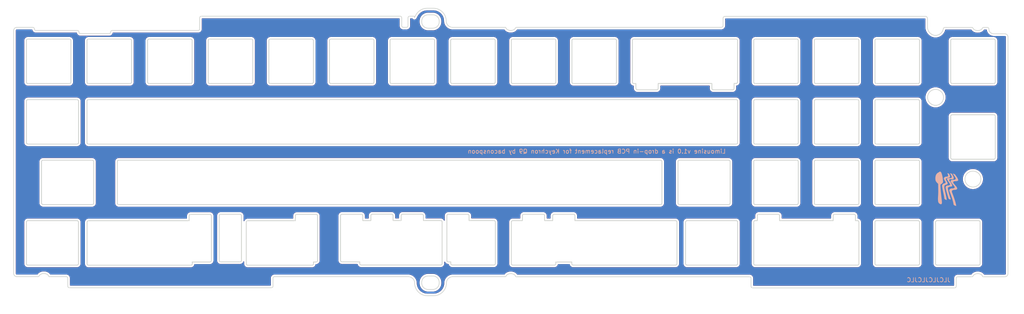
<source format=kicad_pcb>
(kicad_pcb (version 20240108) (generator "pcbnew") (generator_version "8.0")
  (layers (0 "F.Cu" signal) (31 "B.Cu" signal) (34 "B.Paste" user) (35 "F.Paste" user) (36 "B.SilkS" user "B.Silkscreen") (37 "F.SilkS" user "F.Silkscreen") (38 "B.Mask" user) (39 "F.Mask" user) (44 "Edge.Cuts" user))
  (net 0 "")
  (gr_poly (pts (xy 253.51402 94.945654) (xy 253.59245 95.066837) (xy 253.753877 95.307089) (xy 253.833709 95.427599) (xy 253.910845 95.549322) (xy 253.947906 95.610864) (xy 253.9837 95.67298) (xy 254.018029 95.735759) (xy 254.050694 95.799291) (xy 254.073024 95.823468) (xy 254.092539 95.847833) (xy 254.109303 95.872315) (xy 254.123382 95.896844) (xy 254.13484 95.921347) (xy 254.143742 95.945754) (xy 254.150154 95.969993) (xy 254.15414 95.993993) (xy 254.155765 96.017684) (xy 254.155095 96.040993) (xy 254.152195 96.06385) (xy 254.147129 96.086184) (xy 254.139963 96.107922) (xy 254.130761 96.128995) (xy 254.119588 96.149331) (xy 254.106511 96.168858) (xy 254.091592 96.187505) (xy 254.074899 96.205202) (xy 254.056495 96.221877) (xy 254.036446 96.237459) (xy 254.014816 96.251876) (xy 253.991671 96.265057) (xy 253.967076 96.276932) (xy 253.941096 96.287429) (xy 253.913795 96.296477) (xy 253.885239 96.304004) (xy 253.855493 96.30994) (xy 253.824621 96.314213) (xy 253.792689 96.316752) (xy 253.759763 96.317486) (xy 253.725906 96.316343) (xy 253.691184 96.313253) (xy 253.636019 96.313131) (xy 253.576615 96.314428) (xy 253.514115 96.317506) (xy 253.449662 96.322727) (xy 253.384398 96.330455) (xy 253.319465 96.341051) (xy 253.256006 96.354878) (xy 253.225187 96.363116) (xy 253.195164 96.372298) (xy 253.166082 96.38247) (xy 253.138082 96.393675) (xy 253.111307 96.405961) (xy 253.085901 96.419371) (xy 253.062006 96.433952) (xy 253.039765 96.449748) (xy 253.019321 96.466806) (xy 253.000816 96.485169) (xy 252.984394 96.504885) (xy 252.970197 96.525997) (xy 252.958369 96.548551) (xy 252.949051 96.572594) (xy 252.942386 96.598169) (xy 252.938519 96.625322) (xy 252.93759 96.654098) (xy 252.939744 96.684544) (xy 252.958456 96.728014) (xy 252.978585 96.770791) (xy 253.022775 96.854424) (xy 253.071679 96.935757) (xy 253.124657 97.015107) (xy 253.181072 97.092786) (xy 253.240286 97.16911) (xy 253.301661 97.244393) (xy 253.364559 97.31895) (xy 253.492372 97.467142) (xy 253.618623 97.616203) (xy 253.679567 97.691846) (xy 253.738207 97.76865) (xy 253.793904 97.84693) (xy 253.846021 97.927) (xy 253.865762 97.95821) (xy 253.88156 97.988101) (xy 253.89357 98.016692) (xy 253.901951 98.043998) (xy 253.906861 98.070037) (xy 253.908456 98.094826) (xy 253.906894 98.118382) (xy 253.902333 98.140721) (xy 253.894931 98.161861) (xy 253.884843 98.181819) (xy 253.872229 98.200611) (xy 253.857246 98.218256) (xy 253.840051 98.234768) (xy 253.820801 98.250167) (xy 253.799654 98.264468) (xy 253.776767 98.277689) (xy 253.726406 98.300957) (xy 253.670976 98.320108) (xy 253.611737 98.335276) (xy 253.54995 98.346599) (xy 253.486874 98.354212) (xy 253.423768 98.35825) (xy 253.361892 98.35885) (xy 253.302507 98.356148) (xy 253.263 98.355271) (xy 253.22376 98.356454) (xy 253.184893 98.359635) (xy 253.146503 98.364751) (xy 253.108694 98.37174) (xy 253.07157 98.380539) (xy 253.035236 98.391087) (xy 252.999796 98.403322) (xy 252.965354 98.417181) (xy 252.932015 98.432601) (xy 252.899882 98.449522) (xy 252.869061 98.467879) (xy 252.839654 98.487612) (xy 252.811767 98.508659) (xy 252.785504 98.530955) (xy 252.760969 98.554441) (xy 252.738267 98.579053) (xy 252.7175 98.604729) (xy 252.698775 98.631407) (xy 252.682195 98.659025) (xy 252.667864 98.68752) (xy 252.655887 98.71683) (xy 252.646368 98.746894) (xy 252.639411 98.777648) (xy 252.635121 98.809032) (xy 252.633601 98.840981) (xy 252.634957 98.873435) (xy 252.639291 98.90633) (xy 252.64671 98.939606) (xy 252.657316 98.973199) (xy 252.671214 99.007047) (xy 252.688508 99.041088) (xy 252.961702 99.765547) (xy 253.094428 100.129178) (xy 253.221376 100.494254) (xy 253.340145 100.861159) (xy 253.448338 101.230276) (xy 253.543556 101.601988) (xy 253.585549 101.788938) (xy 253.623399 101.976679) (xy 253.619421 102.00751) (xy 253.618599 102.03746) (xy 253.620778 102.066521) (xy 253.625799 102.094682) (xy 253.633504 102.121934) (xy 253.643738 102.148268) (xy 253.656341 102.173673) (xy 253.671157 102.198141) (xy 253.688029 102.221662) (xy 253.706799 102.244226) (xy 253.727309 102.265824) (xy 253.749403 102.286446) (xy 253.772922 102.306083) (xy 253.79771 102.324724) (xy 253.850462 102.358985) (xy 253.9064 102.389152) (xy 253.964264 102.415148) (xy 254.022795 102.436897) (xy 254.080735 102.454323) (xy 254.136824 102.467349) (xy 254.189803 102.4759) (xy 254.238413 102.479898) (xy 254.281396 102.479267) (xy 254.210099 102.12282) (xy 254.125894 101.768613) (xy 254.030363 101.416485) (xy 253.925087 101.066274) (xy 253.811645 100.71782) (xy 253.69162 100.370963) (xy 253.438144 99.681394) (xy 253.41862 99.627607) (xy 253.396219 99.571503) (xy 253.347393 99.454051) (xy 253.323268 99.393561) (xy 253.300869 99.332468) (xy 253.281349 99.271199) (xy 253.265856 99.210183) (xy 253.25998 99.179904) (xy 253.255542 99.149848) (xy 253.252687 99.120071) (xy 253.251557 99.090625) (xy 253.252298 99.061563) (xy 253.255053 99.03294) (xy 253.259966 99.004809) (xy 253.26718 98.977224) (xy 253.27684 98.950237) (xy 253.289089 98.923904) (xy 253.304071 98.898276) (xy 253.32193 98.873409) (xy 253.34281 98.849355) (xy 253.366854 98.826168) (xy 253.394207 98.803902) (xy 253.425012 98.782609) (xy 253.457055 98.766929) (xy 253.490433 98.753387) (xy 253.525024 98.741803) (xy 253.560706 98.731992) (xy 253.597358 98.723773) (xy 253.634859 98.716962) (xy 253.711918 98.706837) (xy 253.790913 98.700156) (xy 253.870869 98.695456) (xy 254.02978 98.686159) (xy 254.106789 98.678639) (xy 254.18087 98.667257) (xy 254.216509 98.659661) (xy 254.251052 98.650551) (xy 254.284376 98.639745) (xy 254.316361 98.62706) (xy 254.346885 98.612314) (xy 254.375826 98.595323) (xy 254.403062 98.575906) (xy 254.428473 98.55388) (xy 254.451936 98.529061) (xy 254.473331 98.501267) (xy 254.492534 98.470316) (xy 254.509426 98.436026) (xy 254.509016 98.404412) (xy 254.506882 98.373225) (xy 254.503094 98.34245) (xy 254.497725 98.312075) (xy 254.490846 98.282088) (xy 254.48253 98.252475) (xy 254.472847 98.223223) (xy 254.461871 98.19432) (xy 254.449671 98.165753) (xy 254.436322 98.137509) (xy 254.406457 98.08194) (xy 254.372852 98.027509) (xy 254.336079 97.974114) (xy 254.296714 97.921653) (xy 254.25533 97.870022) (xy 254.212502 97.819121) (xy 254.168805 97.768845) (xy 254.081097 97.669761) (xy 253.996801 97.571951) (xy 253.659144 97.162989) (xy 253.641071 97.135657) (xy 253.624534 97.108263) (xy 253.609727 97.080831) (xy 253.596848 97.053386) (xy 253.586092 97.025952) (xy 253.577657 96.998554) (xy 253.571738 96.971216) (xy 253.568531 96.943963) (xy 253.568234 96.916819) (xy 253.571042 96.889808) (xy 253.577151 96.862956) (xy 253.586759 96.836285) (xy 253.600061 96.809822) (xy 253.617254 96.783589) (xy 253.638534 96.757612) (xy 253.664097 96.731915) (xy 253.696479 96.717289) (xy 253.729841 96.704675) (xy 253.764096 96.693907) (xy 253.799157 96.684818) (xy 253.87135 96.671014) (xy 253.945724 96.661931) (xy 254.021585 96.656236) (xy 254.098237 96.652598) (xy 254.251133 96.646164) (xy 254.325986 96.640704) (xy 254.398849 96.631973) (xy 254.469028 96.618638) (xy 254.502892 96.609829) (xy 254.535825 96.599369) (xy 254.567739 96.587093) (xy 254.598547 96.572833) (xy 254.628162 96.556423) (xy 254.656498 96.537698) (xy 254.683467 96.516489) (xy 254.708982 96.492631) (xy 254.732957 96.465958) (xy 254.755305 96.436302) (xy 254.746918 96.387259) (xy 254.736664 96.338832) (xy 254.724628 96.290995) (xy 254.710896 96.243719) (xy 254.678688 96.150746) (xy 254.640727 96.059693) (xy 254.597701 95.970344) (xy 254.550296 95.88248) (xy 254.499199 95.795882) (xy 254.445097 95.710333) (xy 254.330628 95.54151) (xy 254.212385 95.374264) (xy 254.095863 95.206851) (xy 254.039966 95.122537) (xy 253.98656 95.037528) (xy 253.986564 95.037529) (xy 253.439222 94.822808)) (stroke (width -0.000001)) (fill solid) (layer "B.SilkS"))
  (gr_poly (pts (xy 252.835016 94.781348) (xy 252.840022 94.801784) (xy 252.853184 94.843584) (xy 252.87008 94.88652) (xy 252.890147 94.930476) (xy 252.912823 94.975335) (xy 252.937547 95.020978) (xy 252.990891 95.114151) (xy 253.045683 95.209055) (xy 253.072218 95.256864) (xy 253.09743 95.304752) (xy 253.120757 95.352605) (xy 253.141637 95.400303) (xy 253.159508 95.44773) (xy 253.173809 95.494769) (xy 253.189205 95.52416) (xy 253.201621 95.552728) (xy 253.211155 95.580451) (xy 253.217907 95.607305) (xy 253.221978 95.633269) (xy 253.223467 95.658318) (xy 253.222474 95.68243) (xy 253.219098 95.705582) (xy 253.21344 95.727751) (xy 253.205599 95.748915) (xy 253.195676 95.76905) (xy 253.183769 95.788133) (xy 253.169979 95.806142) (xy 253.154405 95.823054) (xy 253.137147 95.838846) (xy 253.118306 95.853495) (xy 253.09798 95.866977) (xy 253.07627 95.879271) (xy 253.053276 95.890353) (xy 253.029096 95.900201) (xy 253.003832 95.908791) (xy 252.977582 95.9161) (xy 252.950448 95.922107) (xy 252.922527 95.926787) (xy 252.893921 95.930118) (xy 252.864728 95.932077) (xy 252.83505 95.932641) (xy 252.804985 95.931788) (xy 252.774634 95.929493) (xy 252.744095 95.925736) (xy 252.71347 95.920492) (xy 252.682857 95.913739) (xy 252.651977 95.905654) (xy 252.620452 95.899277) (xy 252.588442 95.894574) (xy 252.556108 95.891512) (xy 252.523608 95.890056) (xy 252.491104 95.890172) (xy 252.458753 95.891828) (xy 252.426717 95.89499) (xy 252.395154 95.899624) (xy 252.364225 95.905696) (xy 252.334088 95.913173) (xy 252.304905 95.922021) (xy 252.276834 95.932206) (xy 252.250036 95.943695) (xy 252.224669 95.956454) (xy 252.200894 95.97045) (xy 252.17887 95.985649) (xy 252.158757 96.002017) (xy 252.140715 96.01952) (xy 252.124903 96.038125) (xy 252.111482 96.057799) (xy 252.10061 96.078507) (xy 252.092448 96.100216) (xy 252.087155 96.122892) (xy 252.084891 96.146503) (xy 252.085816 96.171013) (xy 252.090089 96.196389) (xy 252.09787 96.222599) (xy 252.109319 96.249607) (xy 252.124595 96.277381) (xy 252.143858 96.305887) (xy 252.167268 96.335091) (xy 252.206605 96.405109) (xy 252.248099 96.474265) (xy 252.335971 96.610615) (xy 252.520089 96.879819) (xy 252.609963 97.01516) (xy 252.65296 97.083558) (xy 252.694132 97.15265) (xy 252.733082 97.222591) (xy 252.76941 97.293535) (xy 252.802718 97.365638) (xy 252.832609 97.439057) (xy 252.821066 97.470586) (xy 252.806835 97.498786) (xy 252.790072 97.523857) (xy 252.770933 97.546001) (xy 252.749573 97.565419) (xy 252.726148 97.582312) (xy 252.700814 97.596882) (xy 252.673727 97.609328) (xy 252.645042 97.619854) (xy 252.614916 97.628659) (xy 252.550962 97.641915) (xy 252.48311 97.650704) (xy 252.412608 97.656637) (xy 252.268634 97.666372) (xy 252.197655 97.673394) (xy 252.12901 97.683997) (xy 252.095952 97.691145) (xy 252.063945 97.699792) (xy 252.033145 97.710139) (xy 252.003707 97.722388) (xy 251.975786 97.73674) (xy 251.94954 97.753395) (xy 251.925124 97.772556) (xy 251.902693 97.794423) (xy 251.880949 97.82047) (xy 251.861609 97.846957) (xy 251.84457 97.873861) (xy 251.829728 97.901157) (xy 251.816976 97.928824) (xy 251.806212 97.956837) (xy 251.797332 97.985174) (xy 251.790229 98.013811) (xy 251.784801 98.042725) (xy 251.780943 98.071893) (xy 251.77855 98.101292) (xy 251.777519 98.130899) (xy 251.779121 98.190641) (xy 251.784917 98.250935) (xy 251.794069 98.311595) (xy 251.805744 98.372435) (xy 251.833321 98.493912) (xy 251.860969 98.613882) (xy 251.872732 98.672837) (xy 251.882008 98.730858) (xy 251.936905 98.966849) (xy 251.999265 99.201433) (xy 252.066896 99.434997) (xy 252.13761 99.667931) (xy 252.279524 100.133453) (xy 252.346346 100.366817) (xy 252.40749 100.601099) (xy 252.408229 100.62111) (xy 252.412174 100.641819) (xy 252.419114 100.663075) (xy 252.428839 100.684724) (xy 252.441137 100.706616) (xy 252.455798 100.728599) (xy 252.472611 100.750521) (xy 252.491364 100.77223) (xy 252.511846 100.793574) (xy 252.533848 100.814402) (xy 252.557157 100.834561) (xy 252.581564 100.853901) (xy 252.606856 100.872268) (xy 252.632823 100.889512) (xy 252.659254 100.90548) (xy 252.685939 100.920021) (xy 252.712666 100.932982) (xy 252.739224 100.944213) (xy 252.765402 100.95356) (xy 252.790989 100.960874) (xy 252.815776 100.966) (xy 252.839549 100.968789) (xy 252.862099 100.969087) (xy 252.883215 100.966744) (xy 252.902686 100.961607) (xy 252.9203 100.953524) (xy 252.935847 100.942344) (xy 252.949116 100.927915) (xy 252.959896 100.910086) (xy 252.967976 100.888703) (xy 252.973145 100.863616) (xy 252.975192 100.834672) (xy 252.876376 100.545573) (xy 252.781659 100.255109) (xy 252.691434 99.963363) (xy 252.606093 99.670414) (xy 252.52603 99.376343) (xy 252.451638 99.081233) (xy 252.383311 98.785163) (xy 252.321441 98.488214) (xy 252.311214 98.448979) (xy 252.304455 98.411337) (xy 252.301036 98.37527) (xy 252.300828 98.340755) (xy 252.303702 98.307774) (xy 252.309532 98.276305) (xy 252.318187 98.246328) (xy 252.32954 98.217823) (xy 252.343462 98.19077) (xy 252.359825 98.165147) (xy 252.3785 98.140935) (xy 252.399359 98.118112) (xy 252.422273 98.09666) (xy 252.447115 98.076556) (xy 252.473755 98.057782) (xy 252.502065 98.040316) (xy 252.531917 98.024138) (xy 252.563182 98.009227) (xy 252.629439 97.983128) (xy 252.699807 97.961854) (xy 252.773261 97.945243) (xy 252.848771 97.93313) (xy 252.925312 97.925354) (xy 253.001854 97.92175) (xy 253.077372 97.922156) (xy 253.123354 97.911649) (xy 253.164171 97.899003) (xy 253.200038 97.884334) (xy 253.231171 97.867754) (xy 253.257785 97.84938) (xy 253.280095 97.829324) (xy 253.298318 97.807701) (xy 253.312667 97.784626) (xy 253.323359 97.760213) (xy 253.330609 97.734576) (xy 253.334633 97.707829) (xy 253.335646 97.680087) (xy 253.333864 97.651465) (xy 253.329501 97.622076) (xy 253.322773 97.592035) (xy 253.313896 97.561455) (xy 253.303086 97.530453) (xy 253.290556 97.499141) (xy 253.261204 97.436047) (xy 253.227564 97.373088) (xy 253.191358 97.311179) (xy 253.05535 97.092333) (xy 253.045464 97.06549) (xy 253.033195 97.038494) (xy 253.018776 97.011355) (xy 253.00244 96.984084) (xy 252.964954 96.929185) (xy 252.922606 96.873881) (xy 252.830803 96.762388) (xy 252.785086 96.706365) (xy 252.741984 96.650268) (xy 252.703366 96.594182) (xy 252.686323 96.566168) (xy 252.671102 96.538187) (xy 252.657937 96.510251) (xy 252.647061 96.482368) (xy 252.638708 96.45455) (xy 252.633112 96.426808) (xy 252.630506 96.39915) (xy 252.631124 96.371589) (xy 252.635199 96.344133) (xy 252.642966 96.316794) (xy 252.654658 96.289582) (xy 252.670509 96.262508) (xy 252.690751 96.23558) (xy 252.71562 96.208811) (xy 252.775569 96.201878) (xy 252.837612 96.198748) (xy 252.901297 96.198523) (xy 252.966173 96.200303) (xy 253.097689 96.20628) (xy 253.163426 96.208678) (xy 253.228548 96.209483) (xy 253.292602 96.207796) (xy 253.355136 96.202717) (xy 253.4157 96.193347) (xy 253.445102 96.186772) (xy 253.473841 96.178786) (xy 253.501862 96.169278) (xy 253.529108 96.158135) (xy 253.555523 96.145244) (xy 253.58105 96.130494) (xy 253.605632 96.113771) (xy 253.629214 96.094964) (xy 253.651738 96.073959) (xy 253.673149 96.050645) (xy 253.680355 96.01369) (xy 253.685233 95.976822) (xy 253.687886 95.940044) (xy 253.688418 95.903358) (xy 253.686933 95.866765) (xy 253.683534 95.83027) (xy 253.678326 95.793873) (xy 253.671411 95.757576) (xy 253.662895 95.721383) (xy 253.652879 95.685296) (xy 253.628769 95.613445) (xy 253.599909 95.542044) (xy 253.567131 95.471109) (xy 253.26343 94.922598) (xy 253.26343 94.9226) (xy 253.209147 94.903107) (xy 253.155504 94.881907) (xy 253.049002 94.837412) (xy 252.995573 94.815631) (xy 252.941645 94.795171) (xy 252.914405 94.785672) (xy 252.886934 94.776788) (xy 252.859196 94.768612) (xy 252.831155 94.76124)) (stroke (width -0.000001)) (fill solid) (layer "B.SilkS"))
  (gr_poly (pts (xy 252.227189 94.761464) (xy 252.218304 94.764486) (xy 252.211283 94.769652) (xy 252.20627 94.777118) (xy 252.203409 94.787044) (xy 252.202844 94.799588) (xy 252.204717 94.814909) (xy 252.209174 94.833164) (xy 252.216358 94.854512) (xy 252.298131 95.067198) (xy 252.318196 95.126339) (xy 252.335436 95.185832) (xy 252.342579 95.215394) (xy 252.348515 95.244661) (xy 252.353077 95.273509) (xy 252.356097 95.301809) (xy 252.357409 95.329434) (xy 252.356845 95.356256) (xy 252.354239 95.38215) (xy 252.349423 95.406988) (xy 252.34223 95.430641) (xy 252.332494 95.452984) (xy 252.320046 95.47389) (xy 252.304721 95.49323) (xy 252.286351 95.510878) (xy 252.264769 95.526706) (xy 252.239808 95.540588) (xy 252.211301 95.552396) (xy 252.17908 95.562003) (xy 252.142979 95.569282) (xy 252.102831 95.574106) (xy 252.058469 95.576347) (xy 252.016755 95.574337) (xy 251.975062 95.574367) (xy 251.933532 95.576385) (xy 251.892308 95.580338) (xy 251.85153 95.586172) (xy 251.811341 95.593834) (xy 251.771883 95.603271) (xy 251.733297 95.614431) (xy 251.695725 95.627259) (xy 251.659309 95.641702) (xy 251.62419 95.657709) (xy 251.590511 95.675225) (xy 251.558414 95.694197) (xy 251.528039 95.714572) (xy 251.49953 95.736297) (xy 251.473027 95.75932) (xy 251.448673 95.783586) (xy 251.42661 95.809042) (xy 251.406979 95.835636) (xy 251.389921 95.863314) (xy 251.37558 95.892024) (xy 251.364096 95.921711) (xy 251.355612 95.952324) (xy 251.350268 95.983808) (xy 251.348209 96.016111) (xy 251.349573 96.049179) (xy 251.354505 96.08296) (xy 251.363145 96.1174) (xy 251.375636 96.152446) (xy 251.392119 96.188045) (xy 251.412735 96.224143) (xy 251.437628 96.260689) (xy 251.445282 96.286971) (xy 251.45507 96.313736) (xy 251.466767 96.340944) (xy 251.48015 96.368555) (xy 251.511077 96.424829) (xy 251.546059 96.482241) (xy 251.621019 96.59921) (xy 251.657414 96.658133) (xy 251.690696 96.716926) (xy 251.70561 96.746174) (xy 251.719074 96.775271) (xy 251.730864 96.804177) (xy 251.740756 96.832853) (xy 251.748526 96.861258) (xy 251.75395 96.889353) (xy 251.756804 96.917098) (xy 251.756864 96.944454) (xy 251.753906 96.971382) (xy 251.747707 96.997841) (xy 251.738042 97.023791) (xy 251.724686 97.049195) (xy 251.707418 97.074011) (xy 251.686011 97.098199) (xy 251.660243 97.121722) (xy 251.629888 97.144538) (xy 251.586951 97.14786) (xy 251.544926 97.152972) (xy 251.503863 97.15983) (xy 251.463809 97.168389) (xy 251.424813 97.178603) (xy 251.386923 97.190429) (xy 251.350186 97.203821) (xy 251.314652 97.218734) (xy 251.280368 97.235124) (xy 251.247383 97.252945) (xy 251.215743 97.272154) (xy 251.185499 97.292705) (xy 251.156697 97.314554) (xy 251.129386 97.337655) (xy 251.103615 97.361964) (xy 251.07943 97.387436) (xy 251.056881 97.414027) (xy 251.036015 97.441691) (xy 251.016881 97.470383) (xy 250.999527 97.50006) (xy 250.984 97.530675) (xy 250.97035 97.562185) (xy 250.958624 97.594544) (xy 250.94887 97.627708) (xy 250.941137 97.661632) (xy 250.935472 97.696271) (xy 250.931924 97.73158) (xy 250.930541 97.767515) (xy 250.931371 97.80403) (xy 250.934462 97.841081) (xy 250.939862 97.878624) (xy 250.94762 97.916612) (xy 250.998945 98.245001) (xy 251.058942 98.572287) (xy 251.125071 98.898801) (xy 251.19479 99.224874) (xy 251.334833 99.877019) (xy 251.400074 100.203753) (xy 251.458741 100.531367) (xy 251.455408 100.56252) (xy 251.453998 100.592614) (xy 251.454457 100.621669) (xy 251.456733 100.649706) (xy 251.460773 100.676747) (xy 251.466526 100.702812) (xy 251.473939 100.727921) (xy 251.482958 100.752096) (xy 251.493533 100.775357) (xy 251.505609 100.797725) (xy 251.519136 100.819221) (xy 251.534059 100.839866) (xy 251.550328 100.859679) (xy 251.567888 100.878683) (xy 251.586689 100.896898) (xy 251.606676 100.914344) (xy 251.650004 100.947014) (xy 251.697451 100.97686) (xy 251.748598 101.004048) (xy 251.803024 101.028743) (xy 251.860311 101.051113) (xy 251.920038 101.071322) (xy 251.981785 101.089538) (xy 252.045132 101.105927) (xy 252.012871 100.847038) (xy 251.972485 100.589177) (xy 251.925487 100.332165) (xy 251.873391 100.075824) (xy 251.644306 99.053589) (xy 251.615903 98.903813) (xy 251.583051 98.753793) (xy 251.549192 98.603513) (xy 251.517768 98.452952) (xy 251.504045 98.377561) (xy 251.492221 98.302093) (xy 251.482727 98.226546) (xy 251.475994 98.150917) (xy 251.47245 98.075205) (xy 251.472527 97.999406) (xy 251.476655 97.923518) (xy 251.485263 97.84754) (xy 251.486898 97.810205) (xy 251.491685 97.775836) (xy 251.49945 97.744267) (xy 251.510017 97.715332) (xy 251.523211 97.688864) (xy 251.538856 97.664697) (xy 251.556777 97.642665) (xy 251.576798 97.622602) (xy 251.598744 97.604341) (xy 251.622439 97.587716) (xy 251.647708 97.57256) (xy 251.674376 97.558708) (xy 251.731204 97.534249) (xy 251.79152 97.513008) (xy 251.917 97.474856) (xy 251.979357 97.455286) (xy 252.039586 97.433612) (xy 252.096284 97.408504) (xy 252.12287 97.394246) (xy 252.148046 97.378631) (xy 252.171638 97.361493) (xy 252.19347 97.342664) (xy 252.213366 97.321979) (xy 252.231151 97.299271) (xy 252.237326 97.268425) (xy 252.241457 97.237826) (xy 252.243642 97.207464) (xy 252.243979 97.177329) (xy 252.242563 97.147411) (xy 252.239492 97.117701) (xy 252.234864 97.088187) (xy 252.228775 97.058861) (xy 252.221323 97.029712) (xy 252.212604 97.00073) (xy 252.191756 96.943228) (xy 252.167009 96.886275) (xy 252.139138 96.829792) (xy 252.108922 96.773697) (xy 252.077136 96.717912) (xy 252.011967 96.606951) (xy 251.980137 96.551615) (xy 251.949846 96.496269) (xy 251.921871 96.440833) (xy 251.896989 96.385227) (xy 251.875413 96.343624) (xy 251.859111 96.304278) (xy 251.847848 96.26711) (xy 251.841392 96.232042) (xy 251.839507 96.198998) (xy 251.841961 96.1679) (xy 251.848519 96.13867) (xy 251.858947 96.111231) (xy 251.873011 96.085504) (xy 251.890478 96.061414) (xy 251.911113 96.038881) (xy 251.934683 96.017828) (xy 251.960953 95.998178) (xy 251.989691 95.979854) (xy 252.05363 95.94687) (xy 252.124628 95.918257) (xy 252.200816 95.893393) (xy 252.28032 95.871659) (xy 252.36127 95.852433) (xy 252.662102 95.788206) (xy 252.693386 95.768569) (xy 252.720728 95.747898) (xy 252.744314 95.726247) (xy 252.764327 95.703674) (xy 252.780953 95.680231) (xy 252.794378 95.655974) (xy 252.804785 95.630959) (xy 252.812362 95.60524) (xy 252.817291 95.578872) (xy 252.81976 95.551911) (xy 252.819952 95.524411) (xy 252.818053 95.496427) (xy 252.814247 95.468015) (xy 252.808721 95.43923) (xy 252.793246 95.380758) (xy 252.773108 95.321452) (xy 252.749788 95.261754) (xy 252.699525 95.142937) (xy 252.675544 95.084699) (xy 252.654304 95.027829) (xy 252.637286 94.972767) (xy 252.630822 94.946052) (xy 252.62597 94.919954) (xy 252.625969 94.919954) (xy 252.615467 94.919065) (xy 252.603378 94.916518) (xy 252.589848 94.912471) (xy 252.575019 94.907082) (xy 252.542042 94.892913) (xy 252.505596 94.875278) (xy 252.426902 94.834677) (xy 252.386953 94.814246) (xy 252.348136 94.795417) (xy 252.311601 94.779457) (xy 252.278498 94.767634) (xy 252.263593 94.763669) (xy 252.249978 94.761214) (xy 252.237795 94.760426)) (stroke (width -0.000001)) (fill solid) (layer "B.SilkS"))
  (gr_poly (pts (xy 250.387277 94.385165) (xy 250.38336 94.385542) (xy 250.379576 94.386077) (xy 250.375917 94.386774) (xy 250.372374 94.387635) (xy 250.368941 94.388664) (xy 250.365609 94.389863) (xy 250.362369 94.391235) (xy 250.359215 94.392784) (xy 250.356138 94.394514) (xy 250.35313 94.396426) (xy 250.350183 94.398524) (xy 250.34729 94.400811) (xy 250.341632 94.405966) (xy 250.336093 94.411914) (xy 250.330608 94.418681) (xy 250.325115 94.426292) (xy 250.31955 94.43477) (xy 250.314091 94.442698) (xy 250.307597 94.450796) (xy 250.300069 94.459064) (xy 250.291506 94.467501) (xy 250.281909 94.476109) (xy 250.271277 94.484887) (xy 250.259611 94.493834) (xy 250.246911 94.502952) (xy 250.233176 94.512239) (xy 250.218406 94.521697) (xy 250.202602 94.531324) (xy 250.185763 94.541122) (xy 250.16789 94.55109) (xy 250.148982 94.561228) (xy 250.129039 94.571536) (xy 250.108061 94.582014) (xy 250.075376 94.598492) (xy 250.043652 94.615338) (xy 250.012848 94.63258) (xy 249.982925 94.650249) (xy 249.953844 94.668375) (xy 249.925565 94.686987) (xy 249.898048 94.706115) (xy 249.871255 94.725789) (xy 249.845145 94.746039) (xy 249.819679 94.766895) (xy 249.794817 94.788387) (xy 249.770519 94.810544) (xy 249.746747 94.833396) (xy 249.723461 94.856974) (xy 249.70062 94.881306) (xy 249.678186 94.906424) (xy 249.672303 94.913609) (xy 249.665108 94.923114) (xy 249.647551 94.947888) (xy 249.627041 94.978357) (xy 249.605107 95.012131) (xy 249.583276 95.04682) (xy 249.563076 95.080036) (xy 249.546035 95.109388) (xy 249.533679 95.132486) (xy 249.5147 95.172451) (xy 249.496841 95.21351) (xy 249.480095 95.255702) (xy 249.464453 95.299063) (xy 249.449907 95.343629) (xy 249.436449 95.389439) (xy 249.424071 95.436529) (xy 249.412764 95.484935) (xy 249.402522 95.534695) (xy 249.393335 95.585846) (xy 249.385195 95.638425) (xy 249.378095 95.692468) (xy 249.372026 95.748013) (xy 249.36698 95.805096) (xy 249.362949 95.863755) (xy 249.359925 95.924026) (xy 249.359208 95.981889) (xy 249.360958 96.051694) (xy 249.364793 96.128645) (xy 249.370332 96.207948) (xy 249.377196 96.284807) (xy 249.385002 96.354428) (xy 249.39337 96.412014) (xy 249.397646 96.434796) (xy 249.401919 96.452771) (xy 249.409175 96.477585) (xy 249.417232 96.502542) (xy 249.426067 96.527595) (xy 249.435654 96.552698) (xy 249.44597 96.577803) (xy 249.456991 96.602862) (xy 249.468692 96.627828) (xy 249.481049 96.652655) (xy 249.494038 96.677295) (xy 249.507634 96.7017) (xy 249.521814 96.725824) (xy 249.536553 96.749619) (xy 249.551827 96.773038) (xy 249.567612 96.796033) (xy 249.583884 96.818558) (xy 249.600617 96.840565) (xy 249.630614 96.878702) (xy 249.657611 96.911945) (xy 249.670982 96.927807) (xy 249.6848 96.943734) (xy 249.699463 96.960158) (xy 249.71537 96.977508) (xy 249.752515 97.016704) (xy 249.799424 97.064764) (xy 249.85929 97.125124) (xy 249.935304 97.201225) (xy 249.964029 97.230014) (xy 249.975549 97.241947) (xy 249.985351 97.252702) (xy 249.989648 97.257746) (xy 249.993564 97.262625) (xy 249.997116 97.267383) (xy 250.000321 97.272062) (xy 250.003193 97.276708) (xy 250.005751 97.281361) (xy 250.00801 97.286067) (xy 250.009987 97.290868) (xy 250.011699 97.295808) (xy 250.01316 97.300929) (xy 250.014389 97.306276) (xy 250.015401 97.311891) (xy 250.016213 97.317818) (xy 250.016841 97.324101) (xy 250.017302 97.330782) (xy 250.017612 97.337904) (xy 250.017844 97.353648) (xy 250.017669 97.37168) (xy 250.016622 97.41599) (xy 250.016288 97.471906) (xy 250.016856 97.564339) (xy 250.018209 97.680447) (xy 250.02023 97.807386) (xy 250.037651 98.895566) (xy 250.039017 99.163254) (xy 250.036348 99.327863) (xy 250.029517 99.549913) (xy 250.027252 99.61795) (xy 250.024374 99.691451) (xy 250.021253 99.761572) (xy 250.01826 99.819469) (xy 250.005041 100.056214) (xy 249.986594 100.38294) (xy 249.980123 100.512283) (xy 249.975834 100.638063) (xy 249.973722 100.759893) (xy 249.973785 100.877385) (xy 249.976017 100.990152) (xy 249.980416 101.097804) (xy 249.986978 101.199956) (xy 249.995698 101.296219) (xy 250.0041 101.370239) (xy 250.012824 101.433278) (xy 250.017487 101.461355) (xy 250.022447 101.4875) (xy 250.027777 101.51198) (xy 250.033549 101.535068) (xy 250.039836 101.557034) (xy 250.04671 101.578148) (xy 250.054243 101.598681) (xy 250.062507 101.618904) (xy 250.071576 101.639086) (xy 250.081522 101.659498) (xy 250.104331 101.702096) (xy 250.121968 101.732785) (xy 250.139145 101.761133) (xy 250.156074 101.787332) (xy 250.172966 101.81158) (xy 250.190032 101.834071) (xy 250.207482 101.855) (xy 250.225528 101.874563) (xy 250.244381 101.892953) (xy 250.264252 101.910368) (xy 250.285352 101.927) (xy 250.307891 101.943047) (xy 250.332082 101.958702) (xy 250.358134 101.974162) (xy 250.38626 101.98962) (xy 250.416669 102.005273) (xy 250.449573 102.021315) (xy 250.505774 102.0474) (xy 250.530627 102.058335) (xy 250.553497 102.067908) (xy 250.574521 102.076155) (xy 250.593834 102.083109) (xy 250.611574 102.088803) (xy 250.627875 102.093272) (xy 250.642875 102.096548) (xy 250.65671 102.098667) (xy 250.669517 102.09966) (xy 250.681431 102.099563) (xy 250.692588 102.098409) (xy 250.703126 102.096232) (xy 250.71318 102.093065) (xy 250.722887 102.088942) (xy 250.722881 102.088941) (xy 250.726251 102.087243) (xy 250.729886 102.085258) (xy 250.733752 102.083011) (xy 250.737815 102.080526) (xy 250.746394 102.074941) (xy 250.755351 102.068698) (xy 250.764413 102.061994) (xy 250.773306 102.055026) (xy 250.781757 102.047989) (xy 250.785731 102.044507) (xy 250.789492 102.04108) (xy 250.80391 102.026928) (xy 250.817237 102.012277) (xy 250.829503 101.997048) (xy 250.840734 101.981163) (xy 250.850959 101.964541) (xy 250.860204 101.947104) (xy 250.868498 101.928772) (xy 250.875869 101.909467) (xy 250.882343 101.889108) (xy 250.887949 101.867617) (xy 250.892714 101.844914) (xy 250.896666 101.82092) (xy 250.899832 101.795556) (xy 250.902241 101.768743) (xy 250.90392 101.740401) (xy 250.904896 101.710451) (xy 250.903324 101.65312) (xy 250.897379 101.56179) (xy 250.887597 101.442057) (xy 250.874514 101.299518) (xy 250.840587 100.968401) (xy 250.799885 100.613206) (xy 250.71962 99.887481) (xy 250.644497 99.101196) (xy 250.586004 98.383639) (xy 250.566584 98.091035) (xy 250.555629 97.864097) (xy 250.552888 97.775085) (xy 250.551314 97.703935) (xy 250.551059 97.647639) (xy 250.552277 97.603191) (xy 250.555118 97.567587) (xy 250.557196 97.552161) (xy 250.559737 97.537818) (xy 250.566285 97.51088) (xy 250.574914 97.483766) (xy 250.578974 97.472801) (xy 250.583446 97.462403) (xy 250.588428 97.452478) (xy 250.591142 97.447664) (xy 250.594021 97.442933) (xy 250.597077 97.438274) (xy 250.600324 97.433675) (xy 250.603772 97.429125) (xy 250.607436 97.42461) (xy 250.611327 97.420121) (xy 250.615457 97.415645) (xy 250.624487 97.406685) (xy 250.634625 97.397638) (xy 250.645971 97.38841) (xy 250.658624 97.378906) (xy 250.672685 97.369035) (xy 250.688252 97.358702) (xy 250.705424 97.347813) (xy 250.724303 97.336276) (xy 250.744987 97.323996) (xy 250.778837 97.30342) (xy 250.811621 97.282047) (xy 250.843284 97.259932) (xy 250.873773 97.237131) (xy 250.903033 97.213701) (xy 250.931008 97.189698) (xy 250.957645 97.165177) (xy 250.982889 97.140195) (xy 251.006685 97.114807) (xy 251.028978 97.089071) (xy 251.049715 97.063041) (xy 251.06884 97.036774) (xy 251.086299 97.010327) (xy 251.102037 96.983754) (xy 251.116 96.957113) (xy 251.128134 96.930458) (xy 251.13334 96.917121) (xy 251.137878 96.903203) (xy 251.141752 96.888297) (xy 251.144967 96.871994) (xy 251.147526 96.853885) (xy 251.149435 96.833563) (xy 251.150698 96.810619) (xy 251.15132 96.784645) (xy 251.151304 96.755233) (xy 251.150656 96.721973) (xy 251.149379 96.684459) (xy 251.147479 96.642282) (xy 251.144959 96.595033) (xy 251.141825 96.542304) (xy 251.13373 96.418773) (xy 251.125527 96.309245) (xy 251.115888 96.199671) (xy 251.104926 96.090982) (xy 251.092752 95.984115) (xy 251.079481 95.880001) (xy 251.065225 95.779575) (xy 251.050096 95.68377) (xy 251.034209 95.593519) (xy 251.002202 95.438081) (xy 250.96372 95.277965) (xy 250.920634 95.119054) (xy 250.874814 94.967228) (xy 250.828134 94.828368) (xy 250.782463 94.708357) (xy 250.760592 94.657257) (xy 250.739675 94.613075) (xy 250.719946 94.576545) (xy 250.701639 94.548403) (xy 250.690793 94.534698) (xy 250.678717 94.521221) (xy 250.66551 94.508033) (xy 250.651269 94.49519) (xy 250.636093 94.482753) (xy 250.62008 94.470778) (xy 250.603328 94.459325) (xy 250.585935 94.448453) (xy 250.568 94.43822) (xy 250.549619 94.428685) (xy 250.530892 94.419906) (xy 250.511916 94.411942) (xy 250.492789 94.404851) (xy 250.47361 94.398692) (xy 250.454477 94.393524) (xy 250.435487 94.389405) (xy 250.424339 94.387466) (xy 250.414008 94.386047) (xy 250.404429 94.385175) (xy 250.39554 94.384872)) (stroke (width 0.009021)) (fill solid) (layer "B.SilkS"))
  (gr_poly (pts (xy 230.981189 63.103072) (xy 231 63.104502) (xy 231.018538 63.106858) (xy 231.036779 63.110116) (xy 231.054701 63.114252) (xy 231.072278 63.119243) (xy 231.08949 63.125067) (xy 231.106311 63.131699) (xy 231.122719 63.139117) (xy 231.138691 63.147297) (xy 231.154203 63.156216) (xy 231.169232 63.165851) (xy 231.183755 63.176179) (xy 231.197749 63.187175) (xy 231.21119 63.198818) (xy 231.224054 63.211083) (xy 231.236319 63.223947) (xy 231.247962 63.237387) (xy 231.258959 63.25138) (xy 231.269287 63.265903) (xy 231.278922 63.280932) (xy 231.287841 63.296444) (xy 231.296022 63.312416) (xy 231.30344 63.328824) (xy 231.310072 63.345645) (xy 231.315896 63.362856) (xy 231.320888 63.380434) (xy 231.325024 63.398355) (xy 231.328282 63.416596) (xy 231.330637 63.435134) (xy 231.332068 63.453945) (xy 231.33255 63.473007) (xy 231.33255 73.236132) (xy 231.332068 73.255193) (xy 231.330637 73.274005) (xy 231.328282 73.292543) (xy 231.325024 73.310784) (xy 231.320888 73.328705) (xy 231.315896 73.346283) (xy 231.310072 73.363494) (xy 231.30344 73.380315) (xy 231.296022 73.396723) (xy 231.287841 73.412695) (xy 231.278922 73.428207) (xy 231.269287 73.443236) (xy 231.258959 73.457758) (xy 231.247962 73.471751) (xy 231.236319 73.485192) (xy 231.224054 73.498056) (xy 231.21119 73.510321) (xy 231.197749 73.521963) (xy 231.183755 73.53296) (xy 231.169232 73.543287) (xy 231.154203 73.552922) (xy 231.138691 73.561841) (xy 231.122719 73.570021) (xy 231.106311 73.577439) (xy 231.08949 73.584072) (xy 231.072278 73.589895) (xy 231.054701 73.594887) (xy 231.036779 73.599023) (xy 231.018538 73.60228) (xy 231 73.604636) (xy 230.981189 73.606066) (xy 230.962128 73.606548) (xy 221.19902 73.606548) (xy 221.179959 73.606066) (xy 221.161147 73.604636) (xy 221.14261 73.60228) (xy 221.124368 73.599023) (xy 221.106447 73.594887) (xy 221.088869 73.589895) (xy 221.071658 73.584072) (xy 221.054837 73.577439) (xy 221.038429 73.570021) (xy 221.022457 73.561841) (xy 221.006945 73.552922) (xy 220.991915 73.543287) (xy 220.977392 73.53296) (xy 220.963399 73.521963) (xy 220.949958 73.510321) (xy 220.937094 73.498056) (xy 220.924828 73.485192) (xy 220.913186 73.471751) (xy 220.902189 73.457758) (xy 220.891861 73.443236) (xy 220.882226 73.428207) (xy 220.873307 73.412695) (xy 220.865126 73.396723) (xy 220.857708 73.380315) (xy 220.851075 73.363494) (xy 220.845252 73.346283) (xy 220.84026 73.328705) (xy 220.836124 73.310784) (xy 220.832866 73.292543) (xy 220.83051 73.274005) (xy 220.82908 73.255193) (xy 220.828598 73.236132) (xy 220.828598 63.473007) (xy 220.82908 63.453945) (xy 220.83051 63.435134) (xy 220.832866 63.416596) (xy 220.836124 63.398355) (xy 220.84026 63.380434) (xy 220.845252 63.362856) (xy 220.851075 63.345645) (xy 220.857708 63.328824) (xy 220.865126 63.312416) (xy 220.873307 63.296444) (xy 220.882226 63.280932) (xy 220.891861 63.265903) (xy 220.902189 63.25138) (xy 220.913186 63.237387) (xy 220.924828 63.223947) (xy 220.937094 63.211083) (xy 220.949958 63.198818) (xy 220.963399 63.187175) (xy 220.977392 63.176179) (xy 220.991915 63.165851) (xy 221.006945 63.156216) (xy 221.022457 63.147297) (xy 221.038429 63.139117) (xy 221.054837 63.131699) (xy 221.071658 63.125067) (xy 221.088869 63.119243) (xy 221.106447 63.114252) (xy 221.124368 63.110116) (xy 221.14261 63.106858) (xy 221.161147 63.104502) (xy 221.179959 63.103072) (xy 221.19902 63.10259) (xy 230.962128 63.10259)) (stroke (width 0.185208)) (fill none) (layer "Edge.Cuts"))
  (gr_poly (pts (xy 121.179757 104.430962) (xy 121.199113 104.432334) (xy 121.21812 104.434598) (xy 121.236759 104.437734) (xy 121.25501 104.441723) (xy 121.272854 104.446545) (xy 121.290272 104.452181) (xy 121.307245 104.458611) (xy 121.323752 104.465817) (xy 121.339775 104.473778) (xy 121.355294 104.482476) (xy 121.370289 104.49189) (xy 121.384743 104.502002) (xy 121.398634 104.512793) (xy 121.411944 104.524242) (xy 121.424653 104.536331) (xy 121.436742 104.54904) (xy 121.448192 104.56235) (xy 121.458982 104.576241) (xy 121.469095 104.590694) (xy 121.47851 104.60569) (xy 121.487207 104.621209) (xy 121.495169 104.637232) (xy 121.502375 104.653739) (xy 121.508805 104.670712) (xy 121.514441 104.68813) (xy 121.519263 104.705974) (xy 121.523252 104.724226) (xy 121.526388 104.742865) (xy 121.528652 104.761873) (xy 121.530025 104.781229) (xy 121.530487 104.800915) (xy 121.530487 105.938621) (xy 123.435486 105.938621) (xy 123.435486 104.800915) (xy 123.435948 104.781229) (xy 123.43732 104.761873) (xy 123.439584 104.742866) (xy 123.44272 104.724227) (xy 123.446709 104.705976) (xy 123.451531 104.688131) (xy 123.457167 104.670713) (xy 123.463598 104.653741) (xy 123.470804 104.637233) (xy 123.478765 104.621211) (xy 123.487463 104.605692) (xy 123.496878 104.590696) (xy 123.50699 104.576243) (xy 123.517781 104.562351) (xy 123.529231 104.549042) (xy 123.54132 104.536333) (xy 123.554029 104.524244) (xy 123.567339 104.512794) (xy 123.58123 104.502003) (xy 123.595683 104.491891) (xy 123.610679 104.482476) (xy 123.626198 104.473779) (xy 123.642221 104.465817) (xy 123.658728 104.458612) (xy 123.6757 104.452181) (xy 123.693118 104.446545) (xy 123.710963 104.441723) (xy 123.729214 104.437735) (xy 123.747853 104.434599) (xy 123.76686 104.432334) (xy 123.786215 104.430962) (xy 123.8059 104.4305) (xy 128.303818 104.4305) (xy 128.323503 104.430962) (xy 128.342858 104.432334) (xy 128.361865 104.434598) (xy 128.380504 104.437734) (xy 128.398755 104.441723) (xy 128.4166 104.446545) (xy 128.434018 104.452181) (xy 128.45099 104.458611) (xy 128.467497 104.465817) (xy 128.48352 104.473778) (xy 128.499039 104.482476) (xy 128.514035 104.49189) (xy 128.528488 104.502002) (xy 128.542379 104.512793) (xy 128.555689 104.524242) (xy 128.568398 104.536331) (xy 128.580487 104.54904) (xy 128.591937 104.56235) (xy 128.602728 104.576241) (xy 128.61284 104.590694) (xy 128.622255 104.60569) (xy 128.630953 104.621209) (xy 128.638914 104.637232) (xy 128.64612 104.653739) (xy 128.652551 104.670712) (xy 128.658187 104.68813) (xy 128.663009 104.705974) (xy 128.666998 104.724226) (xy 128.670134 104.742865) (xy 128.672398 104.761873) (xy 128.67377 104.781229) (xy 128.674232 104.800915) (xy 128.674232 105.938621) (xy 132.722359 105.938621) (xy 132.742044 105.939083) (xy 132.761399 105.940456) (xy 132.780406 105.94272) (xy 132.799045 105.945856) (xy 132.817296 105.949845) (xy 132.835141 105.954667) (xy 132.852559 105.960303) (xy 132.869531 105.966733) (xy 132.886038 105.973939) (xy 132.902061 105.9819) (xy 132.91758 105.990598) (xy 132.932576 106.000013) (xy 132.947029 106.010125) (xy 132.96092 106.020916) (xy 132.97423 106.032365) (xy 132.986939 106.044454) (xy 132.999028 106.057163) (xy 133.010478 106.070473) (xy 133.021269 106.084364) (xy 133.031381 106.098817) (xy 133.040796 106.113813) (xy 133.049494 106.129332) (xy 133.057455 106.145355) (xy 133.064661 106.161862) (xy 133.071092 106.178835) (xy 133.076728 106.196253) (xy 133.08155 106.214097) (xy 133.085538 106.232349) (xy 133.088675 106.250988) (xy 133.090939 106.269995) (xy 133.092311 106.289351) (xy 133.092773 106.309036) (xy 133.092773 116.072166) (xy 133.092311 116.091851) (xy 133.090939 116.111207) (xy 133.088675 116.130214) (xy 133.085538 116.148853) (xy 133.08155 116.167104) (xy 133.076728 116.184948) (xy 133.071092 116.202366) (xy 133.064661 116.219339) (xy 133.057455 116.235846) (xy 133.049494 116.251869) (xy 133.040796 116.267388) (xy 133.031381 116.282384) (xy 133.021269 116.296837) (xy 133.010478 116.310728) (xy 132.999028 116.324038) (xy 132.986939 116.336747) (xy 132.97423 116.348836) (xy 132.96092 116.360286) (xy 132.947029 116.371076) (xy 132.932576 116.381189) (xy 132.91758 116.390604) (xy 132.902061 116.399302) (xy 132.886038 116.407263) (xy 132.869531 116.414469) (xy 132.852559 116.420899) (xy 132.835141 116.426535) (xy 132.817296 116.431358) (xy 132.799045 116.435346) (xy 132.780406 116.438482) (xy 132.761399 116.440747) (xy 132.742044 116.442119) (xy 132.722359 116.442581) (xy 114.04277 116.442581) (xy 114.023085 116.442119) (xy 114.003729 116.440747) (xy 113.984723 116.438483) (xy 113.966084 116.435346) (xy 113.947833 116.431358) (xy 113.929988 116.426536) (xy 113.91257 116.4209) (xy 113.895598 116.414469) (xy 113.879091 116.407264) (xy 113.863068 116.399302) (xy 113.847549 116.390605) (xy 113.832553 116.38119) (xy 113.8181 116.371078) (xy 113.804209 116.360287) (xy 113.790899 116.348838) (xy 113.77819 116.336749) (xy 113.7661 116.324039) (xy 113.754651 116.31073) (xy 113.74386 116.296838) (xy 113.733748 116.282385) (xy 113.724333 116.267389) (xy 113.715635 116.25187) (xy 113.707673 116.235848) (xy 113.700468 116.21934) (xy 113.694037 116.202368) (xy 113.688401 116.18495) (xy 113.683579 116.167105) (xy 113.67959 116.148854) (xy 113.676454 116.130215) (xy 113.67419 116.111208) (xy 113.672817 116.091852) (xy 113.672356 116.072166) (xy 113.672356 115.701752) (xy 109.518394 115.701752) (xy 109.498709 115.70129) (xy 109.479354 115.699917) (xy 109.460347 115.697653) (xy 109.441708 115.694517) (xy 109.423457 115.690528) (xy 109.405612 115.685706) (xy 109.388194 115.68007) (xy 109.371222 115.67364) (xy 109.354715 115.666434) (xy 109.338692 115.658473) (xy 109.323173 115.649775) (xy 109.308177 115.64036) (xy 109.293724 115.630248) (xy 109.279833 115.619457) (xy 109.266523 115.608008) (xy 109.253814 115.595919) (xy 109.241725 115.583209) (xy 109.230275 115.569899) (xy 109.219484 115.556008) (xy 109.209372 115.541555) (xy 109.199957 115.526559) (xy 109.191259 115.51104) (xy 109.183298 115.495017) (xy 109.176092 115.478509) (xy 109.169661 115.461537) (xy 109.164025 115.444118) (xy 109.159203 115.426274) (xy 109.155214 115.408022) (xy 109.152078 115.389383) (xy 109.149814 115.370375) (xy 109.148441 115.351019) (xy 109.14798 115.331333) (xy 109.14798 104.827377) (xy 109.148441 104.807692) (xy 109.149814 104.788336) (xy 109.152078 104.76933) (xy 109.155214 104.750691) (xy 109.159203 104.73244) (xy 109.164025 104.714595) (xy 109.169661 104.697177) (xy 109.176092 104.680205) (xy 109.183298 104.663698) (xy 109.191259 104.647675) (xy 109.199957 104.632156) (xy 109.209372 104.61716) (xy 109.219484 104.602707) (xy 109.230275 104.588816) (xy 109.241725 104.575506) (xy 109.253814 104.562797) (xy 109.266523 104.550707) (xy 109.279833 104.539258) (xy 109.293724 104.528467) (xy 109.308177 104.518355) (xy 109.323173 104.50894) (xy 109.338692 104.500242) (xy 109.354715 104.492281) (xy 109.371222 104.485075) (xy 109.388194 104.478644) (xy 109.405612 104.473008) (xy 109.423457 104.468186) (xy 109.441708 104.464197) (xy 109.460347 104.461061) (xy 109.479354 104.458797) (xy 109.498709 104.457424) (xy 109.518394 104.456963) (xy 114.016311 104.456963) (xy 114.035997 104.457424) (xy 114.055352 104.458797) (xy 114.074359 104.461061) (xy 114.092998 104.464197) (xy 114.111249 104.468186) (xy 114.129094 104.473008) (xy 114.146512 104.478644) (xy 114.163484 104.485074) (xy 114.179991 104.49228) (xy 114.196014 104.500241) (xy 114.211533 104.508939) (xy 114.226529 104.518354) (xy 114.240982 104.528466) (xy 114.254873 104.539257) (xy 114.268183 104.550706) (xy 114.280892 104.562795) (xy 114.292981 104.575504) (xy 114.304431 104.588814) (xy 114.315222 104.602705) (xy 114.325334 104.617158) (xy 114.334749 104.632154) (xy 114.343447 104.647673) (xy 114.351408 104.663696) (xy 114.358614 104.680203) (xy 114.365045 104.697176) (xy 114.370681 104.714594) (xy 114.375503 104.732438) (xy 114.379491 104.75069) (xy 114.382628 104.769329) (xy 114.384892 104.788336) (xy 114.386264 104.807692) (xy 114.386726 104.827377) (xy 114.386726 105.965088) (xy 116.265266 105.965088) (xy 116.29174 105.938621) (xy 116.29174 104.800915) (xy 116.292202 104.781229) (xy 116.293575 104.761873) (xy 116.295839 104.742866) (xy 116.298975 104.724227) (xy 116.302964 104.705976) (xy 116.307786 104.688131) (xy 116.313422 104.670713) (xy 116.319853 104.653741) (xy 116.327058 104.637233) (xy 116.33502 104.621211) (xy 116.343718 104.605692) (xy 116.353132 104.590696) (xy 116.363245 104.576243) (xy 116.374036 104.562351) (xy 116.385485 104.549042) (xy 116.397574 104.536333) (xy 116.410283 104.524244) (xy 116.423593 104.512794) (xy 116.437485 104.502003) (xy 116.451938 104.491891) (xy 116.466934 104.482476) (xy 116.482453 104.473779) (xy 116.498475 104.465817) (xy 116.514983 104.458612) (xy 116.531955 104.452181) (xy 116.549373 104.446545) (xy 116.567217 104.441723) (xy 116.585469 104.437735) (xy 116.604107 104.434599) (xy 116.623114 104.432334) (xy 116.64247 104.430962) (xy 116.662155 104.4305) (xy 121.160072 104.4305)) (stroke (width 0.185208)) (fill none) (layer "Edge.Cuts"))
  (gr_poly (pts (xy 50.538556 91.678055) (xy 50.560608 91.679428) (xy 50.60401 91.684828) (xy 50.646249 91.693639) (xy 50.687054 91.705705) (xy 50.726153 91.720872) (xy 50.763276 91.738984) (xy 50.798151 91.759887) (xy 50.814661 91.771337) (xy 50.830507 91.783426) (xy 50.845655 91.796135) (xy 50.860072 91.809445) (xy 50.873723 91.823336) (xy 50.886575 91.837789) (xy 50.898594 91.852785) (xy 50.909745 91.868304) (xy 50.919996 91.884327) (xy 50.929311 91.900834) (xy 50.937658 91.917806) (xy 50.945001 91.935224) (xy 50.951308 91.953069) (xy 50.956544 91.97132) (xy 50.960676 91.989959) (xy 50.963669 92.008966) (xy 50.96549 92.028322) (xy 50.966104 92.048008) (xy 50.966104 101.81113) (xy 50.965565 101.830816) (xy 50.96396 101.850172) (xy 50.961308 101.869179) (xy 50.957629 101.887818) (xy 50.952943 101.906069) (xy 50.947268 101.923914) (xy 50.940625 101.941332) (xy 50.933032 101.958304) (xy 50.924508 101.974812) (xy 50.915074 101.990835) (xy 50.904749 102.006354) (xy 50.893551 102.021349) (xy 50.881501 102.035803) (xy 50.868617 102.049694) (xy 50.85492 102.063004) (xy 50.840428 102.075713) (xy 50.825161 102.087802) (xy 50.809138 102.099251) (xy 50.792379 102.110042) (xy 50.774903 102.120154) (xy 50.756729 102.129569) (xy 50.737877 102.138267) (xy 50.718366 102.146228) (xy 50.698215 102.153433) (xy 50.677445 102.159864) (xy 50.656073 102.1655) (xy 50.634121 102.170322) (xy 50.611606 102.174311) (xy 50.588549 102.177447) (xy 50.564968 102.179711) (xy 50.540884 102.181083) (xy 50.516315 102.181545) (xy 39.112775 102.181545) (xy 39.090534 102.181083) (xy 39.068482 102.179711) (xy 39.02508 102.17431) (xy 38.982841 102.165499) (xy 38.942036 102.153433) (xy 38.902936 102.138266) (xy 38.865813 102.120153) (xy 38.830938 102.09925) (xy 38.814428 102.0878) (xy 38.798582 102.075711) (xy 38.783433 102.063002) (xy 38.769017 102.049692) (xy 38.755365 102.035801) (xy 38.742513 102.021348) (xy 38.730494 102.006352) (xy 38.719343 101.990833) (xy 38.709092 101.97481) (xy 38.699776 101.958303) (xy 38.69143 101.94133) (xy 38.684086 101.923912) (xy 38.677779 101.906068) (xy 38.672543 101.887817) (xy 38.668411 101.869178) (xy 38.665418 101.850171) (xy 38.663597 101.830816) (xy 38.662983 101.81113) (xy 38.662983 92.048008) (xy 38.663522 92.028322) (xy 38.665127 92.008966) (xy 38.667779 91.989958) (xy 38.671458 91.971319) (xy 38.676144 91.953068) (xy 38.681819 91.935223) (xy 38.688463 91.917805) (xy 38.696056 91.900832) (xy 38.704579 91.884325) (xy 38.714013 91.868302) (xy 38.724339 91.852783) (xy 38.735537 91.837787) (xy 38.747587 91.823334) (xy 38.760471 91.809443) (xy 38.774168 91.796133) (xy 38.78866 91.783424) (xy 38.803927 91.771335) (xy 38.81995 91.759886) (xy 38.83671 91.749096) (xy 38.854186 91.738983) (xy 38.87236 91.729569) (xy 38.891212 91.720871) (xy 38.910723 91.71291) (xy 38.930874 91.705704) (xy 38.951644 91.699274) (xy 38.973016 91.693638) (xy 38.994969 91.688816) (xy 39.017483 91.684828) (xy 39.040541 91.681692) (xy 39.064121 91.679428) (xy 39.088206 91.678055) (xy 39.112775 91.677593) (xy 50.516315 91.677593)) (stroke (width 0.185208)) (fill none) (layer "Edge.Cuts"))
  (gr_poly (pts (xy 159.543712 63.103072) (xy 159.562523 63.104502) (xy 159.581061 63.106858) (xy 159.599302 63.110116) (xy 159.617223 63.114252) (xy 159.634801 63.119243) (xy 159.652012 63.125067) (xy 159.668833 63.131699) (xy 159.685241 63.139117) (xy 159.701212 63.147297) (xy 159.716724 63.156216) (xy 159.731753 63.165851) (xy 159.746276 63.176179) (xy 159.760269 63.187175) (xy 159.773709 63.198818) (xy 159.786573 63.211083) (xy 159.798838 63.223947) (xy 159.810481 63.237387) (xy 159.821477 63.25138) (xy 159.831804 63.265903) (xy 159.841439 63.280932) (xy 159.850358 63.296444) (xy 159.858538 63.312416) (xy 159.865956 63.328824) (xy 159.872589 63.345645) (xy 159.878412 63.362856) (xy 159.883404 63.380434) (xy 159.88754 63.398355) (xy 159.890797 63.416596) (xy 159.893153 63.435134) (xy 159.894583 63.453945) (xy 159.895065 63.473007) (xy 159.895065 73.236132) (xy 159.894583 73.255193) (xy 159.893153 73.274005) (xy 159.890797 73.292543) (xy 159.88754 73.310784) (xy 159.883404 73.328705) (xy 159.878412 73.346283) (xy 159.872589 73.363494) (xy 159.865956 73.380315) (xy 159.858538 73.396723) (xy 159.850358 73.412695) (xy 159.841439 73.428207) (xy 159.831804 73.443236) (xy 159.821477 73.457758) (xy 159.810481 73.471751) (xy 159.798838 73.485192) (xy 159.786573 73.498056) (xy 159.773709 73.510321) (xy 159.760269 73.521963) (xy 159.746276 73.53296) (xy 159.731753 73.543287) (xy 159.716724 73.552922) (xy 159.701212 73.561841) (xy 159.685241 73.570021) (xy 159.668833 73.577439) (xy 159.652012 73.584072) (xy 159.634801 73.589895) (xy 159.617223 73.594887) (xy 159.599302 73.599023) (xy 159.581061 73.60228) (xy 159.562523 73.604636) (xy 159.543712 73.606066) (xy 159.52465 73.606548) (xy 149.76152 73.606548) (xy 149.742459 73.606066) (xy 149.723647 73.604636) (xy 149.70511 73.60228) (xy 149.686869 73.599023) (xy 149.668948 73.594887) (xy 149.65137 73.589895) (xy 149.634159 73.584072) (xy 149.617338 73.577439) (xy 149.60093 73.570021) (xy 149.584959 73.561841) (xy 149.569447 73.552922) (xy 149.554418 73.543287) (xy 149.539895 73.53296) (xy 149.525902 73.521963) (xy 149.512462 73.510321) (xy 149.499597 73.498056) (xy 149.487332 73.485192) (xy 149.47569 73.471751) (xy 149.464694 73.457758) (xy 149.454366 73.443236) (xy 149.444732 73.428207) (xy 149.435813 73.412695) (xy 149.427632 73.396723) (xy 149.420215 73.380315) (xy 149.413582 73.363494) (xy 149.407759 73.346283) (xy 149.402767 73.328705) (xy 149.398631 73.310784) (xy 149.395374 73.292543) (xy 149.393018 73.274005) (xy 149.391587 73.255193) (xy 149.391106 73.236132) (xy 149.391106 63.473007) (xy 149.391587 63.453945) (xy 149.393018 63.435134) (xy 149.395374 63.416596) (xy 149.398631 63.398355) (xy 149.402767 63.380434) (xy 149.407759 63.362856) (xy 149.413582 63.345645) (xy 149.420215 63.328824) (xy 149.427632 63.312416) (xy 149.435813 63.296444) (xy 149.444732 63.280932) (xy 149.454366 63.265903) (xy 149.464694 63.25138) (xy 149.47569 63.237387) (xy 149.487332 63.223947) (xy 149.499597 63.211083) (xy 149.512462 63.198818) (xy 149.525902 63.187175) (xy 149.539895 63.176179) (xy 149.554418 63.165851) (xy 149.569447 63.156216) (xy 149.584959 63.147297) (xy 149.60093 63.139117) (xy 149.617338 63.131699) (xy 149.634159 63.125067) (xy 149.65137 63.119243) (xy 149.668948 63.114252) (xy 149.686869 63.110116) (xy 149.70511 63.106858) (xy 149.723647 63.104502) (xy 149.742459 63.103072) (xy 149.76152 63.10259) (xy 159.52465 63.10259)) (stroke (width 0.185208)) (fill none) (layer "Edge.Cuts"))
  (gr_poly (pts (xy 216.693698 63.103072) (xy 216.71251 63.104502) (xy 216.731047 63.106858) (xy 216.749289 63.110116) (xy 216.76721 63.114252) (xy 216.784787 63.119243) (xy 216.801999 63.125067) (xy 216.81882 63.131699) (xy 216.835228 63.139117) (xy 216.8512 63.147297) (xy 216.866712 63.156216) (xy 216.881742 63.165851) (xy 216.896265 63.176179) (xy 216.910258 63.187175) (xy 216.923699 63.198818) (xy 216.936563 63.211083) (xy 216.948829 63.223947) (xy 216.960471 63.237387) (xy 216.971468 63.25138) (xy 216.981796 63.265903) (xy 216.991431 63.280932) (xy 217.00035 63.296444) (xy 217.008531 63.312416) (xy 217.015949 63.328824) (xy 217.022581 63.345645) (xy 217.028405 63.362856) (xy 217.033397 63.380434) (xy 217.037533 63.398355) (xy 217.040791 63.416596) (xy 217.043147 63.435134) (xy 217.044577 63.453945) (xy 217.045059 63.473007) (xy 217.045059 73.236132) (xy 217.044577 73.255193) (xy 217.043147 73.274005) (xy 217.040791 73.292543) (xy 217.037533 73.310784) (xy 217.033397 73.328705) (xy 217.028405 73.346283) (xy 217.022581 73.363494) (xy 217.015949 73.380315) (xy 217.008531 73.396723) (xy 217.00035 73.412695) (xy 216.991431 73.428207) (xy 216.981796 73.443236) (xy 216.971468 73.457758) (xy 216.960471 73.471751) (xy 216.948829 73.485192) (xy 216.936563 73.498056) (xy 216.923699 73.510321) (xy 216.910258 73.521963) (xy 216.896265 73.53296) (xy 216.881742 73.543287) (xy 216.866712 73.552922) (xy 216.8512 73.561841) (xy 216.835228 73.570021) (xy 216.81882 73.577439) (xy 216.801999 73.584072) (xy 216.784787 73.589895) (xy 216.76721 73.594887) (xy 216.749289 73.599023) (xy 216.731047 73.60228) (xy 216.71251 73.604636) (xy 216.693698 73.606066) (xy 216.674637 73.606548) (xy 206.911514 73.606548) (xy 206.892453 73.606066) (xy 206.873641 73.604636) (xy 206.855103 73.60228) (xy 206.836862 73.599023) (xy 206.818941 73.594887) (xy 206.801363 73.589895) (xy 206.784152 73.584072) (xy 206.767331 73.577439) (xy 206.750922 73.570021) (xy 206.734951 73.561841) (xy 206.719438 73.552922) (xy 206.704409 73.543287) (xy 206.689886 73.53296) (xy 206.675893 73.521963) (xy 206.662452 73.510321) (xy 206.649587 73.498056) (xy 206.637322 73.485192) (xy 206.62568 73.471751) (xy 206.614683 73.457758) (xy 206.604355 73.443236) (xy 206.59472 73.428207) (xy 206.585801 73.412695) (xy 206.57762 73.396723) (xy 206.570202 73.380315) (xy 206.563569 73.363494) (xy 206.557746 73.346283) (xy 206.552754 73.328705) (xy 206.548618 73.310784) (xy 206.54536 73.292543) (xy 206.543004 73.274005) (xy 206.541574 73.255193) (xy 206.541092 73.236132) (xy 206.541092 63.473007) (xy 206.541574 63.453945) (xy 206.543004 63.435134) (xy 206.54536 63.416596) (xy 206.548618 63.398355) (xy 206.552754 63.380434) (xy 206.557746 63.362856) (xy 206.563569 63.345645) (xy 206.570202 63.328824) (xy 206.57762 63.312416) (xy 206.585801 63.296444) (xy 206.59472 63.280932) (xy 206.604355 63.265903) (xy 206.614683 63.25138) (xy 206.62568 63.237387) (xy 206.637322 63.223947) (xy 206.649587 63.211083) (xy 206.662452 63.198818) (xy 206.675893 63.187175) (xy 206.689886 63.176179) (xy 206.704409 63.165851) (xy 206.719438 63.156216) (xy 206.734951 63.147297) (xy 206.750922 63.139117) (xy 206.767331 63.131699) (xy 206.784152 63.125067) (xy 206.801363 63.119243) (xy 206.818941 63.114252) (xy 206.836862 63.110116) (xy 206.855103 63.106858) (xy 206.873641 63.104502) (xy 206.892453 63.103072) (xy 206.911514 63.10259) (xy 216.674637 63.10259)) (stroke (width 0.185208)) (fill none) (layer "Edge.Cuts"))
  (gr_poly (pts (xy 85.433917 104.457445) (xy 85.452729 104.458875) (xy 85.471266 104.461231) (xy 85.489507 104.464488) (xy 85.507428 104.468624) (xy 85.525006 104.473616) (xy 85.542217 104.479439) (xy 85.559038 104.486072) (xy 85.575446 104.493489) (xy 85.591418 104.50167) (xy 85.606929 104.510589) (xy 85.621958 104.520224) (xy 85.636481 104.530551) (xy 85.650474 104.541547) (xy 85.663914 104.55319) (xy 85.676779 104.565454) (xy 85.689044 104.578319) (xy 85.700686 104.591759) (xy 85.711682 104.605752) (xy 85.72201 104.620275) (xy 85.731644 104.635304) (xy 85.740564 104.650816) (xy 85.748744 104.666787) (xy 85.756162 104.683195) (xy 85.762794 104.700016) (xy 85.768617 104.717227) (xy 85.773609 104.734805) (xy 85.777745 104.752726) (xy 85.781003 104.770967) (xy 85.783358 104.789504) (xy 85.784789 104.808316) (xy 85.785271 104.827377) (xy 85.785271 115.331337) (xy 85.784789 115.350398) (xy 85.783358 115.36921) (xy 85.781003 115.387748) (xy 85.777745 115.405989) (xy 85.773609 115.42391) (xy 85.768617 115.441487) (xy 85.762794 115.458698) (xy 85.756162 115.47552) (xy 85.748744 115.491928) (xy 85.740564 115.5079) (xy 85.731644 115.523412) (xy 85.72201 115.538441) (xy 85.711682 115.552963) (xy 85.700686 115.566957) (xy 85.689044 115.580397) (xy 85.676779 115.593262) (xy 85.663914 115.605527) (xy 85.650474 115.617169) (xy 85.636481 115.628166) (xy 85.621958 115.638493) (xy 85.606929 115.648128) (xy 85.591418 115.657048) (xy 85.575446 115.665228) (xy 85.559038 115.672646) (xy 85.542217 115.679278) (xy 85.525006 115.685102) (xy 85.507428 115.690094) (xy 85.489507 115.69423) (xy 85.471266 115.697487) (xy 85.452729 115.699843) (xy 85.433917 115.701273) (xy 85.414856 115.701755) (xy 80.916935 115.701755) (xy 80.897873 115.701273) (xy 80.879062 115.699843) (xy 80.860524 115.697487) (xy 80.842283 115.69423) (xy 80.824362 115.690094) (xy 80.806785 115.685102) (xy 80.789574 115.679278) (xy 80.772753 115.672646) (xy 80.756345 115.665228) (xy 80.740373 115.657048) (xy 80.724861 115.648128) (xy 80.709832 115.638493) (xy 80.69531 115.628166) (xy 80.681317 115.617169) (xy 80.667876 115.605527) (xy 80.655012 115.593262) (xy 80.642747 115.580397) (xy 80.631105 115.566957) (xy 80.620108 115.552963) (xy 80.609781 115.538441) (xy 80.600146 115.523412) (xy 80.591227 115.5079) (xy 80.583047 115.491928) (xy 80.575629 115.47552) (xy 80.568997 115.458698) (xy 80.563173 115.441487) (xy 80.558182 115.42391) (xy 80.554046 115.405989) (xy 80.550788 115.387748) (xy 80.548433 115.36921) (xy 80.547002 115.350398) (xy 80.54652 115.331337) (xy 80.54652 104.827377) (xy 80.547002 104.808316) (xy 80.548433 104.789504) (xy 80.550788 104.770967) (xy 80.554046 104.752726) (xy 80.558182 104.734805) (xy 80.563173 104.717227) (xy 80.568997 104.700016) (xy 80.575629 104.683195) (xy 80.583047 104.666787) (xy 80.591227 104.650816) (xy 80.600146 104.635304) (xy 80.609781 104.620275) (xy 80.620108 104.605752) (xy 80.631105 104.591759) (xy 80.642747 104.578319) (xy 80.655012 104.565454) (xy 80.667876 104.55319) (xy 80.681317 104.541547) (xy 80.69531 104.530551) (xy 80.709832 104.520224) (xy 80.724861 104.510589) (xy 80.740373 104.50167) (xy 80.756345 104.493489) (xy 80.772753 104.486072) (xy 80.789574 104.479439) (xy 80.806785 104.473616) (xy 80.824362 104.468624) (xy 80.842283 104.464488) (xy 80.860524 104.461231) (xy 80.879062 104.458875) (xy 80.897873 104.457445) (xy 80.916935 104.456963) (xy 85.414856 104.456963)) (stroke (width 0.185208)) (fill none) (layer "Edge.Cuts"))
  (gr_poly (pts (xy 184.546817 91.678071) (xy 184.565628 91.679502) (xy 184.584166 91.681857) (xy 184.602408 91.685115) (xy 184.620329 91.689251) (xy 184.637906 91.694242) (xy 184.655118 91.700066) (xy 184.671939 91.706698) (xy 184.688347 91.714116) (xy 184.704319 91.722296) (xy 184.719831 91.731216) (xy 184.734861 91.74085) (xy 184.749383 91.751178) (xy 184.763377 91.762174) (xy 184.776818 91.773816) (xy 184.789682 91.786081) (xy 184.801948 91.798945) (xy 184.81359 91.812386) (xy 184.824587 91.826379) (xy 184.834915 91.840902) (xy 184.84455 91.85593) (xy 184.853469 91.871442) (xy 184.86165 91.887414) (xy 184.869068 91.903822) (xy 184.8757 91.920643) (xy 184.881524 91.937854) (xy 184.886516 91.955432) (xy 184.890652 91.973353) (xy 184.89391 91.991594) (xy 184.896265 92.010131) (xy 184.897696 92.028943) (xy 184.898178 92.048004) (xy 184.898178 101.811131) (xy 184.897696 101.830192) (xy 184.896265 101.849003) (xy 184.89391 101.867541) (xy 184.890652 101.885782) (xy 184.886516 101.903703) (xy 184.881524 101.921281) (xy 184.8757 101.938492) (xy 184.869068 101.955313) (xy 184.86165 101.971721) (xy 184.853469 101.987692) (xy 184.84455 102.003204) (xy 184.834915 102.018233) (xy 184.824587 102.032756) (xy 184.81359 102.046749) (xy 184.801948 102.060189) (xy 184.789682 102.073053) (xy 184.776818 102.085318) (xy 184.763377 102.096961) (xy 184.749383 102.107957) (xy 184.734861 102.118284) (xy 184.719831 102.127919) (xy 184.704319 102.136838) (xy 184.688347 102.145018) (xy 184.671939 102.152436) (xy 184.655118 102.159069) (xy 184.637906 102.164892) (xy 184.620329 102.169884) (xy 184.602408 102.17402) (xy 184.584166 102.177277) (xy 184.565628 102.179633) (xy 184.546817 102.181063) (xy 184.527756 102.181545) (xy 56.892774 102.181545) (xy 56.873713 102.181063) (xy 56.854901 102.179633) (xy 56.836363 102.177277) (xy 56.818122 102.17402) (xy 56.800201 102.169884) (xy 56.782623 102.164892) (xy 56.765412 102.159069) (xy 56.748591 102.152436) (xy 56.732183 102.145018) (xy 56.716211 102.136838) (xy 56.7007 102.127919) (xy 56.685671 102.118284) (xy 56.671148 102.107957) (xy 56.657155 102.096961) (xy 56.643714 102.085318) (xy 56.63085 102.073053) (xy 56.618585 102.060189) (xy 56.606943 102.046749) (xy 56.595946 102.032756) (xy 56.585619 102.018233) (xy 56.575984 102.003204) (xy 56.567065 101.987692) (xy 56.558885 101.971721) (xy 56.551467 101.955313) (xy 56.544834 101.938492) (xy 56.539011 101.921281) (xy 56.534019 101.903703) (xy 56.529883 101.885782) (xy 56.526626 101.867541) (xy 56.52427 101.849003) (xy 56.52284 101.830192) (xy 56.522358 101.811131) (xy 56.522358 92.048004) (xy 56.52284 92.028943) (xy 56.52427 92.010131) (xy 56.526626 91.991594) (xy 56.529883 91.973353) (xy 56.534019 91.955432) (xy 56.539011 91.937854) (xy 56.544834 91.920643) (xy 56.551467 91.903822) (xy 56.558885 91.887414) (xy 56.567065 91.871442) (xy 56.575984 91.85593) (xy 56.585619 91.840902) (xy 56.595946 91.826379) (xy 56.606943 91.812386) (xy 56.618585 91.798945) (xy 56.63085 91.786081) (xy 56.643714 91.773816) (xy 56.657155 91.762174) (xy 56.671148 91.751178) (xy 56.685671 91.74085) (xy 56.7007 91.731216) (xy 56.716211 91.722296) (xy 56.732183 91.714116) (xy 56.748591 91.706698) (xy 56.765412 91.700066) (xy 56.782623 91.694242) (xy 56.800201 91.689251) (xy 56.818122 91.685115) (xy 56.836363 91.681857) (xy 56.854901 91.679502) (xy 56.873713 91.678071) (xy 56.892774 91.677589) (xy 184.527756 91.677589)) (stroke (width 0.185208)) (fill none) (layer "Edge.Cuts"))
  (gr_poly (pts (xy 173.831195 63.103072) (xy 173.850007 63.104502) (xy 173.868544 63.106858) (xy 173.886786 63.110116) (xy 173.904707 63.114252) (xy 173.922284 63.119243) (xy 173.939496 63.125067) (xy 173.956317 63.131699) (xy 173.972725 63.139117) (xy 173.988697 63.147297) (xy 174.004209 63.156216) (xy 174.019239 63.165851) (xy 174.033762 63.176179) (xy 174.047755 63.187175) (xy 174.061196 63.198818) (xy 174.07406 63.211083) (xy 174.086326 63.223947) (xy 174.097968 63.237387) (xy 174.108965 63.25138) (xy 174.119293 63.265903) (xy 174.128928 63.280932) (xy 174.137847 63.296444) (xy 174.146028 63.312416) (xy 174.153446 63.328824) (xy 174.160078 63.345645) (xy 174.165902 63.362856) (xy 174.170894 63.380434) (xy 174.17503 63.398355) (xy 174.178288 63.416596) (xy 174.180644 63.435134) (xy 174.182074 63.453945) (xy 174.182556 63.473007) (xy 174.182556 73.236132) (xy 174.182074 73.255193) (xy 174.180644 73.274005) (xy 174.178288 73.292543) (xy 174.17503 73.310784) (xy 174.170894 73.328705) (xy 174.165902 73.346283) (xy 174.160078 73.363494) (xy 174.153446 73.380315) (xy 174.146028 73.396723) (xy 174.137847 73.412695) (xy 174.128928 73.428207) (xy 174.119293 73.443236) (xy 174.108965 73.457758) (xy 174.097968 73.471751) (xy 174.086326 73.485192) (xy 174.07406 73.498056) (xy 174.061196 73.510321) (xy 174.047755 73.521963) (xy 174.033762 73.53296) (xy 174.019239 73.543287) (xy 174.004209 73.552922) (xy 173.988697 73.561841) (xy 173.972725 73.570021) (xy 173.956317 73.577439) (xy 173.939496 73.584072) (xy 173.922284 73.589895) (xy 173.904707 73.594887) (xy 173.886786 73.599023) (xy 173.868544 73.60228) (xy 173.850007 73.604636) (xy 173.831195 73.606066) (xy 173.812134 73.606548) (xy 164.049011 73.606548) (xy 164.029951 73.606066) (xy 164.011141 73.604636) (xy 163.992604 73.60228) (xy 163.974364 73.599023) (xy 163.956444 73.594887) (xy 163.938867 73.589895) (xy 163.921657 73.584072) (xy 163.904837 73.577439) (xy 163.888429 73.570021) (xy 163.872458 73.561841) (xy 163.856946 73.552922) (xy 163.841918 73.543287) (xy 163.827395 73.53296) (xy 163.813402 73.521963) (xy 163.799962 73.510321) (xy 163.787098 73.498056) (xy 163.774833 73.485192) (xy 163.76319 73.471751) (xy 163.752194 73.457758) (xy 163.741867 73.443236) (xy 163.732232 73.428207) (xy 163.723312 73.412695) (xy 163.715132 73.396723) (xy 163.707714 73.380315) (xy 163.701081 73.363494) (xy 163.695258 73.346283) (xy 163.690266 73.328705) (xy 163.68613 73.310784) (xy 163.682872 73.292543) (xy 163.680516 73.274005) (xy 163.679086 73.255193) (xy 163.678604 73.236132) (xy 163.678604 63.473007) (xy 163.679086 63.453945) (xy 163.680516 63.435134) (xy 163.682872 63.416596) (xy 163.68613 63.398355) (xy 163.690266 63.380434) (xy 163.695258 63.362856) (xy 163.701081 63.345645) (xy 163.707714 63.328824) (xy 163.715132 63.312416) (xy 163.723312 63.296444) (xy 163.732232 63.280932) (xy 163.741867 63.265903) (xy 163.752194 63.25138) (xy 163.76319 63.237387) (xy 163.774833 63.223947) (xy 163.787098 63.211083) (xy 163.799962 63.198818) (xy 163.813402 63.187175) (xy 163.827395 63.176179) (xy 163.841918 63.165851) (xy 163.856946 63.156216) (xy 163.872458 63.147297) (xy 163.888429 63.139117) (xy 163.904837 63.131699) (xy 163.921657 63.125067) (xy 163.938867 63.119243) (xy 163.956444 63.114252) (xy 163.974364 63.110116) (xy 163.992604 63.106858) (xy 164.011141 63.104502) (xy 164.029951 63.103072) (xy 164.049011 63.10259) (xy 173.812134 63.10259)) (stroke (width 0.185208)) (fill none) (layer "Edge.Cuts"))
  (gr_poly (pts (xy 202.406207 105.96557) (xy 202.425019 105.967) (xy 202.443557 105.969356) (xy 202.461798 105.972613) (xy 202.479719 105.976749) (xy 202.497297 105.981741) (xy 202.514508 105.987564) (xy 202.531329 105.994197) (xy 202.547738 106.001615) (xy 202.563709 106.009795) (xy 202.579222 106.018714) (xy 202.594251 106.028349) (xy 202.608774 106.038676) (xy 202.622767 106.049673) (xy 202.636208 106.061315) (xy 202.649073 106.07358) (xy 202.661338 106.086444) (xy 202.67298 106.099884) (xy 202.683977 106.113877) (xy 202.694305 106.1284) (xy 202.70394 106.143429) (xy 202.712859 106.158941) (xy 202.72104 106.174912) (xy 202.728458 106.19132) (xy 202.735091 106.208141) (xy 202.740914 106.225352) (xy 202.745906 106.24293) (xy 202.750042 106.260851) (xy 202.7533 106.279092) (xy 202.755656 106.29763) (xy 202.757086 106.316441) (xy 202.757568 106.335503) (xy 202.757568 116.098629) (xy 202.757086 116.11769) (xy 202.755656 116.136502) (xy 202.7533 116.155039) (xy 202.750042 116.17328) (xy 202.745906 116.191201) (xy 202.740914 116.208779) (xy 202.735091 116.22599) (xy 202.728458 116.242811) (xy 202.72104 116.259219) (xy 202.712859 116.275191) (xy 202.70394 116.290703) (xy 202.694305 116.305731) (xy 202.683977 116.320254) (xy 202.67298 116.334247) (xy 202.661338 116.347688) (xy 202.649073 116.360552) (xy 202.636208 116.372817) (xy 202.622767 116.384459) (xy 202.608774 116.395455) (xy 202.594251 116.405783) (xy 202.579222 116.415418) (xy 202.563709 116.424337) (xy 202.547738 116.432517) (xy 202.531329 116.439935) (xy 202.514508 116.446567) (xy 202.497297 116.452391) (xy 202.479719 116.457382) (xy 202.461798 116.461518) (xy 202.443557 116.464776) (xy 202.425019 116.467131) (xy 202.406207 116.468562) (xy 202.387146 116.469044) (xy 190.851318 116.469044) (xy 190.832257 116.468562) (xy 190.813445 116.467131) (xy 190.794907 116.464776) (xy 190.776666 116.461518) (xy 190.758745 116.457382) (xy 190.741167 116.452391) (xy 190.723956 116.446567) (xy 190.707135 116.439935) (xy 190.690727 116.432517) (xy 190.674755 116.424337) (xy 190.659243 116.415418) (xy 190.644213 116.405783) (xy 190.62969 116.395455) (xy 190.615697 116.384459) (xy 190.602256 116.372817) (xy 190.589392 116.360552) (xy 190.577126 116.347688) (xy 190.565484 116.334247) (xy 190.554487 116.320254) (xy 190.544159 116.305731) (xy 190.534524 116.290703) (xy 190.525605 116.275191) (xy 190.517424 116.259219) (xy 190.510006 116.242811) (xy 190.503373 116.22599) (xy 190.49755 116.208779) (xy 190.492558 116.191201) (xy 190.488422 116.17328) (xy 190.485164 116.155039) (xy 190.482808 116.136502) (xy 190.481378 116.11769) (xy 190.480896 116.098629) (xy 190.480896 106.335503) (xy 190.481378 106.316441) (xy 190.482808 106.29763) (xy 190.485164 106.279092) (xy 190.488422 106.260851) (xy 190.492558 106.24293) (xy 190.49755 106.225352) (xy 190.503373 106.208141) (xy 190.510006 106.19132) (xy 190.517424 106.174912) (xy 190.525605 106.158941) (xy 190.534524 106.143429) (xy 190.544159 106.1284) (xy 190.554487 106.113877) (xy 190.565484 106.099884) (xy 190.577126 106.086444) (xy 190.589392 106.07358) (xy 190.602256 106.061315) (xy 190.615697 106.049673) (xy 190.62969 106.038676) (xy 190.644213 106.028349) (xy 190.659243 106.018714) (xy 190.674755 106.009795) (xy 190.690727 106.001615) (xy 190.707135 105.994197) (xy 190.723956 105.987564) (xy 190.741167 105.981741) (xy 190.758745 105.976749) (xy 190.776666 105.972613) (xy 190.794907 105.969356) (xy 190.813445 105.967) (xy 190.832257 105.96557) (xy 190.851318 105.965088) (xy 202.387146 105.965088)) (stroke (width 0.185208)) (fill none) (layer "Edge.Cuts"))
  (gr_poly (pts (xy 73.818713 63.103072) (xy 73.837524 63.104502) (xy 73.856062 63.106858) (xy 73.874302 63.110116) (xy 73.892223 63.114252) (xy 73.909801 63.119243) (xy 73.927012 63.125067) (xy 73.943833 63.131699) (xy 73.96024 63.139117) (xy 73.976212 63.147297) (xy 73.991724 63.156216) (xy 74.006753 63.165851) (xy 74.021275 63.176179) (xy 74.035269 63.187175) (xy 74.048709 63.198818) (xy 74.061573 63.211083) (xy 74.073838 63.223947) (xy 74.085481 63.237387) (xy 74.096477 63.25138) (xy 74.106805 63.265903) (xy 74.11644 63.280932) (xy 74.125359 63.296444) (xy 74.133539 63.312416) (xy 74.140957 63.328824) (xy 74.14759 63.345645) (xy 74.153413 63.362856) (xy 74.158405 63.380434) (xy 74.162541 63.398355) (xy 74.165799 63.416596) (xy 74.168154 63.435134) (xy 74.169585 63.453945) (xy 74.170067 63.473007) (xy 74.170067 73.236132) (xy 74.169585 73.255193) (xy 74.168154 73.274005) (xy 74.165799 73.292543) (xy 74.162541 73.310784) (xy 74.158405 73.328705) (xy 74.153413 73.346283) (xy 74.14759 73.363494) (xy 74.140957 73.380315) (xy 74.133539 73.396723) (xy 74.125359 73.412695) (xy 74.11644 73.428207) (xy 74.106805 73.443236) (xy 74.096477 73.457758) (xy 74.085481 73.471751) (xy 74.073838 73.485192) (xy 74.061573 73.498056) (xy 74.048709 73.510321) (xy 74.035269 73.521963) (xy 74.021275 73.53296) (xy 74.006753 73.543287) (xy 73.991724 73.552922) (xy 73.976212 73.561841) (xy 73.96024 73.570021) (xy 73.943833 73.577439) (xy 73.927012 73.584072) (xy 73.909801 73.589895) (xy 73.892223 73.594887) (xy 73.874302 73.599023) (xy 73.856062 73.60228) (xy 73.837524 73.604636) (xy 73.818713 73.606066) (xy 73.799652 73.606548) (xy 64.036522 73.606548) (xy 64.01746 73.606066) (xy 63.998649 73.604636) (xy 63.980111 73.60228) (xy 63.96187 73.599023) (xy 63.943949 73.594887) (xy 63.926372 73.589895) (xy 63.909161 73.584072) (xy 63.89234 73.577439) (xy 63.875932 73.570021) (xy 63.85996 73.561841) (xy 63.844448 73.552922) (xy 63.829419 73.543287) (xy 63.814897 73.53296) (xy 63.800904 73.521963) (xy 63.787463 73.510321) (xy 63.774599 73.498056) (xy 63.762334 73.485192) (xy 63.750692 73.471751) (xy 63.739695 73.457758) (xy 63.729368 73.443236) (xy 63.719733 73.428207) (xy 63.710814 73.412695) (xy 63.702634 73.396723) (xy 63.695216 73.380315) (xy 63.688584 73.363494) (xy 63.68276 73.346283) (xy 63.677769 73.328705) (xy 63.673633 73.310784) (xy 63.670375 73.292543) (xy 63.668019 73.274005) (xy 63.666589 73.255193) (xy 63.666107 73.236132) (xy 63.666107 63.473007) (xy 63.666589 63.453945) (xy 63.668019 63.435134) (xy 63.670375 63.416596) (xy 63.673633 63.398355) (xy 63.677769 63.380434) (xy 63.68276 63.362856) (xy 63.688584 63.345645) (xy 63.695216 63.328824) (xy 63.702634 63.312416) (xy 63.710814 63.296444) (xy 63.719733 63.280932) (xy 63.729368 63.265903) (xy 63.739695 63.25138) (xy 63.750692 63.237387) (xy 63.762334 63.223947) (xy 63.774599 63.211083) (xy 63.787463 63.198818) (xy 63.800904 63.187175) (xy 63.814897 63.176179) (xy 63.829419 63.165851) (xy 63.844448 63.156216) (xy 63.85996 63.147297) (xy 63.875932 63.139117) (xy 63.89234 63.131699) (xy 63.909161 63.125067) (xy 63.926372 63.119243) (xy 63.943949 63.114252) (xy 63.96187 63.110116) (xy 63.980111 63.106858) (xy 63.998649 63.104502) (xy 64.01746 63.103072) (xy 64.036522 63.10259) (xy 73.799652 63.10259)) (stroke (width 0.185208)) (fill none) (layer "Edge.Cuts"))
  (gr_poly (pts (xy 202.380403 63.103052) (xy 202.39976 63.104425) (xy 202.418767 63.106689) (xy 202.437407 63.109825) (xy 202.455658 63.113814) (xy 202.473503 63.118636) (xy 202.490922 63.124272) (xy 202.507894 63.130702) (xy 202.524402 63.137908) (xy 202.540425 63.145869) (xy 202.555944 63.154567) (xy 202.570941 63.163982) (xy 202.585394 63.174094) (xy 202.599286 63.184885) (xy 202.612596 63.196334) (xy 202.625305 63.208423) (xy 202.637394 63.221133) (xy 202.648844 63.234442) (xy 202.659635 63.248334) (xy 202.669747 63.262787) (xy 202.679162 63.277783) (xy 202.68786 63.293302) (xy 202.695822 63.309325) (xy 202.703028 63.325832) (xy 202.709458 63.342805) (xy 202.715094 63.360223) (xy 202.719916 63.378067) (xy 202.723905 63.396319) (xy 202.727041 63.414958) (xy 202.729305 63.433965) (xy 202.730678 63.453321) (xy 202.73114 63.473007) (xy 202.73114 73.209671) (xy 202.730678 73.229357) (xy 202.729305 73.248713) (xy 202.727041 73.26772) (xy 202.723905 73.286359) (xy 202.719915 73.304611) (xy 202.715093 73.322455) (xy 202.709456 73.339874) (xy 202.703025 73.356846) (xy 202.695819 73.373353) (xy 202.687857 73.389376) (xy 202.679159 73.404895) (xy 202.669743 73.419891) (xy 202.65963 73.434345) (xy 202.648839 73.448236) (xy 202.637389 73.461546) (xy 202.625299 73.474255) (xy 202.61259 73.486344) (xy 202.599279 73.497793) (xy 202.585388 73.508584) (xy 202.570934 73.518696) (xy 202.555938 73.528111) (xy 202.540418 73.536809) (xy 202.524395 73.54477) (xy 202.507888 73.551976) (xy 202.490916 73.558406) (xy 202.473498 73.564042) (xy 202.455653 73.568864) (xy 202.437402 73.572853) (xy 202.418764 73.575989) (xy 202.399757 73.578253) (xy 202.380402 73.579626) (xy 202.360718 73.580088) (xy 201.910919 73.580088) (xy 201.910919 74.717798) (xy 201.910457 74.737484) (xy 201.909084 74.75684) (xy 201.90682 74.775847) (xy 201.903684 74.794486) (xy 201.899694 74.812737) (xy 201.894872 74.830582) (xy 201.889236 74.848) (xy 201.882804 74.864972) (xy 201.875598 74.88148) (xy 201.867636 74.897503) (xy 201.858938 74.913022) (xy 201.849522 74.928018) (xy 201.839409 74.942471) (xy 201.828618 74.956362) (xy 201.817168 74.969672) (xy 201.805078 74.982381) (xy 201.792369 74.99447) (xy 201.779058 75.00592) (xy 201.765167 75.016711) (xy 201.750713 75.026823) (xy 201.735717 75.036238) (xy 201.720197 75.044936) (xy 201.704174 75.052897) (xy 201.687667 75.060103) (xy 201.670695 75.066533) (xy 201.653277 75.072169) (xy 201.635432 75.076991) (xy 201.617181 75.08098) (xy 201.598543 75.084116) (xy 201.579536 75.08638) (xy 201.560181 75.087753) (xy 201.540497 75.088215) (xy 197.042572 75.088215) (xy 197.022886 75.087753) (xy 197.00353 75.08638) (xy 196.984522 75.084116) (xy 196.965883 75.08098) (xy 196.947631 75.076991) (xy 196.929786 75.072169) (xy 196.912368 75.066533) (xy 196.895395 75.060103) (xy 196.878887 75.052897) (xy 196.862864 75.044936) (xy 196.847345 75.036238) (xy 196.832349 75.026823) (xy 196.817895 75.016711) (xy 196.804004 75.00592) (xy 196.790694 74.99447) (xy 196.777984 74.982381) (xy 196.765895 74.969672) (xy 196.754445 74.956362) (xy 196.743655 74.942471) (xy 196.733542 74.928018) (xy 196.724127 74.913022) (xy 196.715429 74.897503) (xy 196.707468 74.88148) (xy 196.700262 74.864972) (xy 196.693831 74.848) (xy 196.688195 74.830582) (xy 196.683373 74.812737) (xy 196.679384 74.794486) (xy 196.676248 74.775847) (xy 196.673984 74.75684) (xy 196.672611 74.737484) (xy 196.67215 74.717798) (xy 196.67215 73.580088) (xy 184.02507 73.580088) (xy 184.02507 74.717798) (xy 184.024608 74.737484) (xy 184.023236 74.75684) (xy 184.020971 74.775847) (xy 184.017835 74.794486) (xy 184.013846 74.812737) (xy 184.009024 74.830582) (xy 184.003388 74.848) (xy 183.996958 74.864972) (xy 183.989752 74.88148) (xy 183.98179 74.897503) (xy 183.973092 74.913022) (xy 183.963678 74.928018) (xy 183.953565 74.942471) (xy 183.942774 74.956362) (xy 183.931324 74.969672) (xy 183.919235 74.982381) (xy 183.906526 74.99447) (xy 183.893216 75.00592) (xy 183.879324 75.016711) (xy 183.864871 75.026823) (xy 183.849875 75.036238) (xy 183.834355 75.044936) (xy 183.818332 75.052897) (xy 183.801824 75.060103) (xy 183.784852 75.066533) (xy 183.767433 75.072169) (xy 183.749588 75.076991) (xy 183.731337 75.08098) (xy 183.712697 75.084116) (xy 183.69369 75.08638) (xy 183.674333 75.087753) (xy 183.654648 75.088215) (xy 179.156738 75.088215) (xy 179.137051 75.087753) (xy 179.117693 75.08638) (xy 179.098685 75.084116) (xy 179.080045 75.08098) (xy 179.061792 75.076991) (xy 179.043947 75.072169) (xy 179.026528 75.066533) (xy 179.009555 75.060103) (xy 178.993047 75.052897) (xy 178.977024 75.044936) (xy 178.961505 75.036238) (xy 178.946508 75.026823) (xy 178.932055 75.016711) (xy 178.918164 75.00592) (xy 178.904854 74.99447) (xy 178.892145 74.982381) (xy 178.880056 74.969672) (xy 178.868607 74.956362) (xy 178.857816 74.942471) (xy 178.847704 74.928018) (xy 178.83829 74.913022) (xy 178.829592 74.897503) (xy 178.821631 74.88148) (xy 178.814426 74.864972) (xy 178.807996 74.848) (xy 178.80236 74.830582) (xy 178.797538 74.812737) (xy 178.79355 74.794486) (xy 178.790414 74.775847) (xy 178.78815 74.75684) (xy 178.786778 74.737484) (xy 178.786316 74.717798) (xy 178.759872 74.744257) (xy 178.759872 73.606548) (xy 178.310089 73.606548) (xy 178.290402 73.606086) (xy 178.271044 73.604714) (xy 178.252035 73.60245) (xy 178.233395 73.599314) (xy 178.215142 73.595325) (xy 178.197296 73.590503) (xy 178.179877 73.584867) (xy 178.162903 73.578436) (xy 178.146395 73.571231) (xy 178.130371 73.563269) (xy 178.114851 73.554571) (xy 178.099854 73.545157) (xy 178.0854 73.535044) (xy 178.071509 73.524253) (xy 178.058198 73.512804) (xy 178.045488 73.500715) (xy 178.033399 73.488006) (xy 178.021949 73.474696) (xy 178.011158 73.460804) (xy 178.001045 73.446351) (xy 177.99163 73.431355) (xy 177.982931 73.415836) (xy 177.97497 73.399813) (xy 177.967764 73.383306) (xy 177.961333 73.366333) (xy 177.955697 73.348915) (xy 177.950875 73.331071) (xy 177.946886 73.312819) (xy 177.94375 73.29418) (xy 177.941486 73.275173) (xy 177.940113 73.255817) (xy 177.939651 73.236132) (xy 177.939651 63.473007) (xy 177.940113 63.453321) (xy 177.941486 63.433965) (xy 177.94375 63.414958) (xy 177.946887 63.396319) (xy 177.950876 63.378067) (xy 177.955699 63.360223) (xy 177.961335 63.342805) (xy 177.967766 63.325832) (xy 177.974972 63.309325) (xy 177.982935 63.293302) (xy 177.991633 63.277783) (xy 178.001049 63.262787) (xy 178.011162 63.248334) (xy 178.021954 63.234442) (xy 178.033404 63.221133) (xy 178.045494 63.208423) (xy 178.058204 63.196334) (xy 178.071515 63.184885) (xy 178.085407 63.174094) (xy 178.099861 63.163982) (xy 178.114858 63.154567) (xy 178.130378 63.145869) (xy 178.146402 63.137908) (xy 178.16291 63.130702) (xy 178.179883 63.124272) (xy 178.197302 63.118636) (xy 178.215147 63.113814) (xy 178.233399 63.109825) (xy 178.252039 63.106689) (xy 178.271047 63.104425) (xy 178.290403 63.103052) (xy 178.310089 63.10259) (xy 202.360718 63.10259)) (stroke (width 0.185208)) (fill none) (layer "Edge.Cuts"))
  (gr_poly (pts (xy 102.393717 63.103072) (xy 102.412528 63.104502) (xy 102.431065 63.106858) (xy 102.449306 63.110116) (xy 102.467226 63.114252) (xy 102.484804 63.119243) (xy 102.502015 63.125067) (xy 102.518836 63.131699) (xy 102.535243 63.139117) (xy 102.551215 63.147297) (xy 102.566727 63.156216) (xy 102.581756 63.165851) (xy 102.596278 63.176179) (xy 102.610272 63.187175) (xy 102.623712 63.198818) (xy 102.636577 63.211083) (xy 102.648842 63.223947) (xy 102.660484 63.237387) (xy 102.671481 63.25138) (xy 102.681808 63.265903) (xy 102.691443 63.280932) (xy 102.700363 63.296444) (xy 102.708543 63.312416) (xy 102.715961 63.328824) (xy 102.722594 63.345645) (xy 102.728418 63.362856) (xy 102.733409 63.380434) (xy 102.737545 63.398355) (xy 102.740803 63.416596) (xy 102.743159 63.435134) (xy 102.744589 63.453945) (xy 102.745071 63.473007) (xy 102.745071 73.236132) (xy 102.744589 73.255193) (xy 102.743159 73.274005) (xy 102.740803 73.292543) (xy 102.737545 73.310784) (xy 102.733409 73.328705) (xy 102.728418 73.346283) (xy 102.722594 73.363494) (xy 102.715961 73.380315) (xy 102.708543 73.396723) (xy 102.700363 73.412695) (xy 102.691443 73.428207) (xy 102.681808 73.443236) (xy 102.671481 73.457758) (xy 102.660484 73.471751) (xy 102.648842 73.485192) (xy 102.636577 73.498056) (xy 102.623712 73.510321) (xy 102.610272 73.521963) (xy 102.596278 73.53296) (xy 102.581756 73.543287) (xy 102.566727 73.552922) (xy 102.551215 73.561841) (xy 102.535243 73.570021) (xy 102.518836 73.577439) (xy 102.502015 73.584072) (xy 102.484804 73.589895) (xy 102.467226 73.594887) (xy 102.449306 73.599023) (xy 102.431065 73.60228) (xy 102.412528 73.604636) (xy 102.393717 73.606066) (xy 102.374657 73.606548) (xy 92.611523 73.606548) (xy 92.592461 73.606066) (xy 92.57365 73.604636) (xy 92.555112 73.60228) (xy 92.536871 73.599023) (xy 92.51895 73.594887) (xy 92.501372 73.589895) (xy 92.484161 73.584072) (xy 92.46734 73.577439) (xy 92.450932 73.570021) (xy 92.434961 73.561841) (xy 92.419449 73.552922) (xy 92.40442 73.543287) (xy 92.389897 73.53296) (xy 92.375904 73.521963) (xy 92.362464 73.510321) (xy 92.3496 73.498056) (xy 92.337335 73.485192) (xy 92.325692 73.471751) (xy 92.314696 73.457758) (xy 92.304369 73.443236) (xy 92.294734 73.428207) (xy 92.285815 73.412695) (xy 92.277635 73.396723) (xy 92.270217 73.380315) (xy 92.263584 73.363494) (xy 92.257761 73.346283) (xy 92.252769 73.328705) (xy 92.248633 73.310784) (xy 92.245376 73.292543) (xy 92.24302 73.274005) (xy 92.24159 73.255193) (xy 92.241108 73.236132) (xy 92.241108 63.473007) (xy 92.24159 63.453945) (xy 92.24302 63.435134) (xy 92.245376 63.416596) (xy 92.248633 63.398355) (xy 92.252769 63.380434) (xy 92.257761 63.362856) (xy 92.263584 63.345645) (xy 92.270217 63.328824) (xy 92.277635 63.312416) (xy 92.285815 63.296444) (xy 92.294734 63.280932) (xy 92.304369 63.265903) (xy 92.314696 63.25138) (xy 92.325692 63.237387) (xy 92.337335 63.223947) (xy 92.3496 63.211083) (xy 92.362464 63.198818) (xy 92.375904 63.187175) (xy 92.389897 63.176179) (xy 92.40442 63.165851) (xy 92.419449 63.156216) (xy 92.434961 63.147297) (xy 92.450932 63.139117) (xy 92.46734 63.131699) (xy 92.484161 63.125067) (xy 92.501372 63.119243) (xy 92.51895 63.114252) (xy 92.536871 63.110116) (xy 92.555112 63.106858) (xy 92.57365 63.104502) (xy 92.592461 63.103072) (xy 92.611523 63.10259) (xy 102.374657 63.10259)) (stroke (width 0.185208)) (fill none) (layer "Edge.Cuts"))
  (gr_poly (pts (xy 258.310901 94.272948) (xy 258.406301 94.280203) (xy 258.500313 94.292149) (xy 258.59282 94.308669) (xy 258.683704 94.329646) (xy 258.772847 94.35496) (xy 258.860131 94.384494) (xy 258.945438 94.41813) (xy 259.028649 94.455749) (xy 259.109648 94.497235) (xy 259.188314 94.542468) (xy 259.264532 94.591331) (xy 259.338182 94.643705) (xy 259.409147 94.699473) (xy 259.477309 94.758517) (xy 259.542549 94.820718) (xy 259.60475 94.885959) (xy 259.663793 94.954121) (xy 259.71956 95.025087) (xy 259.771934 95.098738) (xy 259.820797 95.174956) (xy 259.866029 95.253624) (xy 259.907514 95.334623) (xy 259.945134 95.417835) (xy 259.978769 95.503143) (xy 260.008303 95.590428) (xy 260.033617 95.679572) (xy 260.054593 95.770457) (xy 260.071113 95.862965) (xy 260.083059 95.956978) (xy 260.090314 96.052379) (xy 260.092758 96.149048) (xy 260.090314 96.245717) (xy 260.083059 96.341118) (xy 260.071113 96.435131) (xy 260.054593 96.52764) (xy 260.033617 96.618525) (xy 260.008303 96.707669) (xy 259.978769 96.794954) (xy 259.945134 96.880262) (xy 259.907514 96.963474) (xy 259.866029 97.044473) (xy 259.820797 97.123141) (xy 259.771934 97.199359) (xy 259.71956 97.27301) (xy 259.663793 97.343976) (xy 259.60475 97.412138) (xy 259.542549 97.477379) (xy 259.477309 97.53958) (xy 259.409147 97.598623) (xy 259.338182 97.654391) (xy 259.264532 97.706766) (xy 259.188314 97.755628) (xy 259.109648 97.800862) (xy 259.028649 97.842347) (xy 258.945438 97.879966) (xy 258.860131 97.913602) (xy 258.772847 97.943136) (xy 258.683704 97.96845) (xy 258.59282 97.989426) (xy 258.500313 98.005947) (xy 258.406301 98.017893) (xy 258.310901 98.025147) (xy 258.214233 98.027592) (xy 258.117564 98.025147) (xy 258.022163 98.017893) (xy 257.92815 98.005947) (xy 257.835641 97.989426) (xy 257.744756 97.96845) (xy 257.655612 97.943136) (xy 257.568327 97.913602) (xy 257.48302 97.879966) (xy 257.399808 97.842347) (xy 257.318809 97.800862) (xy 257.240141 97.755628) (xy 257.163923 97.706766) (xy 257.090272 97.654391) (xy 257.019307 97.598623) (xy 256.951145 97.53958) (xy 256.885904 97.477379) (xy 256.823703 97.412138) (xy 256.76466 97.343976) (xy 256.708892 97.27301) (xy 256.656518 97.199359) (xy 256.607655 97.123141) (xy 256.562422 97.044473) (xy 256.520937 96.963474) (xy 256.483318 96.880262) (xy 256.449682 96.794954) (xy 256.420149 96.707669) (xy 256.394835 96.618525) (xy 256.373858 96.52764) (xy 256.357338 96.435131) (xy 256.345392 96.341118) (xy 256.338138 96.245717) (xy 256.335693 96.149048) (xy 256.338138 96.052379) (xy 256.345392 95.956978) (xy 256.357338 95.862965) (xy 256.373858 95.770457) (xy 256.394835 95.679572) (xy 256.420149 95.590428) (xy 256.449682 95.503143) (xy 256.483318 95.417835) (xy 256.520937 95.334623) (xy 256.562422 95.253624) (xy 256.607655 95.174956) (xy 256.656518 95.098738) (xy 256.708892 95.025087) (xy 256.76466 94.954121) (xy 256.823703 94.885959) (xy 256.885904 94.820718) (xy 256.951145 94.758517) (xy 257.019307 94.699473) (xy 257.090272 94.643705) (xy 257.163923 94.591331) (xy 257.240141 94.542468) (xy 257.318809 94.497235) (xy 257.399808 94.455749) (xy 257.48302 94.41813) (xy 257.568327 94.384494) (xy 257.655612 94.35496) (xy 257.744756 94.329646) (xy 257.835641 94.308669) (xy 257.92815 94.292149) (xy 258.022163 94.280203) (xy 258.117564 94.272948) (xy 258.214233 94.270504)) (stroke (width 0.158749)) (fill none) (layer "Edge.Cuts"))
  (gr_poly (pts (xy 259.556186 105.96557) (xy 259.574997 105.967) (xy 259.593535 105.969356) (xy 259.611776 105.972613) (xy 259.629697 105.976749) (xy 259.647275 105.981741) (xy 259.664487 105.987564) (xy 259.681308 105.994197) (xy 259.697716 106.001615) (xy 259.713688 106.009795) (xy 259.7292 106.018714) (xy 259.744229 106.028349) (xy 259.758752 106.038676) (xy 259.772746 106.049673) (xy 259.786187 106.061315) (xy 259.799051 106.07358) (xy 259.811316 106.086444) (xy 259.822959 106.099884) (xy 259.833956 106.113877) (xy 259.844283 106.1284) (xy 259.853919 106.143429) (xy 259.862838 106.158941) (xy 259.871019 106.174912) (xy 259.878437 106.19132) (xy 259.885069 106.208142) (xy 259.890893 106.225352) (xy 259.895885 106.24293) (xy 259.900021 106.260851) (xy 259.903279 106.279092) (xy 259.905634 106.29763) (xy 259.907065 106.316441) (xy 259.907547 106.335503) (xy 259.907547 116.098629) (xy 259.907065 116.11769) (xy 259.905634 116.136502) (xy 259.903279 116.155039) (xy 259.900021 116.17328) (xy 259.895885 116.191201) (xy 259.890893 116.208779) (xy 259.885069 116.22599) (xy 259.878437 116.242811) (xy 259.871019 116.259219) (xy 259.862838 116.275191) (xy 259.853919 116.290703) (xy 259.844283 116.305731) (xy 259.833956 116.320254) (xy 259.822959 116.334247) (xy 259.811316 116.347688) (xy 259.799051 116.360552) (xy 259.786187 116.372817) (xy 259.772746 116.384459) (xy 259.758752 116.395455) (xy 259.744229 116.405783) (xy 259.7292 116.415418) (xy 259.713688 116.424337) (xy 259.697716 116.432517) (xy 259.681308 116.439935) (xy 259.664487 116.446567) (xy 259.647275 116.452391) (xy 259.629697 116.457382) (xy 259.611776 116.461518) (xy 259.593535 116.464776) (xy 259.574997 116.467131) (xy 259.556186 116.468562) (xy 259.537125 116.469044) (xy 249.774017 116.469044) (xy 249.754956 116.468562) (xy 249.736144 116.467131) (xy 249.717606 116.464776) (xy 249.699365 116.461518) (xy 249.681444 116.457382) (xy 249.663866 116.452391) (xy 249.646655 116.446567) (xy 249.629834 116.439935) (xy 249.613426 116.432517) (xy 249.597454 116.424337) (xy 249.581942 116.415418) (xy 249.566912 116.405783) (xy 249.552389 116.395455) (xy 249.538396 116.384459) (xy 249.524955 116.372817) (xy 249.512091 116.360552) (xy 249.499825 116.347688) (xy 249.488183 116.334247) (xy 249.477186 116.320254) (xy 249.466858 116.305731) (xy 249.457223 116.290703) (xy 249.448304 116.275191) (xy 249.440123 116.259219) (xy 249.432705 116.242811) (xy 249.426072 116.22599) (xy 249.420249 116.208779) (xy 249.415257 116.191201) (xy 249.411121 116.17328) (xy 249.407863 116.155039) (xy 249.405507 116.136502) (xy 249.404077 116.11769) (xy 249.403595 116.098629) (xy 249.403595 106.335503) (xy 249.404077 106.316441) (xy 249.405507 106.29763) (xy 249.407863 106.279092) (xy 249.411121 106.260851) (xy 249.415257 106.24293) (xy 249.420249 106.225352) (xy 249.426072 106.208142) (xy 249.432705 106.19132) (xy 249.440123 106.174912) (xy 249.448304 106.158941) (xy 249.457223 106.143429) (xy 249.466858 106.1284) (xy 249.477186 106.113877) (xy 249.488183 106.099884) (xy 249.499825 106.086444) (xy 249.512091 106.07358) (xy 249.524955 106.061315) (xy 249.538396 106.049673) (xy 249.552389 106.038676) (xy 249.566912 106.028349) (xy 249.581942 106.018714) (xy 249.597454 106.009795) (xy 249.613426 106.001615) (xy 249.629834 105.994197) (xy 249.646655 105.987564) (xy 249.663866 105.981741) (xy 249.681444 105.976749) (xy 249.699365 105.972613) (xy 249.717606 105.969356) (xy 249.736144 105.967) (xy 249.754956 105.96557) (xy 249.774017 105.965088) (xy 259.537125 105.965088)) (stroke (width 0.185208)) (fill none) (layer "Edge.Cuts"))
  (gr_poly (pts (xy 130.97433 57.363094) (xy 131.050919 57.368918) (xy 131.126396 57.378509) (xy 131.200664 57.391772) (xy 131.273628 57.408612) (xy 131.345195 57.428934) (xy 131.415269 57.452644) (xy 131.483756 57.479648) (xy 131.550561 57.509849) (xy 131.615589 57.543154) (xy 131.678745 57.579468) (xy 131.739934 57.618696) (xy 131.799063 57.660743) (xy 131.856035 57.705514) (xy 131.910757 57.752915) (xy 131.963134 57.802851) (xy 132.01307 57.855228) (xy 132.060471 57.909949) (xy 132.105243 57.966922) (xy 132.14729 58.02605) (xy 132.186517 58.087239) (xy 132.222831 58.150395) (xy 132.256136 58.215422) (xy 132.286338 58.282227) (xy 132.313341 58.350713) (xy 132.337051 58.420787) (xy 132.357374 58.492353) (xy 132.374214 58.565317) (xy 132.387477 58.639584) (xy 132.397067 58.71506) (xy 132.402891 58.791649) (xy 132.404854 58.869257) (xy 132.404854 59.028007) (xy 132.402891 59.105615) (xy 132.397067 59.182204) (xy 132.387477 59.25768) (xy 132.374214 59.331947) (xy 132.357374 59.404911) (xy 132.337051 59.476477) (xy 132.313341 59.546551) (xy 132.286338 59.615037) (xy 132.256136 59.681841) (xy 132.222831 59.746869) (xy 132.186517 59.810025) (xy 132.14729 59.871214) (xy 132.105243 59.930342) (xy 132.060471 59.987314) (xy 132.01307 60.042036) (xy 131.963134 60.094412) (xy 131.910757 60.144348) (xy 131.856035 60.191749) (xy 131.799063 60.236521) (xy 131.739934 60.278568) (xy 131.678745 60.317796) (xy 131.615589 60.354109) (xy 131.550561 60.387414) (xy 131.483756 60.417616) (xy 131.415269 60.444619) (xy 131.345195 60.46833) (xy 131.273628 60.488652) (xy 131.200664 60.505492) (xy 131.126396 60.518755) (xy 131.050919 60.528346) (xy 130.97433 60.534169) (xy 130.896721 60.536132) (xy 129.785477 60.536132) (xy 129.707868 60.534169) (xy 129.631279 60.528346) (xy 129.555804 60.518755) (xy 129.481536 60.505492) (xy 129.408572 60.488652) (xy 129.337006 60.46833) (xy 129.266932 60.444619) (xy 129.198445 60.417616) (xy 129.131641 60.387414) (xy 129.066614 60.354109) (xy 129.003458 60.317796) (xy 128.942269 60.278568) (xy 128.88314 60.236521) (xy 128.826168 60.191749) (xy 128.771446 60.144348) (xy 128.71907 60.094412) (xy 128.669134 60.042036) (xy 128.621733 59.987314) (xy 128.576962 59.930342) (xy 128.534915 59.871214) (xy 128.495687 59.810025) (xy 128.459373 59.746869) (xy 128.426068 59.681841) (xy 128.395867 59.615037) (xy 128.368864 59.546551) (xy 128.345153 59.476477) (xy 128.324831 59.404911) (xy 128.307991 59.331947) (xy 128.294728 59.25768) (xy 128.285138 59.182204) (xy 128.279314 59.105615) (xy 128.277351 59.028007) (xy 128.277351 58.869257) (xy 128.279314 58.791649) (xy 128.285138 58.71506) (xy 128.294728 58.639584) (xy 128.307991 58.565317) (xy 128.324831 58.492353) (xy 128.345153 58.420787) (xy 128.368864 58.350713) (xy 128.395867 58.282227) (xy 128.426068 58.215422) (xy 128.459373 58.150395) (xy 128.495687 58.087239) (xy 128.534915 58.02605) (xy 128.576962 57.966922) (xy 128.621733 57.909949) (xy 128.669134 57.855228) (xy 128.71907 57.802851) (xy 128.771446 57.752915) (xy 128.826168 57.705514) (xy 128.88314 57.660743) (xy 128.942269 57.618696) (xy 129.003458 57.579468) (xy 129.066614 57.543154) (xy 129.131641 57.509849) (xy 129.198445 57.479648) (xy 129.266932 57.452644) (xy 129.337006 57.428934) (xy 129.408572 57.408612) (xy 129.481536 57.391772) (xy 129.555804 57.378509) (xy 129.631279 57.368918) (xy 129.707868 57.363094) (xy 129.785477 57.361132) (xy 130.896721 57.361132)) (stroke (width 0.158749)) (fill none) (layer "Edge.Cuts"))
  (gr_poly (pts (xy 103.373285 104.483887) (xy 103.39264 104.48526) (xy 103.411647 104.487524) (xy 103.430286 104.49066) (xy 103.448537 104.494648) (xy 103.466381 104.499471) (xy 103.483799 104.505106) (xy 103.500772 104.511537) (xy 103.517279 104.518743) (xy 103.533302 104.526704) (xy 103.548821 104.535402) (xy 103.563817 104.544816) (xy 103.57827 104.554929) (xy 103.592161 104.56572) (xy 103.605471 104.577169) (xy 103.61818 104.589258) (xy 103.630269 104.601967) (xy 103.641719 104.615277) (xy 103.65251 104.629169) (xy 103.662622 104.643622) (xy 103.672037 104.658618) (xy 103.680735 104.674137) (xy 103.688696 104.69016) (xy 103.695902 104.706667) (xy 103.702332 104.72364) (xy 103.707968 104.741058) (xy 103.712791 104.758903) (xy 103.716779 104.777155) (xy 103.719915 104.795794) (xy 103.72218 104.814802) (xy 103.723552 104.834158) (xy 103.724014 104.853844) (xy 103.724014 115.357799) (xy 103.723552 115.377485) (xy 103.72218 115.39684) (xy 103.719915 115.415847) (xy 103.716779 115.434486) (xy 103.712791 115.452737) (xy 103.707968 115.470581) (xy 103.702332 115.487999) (xy 103.695902 115.504972) (xy 103.688696 115.521479) (xy 103.680735 115.537502) (xy 103.672037 115.553021) (xy 103.662622 115.568017) (xy 103.65251 115.58247) (xy 103.641719 115.596361) (xy 103.630269 115.609671) (xy 103.61818 115.62238) (xy 103.605471 115.634469) (xy 103.592161 115.645919) (xy 103.57827 115.65671) (xy 103.563817 115.666822) (xy 103.548821 115.676237) (xy 103.533302 115.684935) (xy 103.517279 115.692896) (xy 103.500772 115.700102) (xy 103.483799 115.706532) (xy 103.466381 115.712168) (xy 103.448537 115.716991) (xy 103.430286 115.720979) (xy 103.411647 115.724116) (xy 103.39264 115.72638) (xy 103.373285 115.727752) (xy 103.353599 115.728214) (xy 102.745064 115.728214) (xy 102.771515 115.754673) (xy 102.771515 116.125088) (xy 102.771053 116.144773) (xy 102.76968 116.164129) (xy 102.767416 116.183136) (xy 102.76428 116.201775) (xy 102.760291 116.220027) (xy 102.755469 116.237871) (xy 102.749833 116.255289) (xy 102.743402 116.272262) (xy 102.736197 116.288769) (xy 102.728235 116.304792) (xy 102.719537 116.320311) (xy 102.710123 116.335307) (xy 102.70001 116.34976) (xy 102.689219 116.363651) (xy 102.67777 116.376961) (xy 102.665681 116.38967) (xy 102.652972 116.401759) (xy 102.639662 116.413208) (xy 102.62577 116.423999) (xy 102.611317 116.434111) (xy 102.596321 116.443526) (xy 102.580802 116.452224) (xy 102.56478 116.460185) (xy 102.548272 116.467391) (xy 102.5313 116.473821) (xy 102.513882 116.479457) (xy 102.496038 116.484279) (xy 102.477787 116.488268) (xy 102.459148 116.491404) (xy 102.440141 116.493668) (xy 102.420785 116.495041) (xy 102.4011 116.495502) (xy 87.293392 116.495502) (xy 87.273707 116.495041) (xy 87.254351 116.493668) (xy 87.235344 116.491404) (xy 87.216706 116.488268) (xy 87.198454 116.484279) (xy 87.18061 116.479457) (xy 87.163192 116.473822) (xy 87.14622 116.467391) (xy 87.129712 116.460186) (xy 87.11369 116.452225) (xy 87.098171 116.443527) (xy 87.083175 116.434112) (xy 87.068722 116.424) (xy 87.05483 116.41321) (xy 87.041521 116.40176) (xy 87.028811 116.389671) (xy 87.016722 116.376962) (xy 87.005273 116.363653) (xy 86.994482 116.349761) (xy 86.984369 116.335308) (xy 86.974955 116.320312) (xy 86.966257 116.304793) (xy 86.958295 116.288771) (xy 86.95109 116.272263) (xy 86.944659 116.255291) (xy 86.939023 116.237873) (xy 86.934201 116.220028) (xy 86.930212 116.201776) (xy 86.927076 116.183137) (xy 86.924812 116.16413) (xy 86.923439 116.144773) (xy 86.922977 116.125088) (xy 86.922977 106.361965) (xy 86.923439 106.34228) (xy 86.924812 106.322924) (xy 86.927076 106.303917) (xy 86.930212 106.285279) (xy 86.934201 106.267027) (xy 86.939023 106.249183) (xy 86.944659 106.231765) (xy 86.951089 106.214793) (xy 86.958295 106.198286) (xy 86.966256 106.182263) (xy 86.974954 106.166744) (xy 86.984368 106.151748) (xy 86.994481 106.137295) (xy 87.005271 106.123403) (xy 87.016721 106.110094) (xy 87.02881 106.097384) (xy 87.041519 106.085295) (xy 87.054829 106.073846) (xy 87.06872 106.063055) (xy 87.083173 106.052943) (xy 87.098169 106.043528) (xy 87.113688 106.03483) (xy 87.129711 106.026868) (xy 87.146218 106.019663) (xy 87.163191 106.013232) (xy 87.180609 106.007596) (xy 87.198453 106.002774) (xy 87.216704 105.998785) (xy 87.235343 105.995649) (xy 87.254351 105.993385) (xy 87.273707 105.992012) (xy 87.293392 105.99155) (xy 98.485268 105.99155) (xy 98.485268 104.853844) (xy 98.485729 104.834158) (xy 98.487102 104.814802) (xy 98.489366 104.795795) (xy 98.492502 104.777156) (xy 98.496491 104.758904) (xy 98.501313 104.74106) (xy 98.506948 104.723642) (xy 98.513379 104.706669) (xy 98.520584 104.690162) (xy 98.528545 104.674139) (xy 98.537243 104.658619) (xy 98.546658 104.643624) (xy 98.55677 104.62917) (xy 98.56756 104.615279) (xy 98.57901 104.601969) (xy 98.591099 104.58926) (xy 98.603808 104.57717) (xy 98.617117 104.565721) (xy 98.631009 104.55493) (xy 98.645462 104.544817) (xy 98.660457 104.535403) (xy 98.675976 104.526705) (xy 98.691999 104.518743) (xy 98.708507 104.511537) (xy 98.725479 104.505107) (xy 98.742897 104.499471) (xy 98.760742 104.494649) (xy 98.778994 104.49066) (xy 98.797633 104.487524) (xy 98.81664 104.48526) (xy 98.835996 104.483887) (xy 98.855682 104.483425) (xy 103.353599 104.483425)) (stroke (width 0.185208)) (fill none) (layer "Edge.Cuts"))
  (gr_poly (pts (xy 216.693698 77.390571) (xy 216.71251 77.392001) (xy 216.731047 77.394357) (xy 216.749289 77.397614) (xy 216.76721 77.401751) (xy 216.784787 77.406742) (xy 216.801999 77.412566) (xy 216.81882 77.419198) (xy 216.835228 77.426616) (xy 216.8512 77.434796) (xy 216.866712 77.443715) (xy 216.881742 77.45335) (xy 216.896265 77.463677) (xy 216.910258 77.474674) (xy 216.923699 77.486316) (xy 216.936563 77.498581) (xy 216.948829 77.511445) (xy 216.960471 77.524886) (xy 216.971468 77.538879) (xy 216.981796 77.553402) (xy 216.991431 77.568431) (xy 217.00035 77.583943) (xy 217.008531 77.599914) (xy 217.015949 77.616322) (xy 217.022581 77.633144) (xy 217.028405 77.650355) (xy 217.033397 77.667932) (xy 217.037533 77.685853) (xy 217.040791 77.704095) (xy 217.043147 77.722633) (xy 217.044577 77.741444) (xy 217.045059 77.760506) (xy 217.045059 87.523628) (xy 217.044577 87.54269) (xy 217.043147 87.561501) (xy 217.040791 87.580039) (xy 217.037533 87.59828) (xy 217.033397 87.616202) (xy 217.028405 87.633779) (xy 217.022581 87.65099) (xy 217.015949 87.667812) (xy 217.008531 87.68422) (xy 217.00035 87.700192) (xy 216.991431 87.715704) (xy 216.981796 87.730733) (xy 216.971468 87.745256) (xy 216.960471 87.759249) (xy 216.948829 87.772689) (xy 216.936563 87.785554) (xy 216.923699 87.797819) (xy 216.910258 87.809461) (xy 216.896265 87.820458) (xy 216.881742 87.830785) (xy 216.866712 87.84042) (xy 216.8512 87.849339) (xy 216.835228 87.857519) (xy 216.81882 87.864937) (xy 216.801999 87.87157) (xy 216.784787 87.877393) (xy 216.76721 87.882385) (xy 216.749289 87.886521) (xy 216.731047 87.889779) (xy 216.71251 87.892134) (xy 216.693698 87.893565) (xy 216.674637 87.894047) (xy 206.911514 87.894047) (xy 206.892453 87.893565) (xy 206.873641 87.892134) (xy 206.855103 87.889779) (xy 206.836862 87.886521) (xy 206.818941 87.882385) (xy 206.801363 87.877393) (xy 206.784152 87.87157) (xy 206.767331 87.864937) (xy 206.750922 87.857519) (xy 206.734951 87.849339) (xy 206.719438 87.84042) (xy 206.704409 87.830785) (xy 206.689886 87.820458) (xy 206.675893 87.809461) (xy 206.662452 87.797819) (xy 206.649587 87.785554) (xy 206.637322 87.772689) (xy 206.62568 87.759249) (xy 206.614683 87.745256) (xy 206.604355 87.730733) (xy 206.59472 87.715704) (xy 206.585801 87.700192) (xy 206.57762 87.68422) (xy 206.570202 87.667812) (xy 206.563569 87.65099) (xy 206.557746 87.633779) (xy 206.552754 87.616202) (xy 206.548618 87.59828) (xy 206.54536 87.580039) (xy 206.543004 87.561501) (xy 206.541574 87.54269) (xy 206.541092 87.523628) (xy 206.541092 77.760506) (xy 206.541574 77.741444) (xy 206.543004 77.722633) (xy 206.54536 77.704095) (xy 206.548618 77.685853) (xy 206.552754 77.667932) (xy 206.557746 77.650355) (xy 206.563569 77.633144) (xy 206.570202 77.616322) (xy 206.57762 77.599914) (xy 206.585801 77.583943) (xy 206.59472 77.568431) (xy 206.604355 77.553402) (xy 206.614683 77.538879) (xy 206.62568 77.524886) (xy 206.637322 77.511445) (xy 206.649587 77.498581) (xy 206.662452 77.486316) (xy 206.675893 77.474674) (xy 206.689886 77.463677) (xy 206.704409 77.45335) (xy 206.719438 77.443715) (xy 206.734951 77.434796) (xy 206.750922 77.426616) (xy 206.767331 77.419198) (xy 206.784152 77.412566) (xy 206.801363 77.406742) (xy 206.818941 77.401751) (xy 206.836862 77.397614) (xy 206.855103 77.394357) (xy 206.873641 77.392001) (xy 206.892453 77.390571) (xy 206.911514 77.390089) (xy 216.674637 77.390089)) (stroke (width 0.185208)) (fill none) (layer "Edge.Cuts"))
  (gr_poly (pts (xy 59.531211 63.103072) (xy 59.550023 63.104502) (xy 59.568561 63.106858) (xy 59.586802 63.110116) (xy 59.604723 63.114252) (xy 59.622301 63.119243) (xy 59.639512 63.125067) (xy 59.656333 63.131699) (xy 59.672741 63.139117) (xy 59.688713 63.147297) (xy 59.704225 63.156216) (xy 59.719254 63.165851) (xy 59.733776 63.176179) (xy 59.747769 63.187175) (xy 59.76121 63.198818) (xy 59.774074 63.211083) (xy 59.786339 63.223947) (xy 59.797981 63.237387) (xy 59.808978 63.25138) (xy 59.819305 63.265903) (xy 59.82894 63.280932) (xy 59.837859 63.296444) (xy 59.846039 63.312416) (xy 59.853457 63.328824) (xy 59.86009 63.345645) (xy 59.865913 63.362856) (xy 59.870905 63.380434) (xy 59.875041 63.398355) (xy 59.878298 63.416596) (xy 59.880654 63.435134) (xy 59.882084 63.453945) (xy 59.882566 63.473007) (xy 59.882566 73.236132) (xy 59.882084 73.255193) (xy 59.880654 73.274005) (xy 59.878298 73.292543) (xy 59.875041 73.310784) (xy 59.870905 73.328705) (xy 59.865913 73.346283) (xy 59.86009 73.363494) (xy 59.853457 73.380315) (xy 59.846039 73.396723) (xy 59.837859 73.412695) (xy 59.82894 73.428207) (xy 59.819305 73.443236) (xy 59.808978 73.457758) (xy 59.797981 73.471751) (xy 59.786339 73.485192) (xy 59.774074 73.498056) (xy 59.76121 73.510321) (xy 59.747769 73.521963) (xy 59.733776 73.53296) (xy 59.719254 73.543287) (xy 59.704225 73.552922) (xy 59.688713 73.561841) (xy 59.672741 73.570021) (xy 59.656333 73.577439) (xy 59.639512 73.584072) (xy 59.622301 73.589895) (xy 59.604723 73.594887) (xy 59.586802 73.599023) (xy 59.568561 73.60228) (xy 59.550023 73.604636) (xy 59.531211 73.606066) (xy 59.51215 73.606548) (xy 49.749025 73.606548) (xy 49.729964 73.606066) (xy 49.711152 73.604636) (xy 49.692614 73.60228) (xy 49.674373 73.599023) (xy 49.656452 73.594887) (xy 49.638874 73.589895) (xy 49.621663 73.584072) (xy 49.604842 73.577439) (xy 49.588433 73.570021) (xy 49.572462 73.561841) (xy 49.55695 73.552922) (xy 49.541921 73.543287) (xy 49.527398 73.53296) (xy 49.513405 73.521963) (xy 49.499964 73.510321) (xy 49.4871 73.498056) (xy 49.474835 73.485192) (xy 49.463192 73.471751) (xy 49.452196 73.457758) (xy 49.441868 73.443236) (xy 49.432233 73.428207) (xy 49.423314 73.412695) (xy 49.415134 73.396723) (xy 49.407716 73.380315) (xy 49.401084 73.363494) (xy 49.39526 73.346283) (xy 49.390268 73.328705) (xy 49.386132 73.310784) (xy 49.382875 73.292543) (xy 49.380519 73.274005) (xy 49.379089 73.255193) (xy 49.378607 73.236132) (xy 49.378607 63.473007) (xy 49.379089 63.453945) (xy 49.380519 63.435134) (xy 49.382875 63.416596) (xy 49.386132 63.398355) (xy 49.390268 63.380434) (xy 49.39526 63.362856) (xy 49.401084 63.345645) (xy 49.407716 63.328824) (xy 49.415134 63.312416) (xy 49.423314 63.296444) (xy 49.432233 63.280932) (xy 49.441868 63.265903) (xy 49.452196 63.25138) (xy 49.463192 63.237387) (xy 49.474835 63.223947) (xy 49.4871 63.211083) (xy 49.499964 63.198818) (xy 49.513405 63.187175) (xy 49.527398 63.176179) (xy 49.541921 63.165851) (xy 49.55695 63.156216) (xy 49.572462 63.147297) (xy 49.588433 63.139117) (xy 49.604842 63.131699) (xy 49.621663 63.125067) (xy 49.638874 63.119243) (xy 49.656452 63.114252) (xy 49.674373 63.110116) (xy 49.692614 63.106858) (xy 49.711152 63.104502) (xy 49.729964 63.103072) (xy 49.749025 63.10259) (xy 59.51215 63.10259)) (stroke (width 0.185208)) (fill none) (layer "Edge.Cuts"))
  (gr_poly (pts (xy 245.268695 63.103072) (xy 245.287507 63.104502) (xy 245.306044 63.106858) (xy 245.324286 63.110116) (xy 245.342207 63.114252) (xy 245.359784 63.119243) (xy 245.376996 63.125067) (xy 245.393817 63.131699) (xy 245.410225 63.139117) (xy 245.426197 63.147297) (xy 245.441709 63.156216) (xy 245.456739 63.165851) (xy 245.471262 63.176179) (xy 245.485255 63.187175) (xy 245.498696 63.198818) (xy 245.51156 63.211083) (xy 245.523826 63.223947) (xy 245.535468 63.237387) (xy 245.546465 63.25138) (xy 245.556793 63.265903) (xy 245.566428 63.280932) (xy 245.575347 63.296444) (xy 245.583528 63.312416) (xy 245.590946 63.328824) (xy 245.597578 63.345645) (xy 245.603402 63.362856) (xy 245.608394 63.380434) (xy 245.61253 63.398355) (xy 245.615788 63.416596) (xy 245.618144 63.435134) (xy 245.619574 63.453945) (xy 245.620056 63.473007) (xy 245.620056 73.236132) (xy 245.619574 73.255193) (xy 245.618144 73.274005) (xy 245.615788 73.292543) (xy 245.61253 73.310784) (xy 245.608394 73.328705) (xy 245.603402 73.346283) (xy 245.597578 73.363494) (xy 245.590946 73.380315) (xy 245.583528 73.396723) (xy 245.575347 73.412695) (xy 245.566428 73.428207) (xy 245.556793 73.443236) (xy 245.546465 73.457758) (xy 245.535468 73.471751) (xy 245.523826 73.485192) (xy 245.51156 73.498056) (xy 245.498696 73.510321) (xy 245.485255 73.521963) (xy 245.471262 73.53296) (xy 245.456739 73.543287) (xy 245.441709 73.552922) (xy 245.426197 73.561841) (xy 245.410225 73.570021) (xy 245.393817 73.577439) (xy 245.376996 73.584072) (xy 245.359784 73.589895) (xy 245.342207 73.594887) (xy 245.324286 73.599023) (xy 245.306044 73.60228) (xy 245.287507 73.604636) (xy 245.268695 73.606066) (xy 245.249634 73.606548) (xy 235.486511 73.606548) (xy 235.46745 73.606066) (xy 235.448638 73.604636) (xy 235.4301 73.60228) (xy 235.411859 73.599023) (xy 235.393938 73.594887) (xy 235.37636 73.589895) (xy 235.359149 73.584072) (xy 235.342328 73.577439) (xy 235.325919 73.570021) (xy 235.309948 73.561841) (xy 235.294435 73.552922) (xy 235.279406 73.543287) (xy 235.264883 73.53296) (xy 235.25089 73.521963) (xy 235.237449 73.510321) (xy 235.224584 73.498056) (xy 235.212319 73.485192) (xy 235.200676 73.471751) (xy 235.18968 73.457758) (xy 235.179352 73.443236) (xy 235.169717 73.428207) (xy 235.160798 73.412695) (xy 235.152617 73.396723) (xy 235.145199 73.380315) (xy 235.138566 73.363494) (xy 235.132743 73.346283) (xy 235.127751 73.328705) (xy 235.123615 73.310784) (xy 235.120357 73.292543) (xy 235.118001 73.274005) (xy 235.116571 73.255193) (xy 235.116089 73.236132) (xy 235.116089 63.473007) (xy 235.116571 63.453945) (xy 235.118001 63.435134) (xy 235.120357 63.416596) (xy 235.123615 63.398355) (xy 235.127751 63.380434) (xy 235.132743 63.362856) (xy 235.138566 63.345645) (xy 235.145199 63.328824) (xy 235.152617 63.312416) (xy 235.160798 63.296444) (xy 235.169717 63.280932) (xy 235.179352 63.265903) (xy 235.18968 63.25138) (xy 235.200676 63.237387) (xy 235.212319 63.223947) (xy 235.224584 63.211083) (xy 235.237449 63.198818) (xy 235.25089 63.187175) (xy 235.264883 63.176179) (xy 235.279406 63.165851) (xy 235.294435 63.156216) (xy 235.309948 63.147297) (xy 235.325919 63.139117) (xy 235.342328 63.131699) (xy 235.359149 63.125067) (xy 235.37636 63.119243) (xy 235.393938 63.114252) (xy 235.411859 63.110116) (xy 235.4301 63.106858) (xy 235.448638 63.104502) (xy 235.46745 63.103072) (xy 235.486511 63.10259) (xy 245.249634 63.10259)) (stroke (width 0.185208)) (fill none) (layer "Edge.Cuts"))
  (gr_poly (pts (xy 156.898492 104.457428) (xy 156.917848 104.458801) (xy 156.936855 104.461065) (xy 156.955493 104.464201) (xy 156.973745 104.46819) (xy 156.991589 104.473012) (xy 157.009007 104.478648) (xy 157.025979 104.485079) (xy 157.042487 104.492284) (xy 157.058509 104.500246) (xy 157.074028 104.508944) (xy 157.089024 104.518358) (xy 157.103477 104.528471) (xy 157.117369 104.539262) (xy 157.130678 104.550711) (xy 157.143388 104.5628) (xy 157.155477 104.57551) (xy 157.166926 104.588819) (xy 157.177717 104.602711) (xy 157.18783 104.617164) (xy 157.197244 104.63216) (xy 157.205942 104.647679) (xy 157.213904 104.663701) (xy 157.221109 104.680209) (xy 157.22754 104.697181) (xy 157.233176 104.714599) (xy 157.237998 104.732443) (xy 157.241987 104.750695) (xy 157.245123 104.769333) (xy 157.247387 104.78834) (xy 157.24876 104.807696) (xy 157.249222 104.827381) (xy 157.249222 105.965092) (xy 159.154228 105.965092) (xy 159.154228 104.827381) (xy 159.15469 104.807696) (xy 159.156063 104.78834) (xy 159.158327 104.769332) (xy 159.161463 104.750694) (xy 159.165452 104.732442) (xy 159.170274 104.714598) (xy 159.17591 104.69718) (xy 159.18234 104.680207) (xy 159.189546 104.6637) (xy 159.197508 104.647677) (xy 159.206205 104.632158) (xy 159.21562 104.617162) (xy 159.225733 104.602709) (xy 159.236523 104.588818) (xy 159.247973 104.575508) (xy 159.260062 104.562799) (xy 159.272771 104.55071) (xy 159.286081 104.53926) (xy 159.299972 104.52847) (xy 159.314426 104.518358) (xy 159.329421 104.508943) (xy 159.34494 104.500245) (xy 159.360963 104.492284) (xy 159.37747 104.485078) (xy 159.394443 104.478648) (xy 159.411861 104.473012) (xy 159.429705 104.46819) (xy 159.447956 104.464201) (xy 159.466595 104.461065) (xy 159.485602 104.458801) (xy 159.504958 104.457428) (xy 159.524643 104.456966) (xy 164.022552 104.456966) (xy 164.042238 104.457428) (xy 164.061595 104.458801) (xy 164.080602 104.461065) (xy 164.099241 104.464201) (xy 164.117493 104.46819) (xy 164.135338 104.473012) (xy 164.152756 104.478648) (xy 164.169729 104.485079) (xy 164.186237 104.492284) (xy 164.20226 104.500246) (xy 164.217779 104.508944) (xy 164.232775 104.518358) (xy 164.247229 104.528471) (xy 164.26112 104.539262) (xy 164.27443 104.550711) (xy 164.28714 104.5628) (xy 164.299229 104.57551) (xy 164.310679 104.588819) (xy 164.32147 104.602711) (xy 164.331582 104.617164) (xy 164.340997 104.63216) (xy 164.349695 104.647679) (xy 164.357657 104.663701) (xy 164.364862 104.680209) (xy 164.371293 104.697181) (xy 164.376929 104.714599) (xy 164.381751 104.732443) (xy 164.38574 104.750695) (xy 164.388876 104.769333) (xy 164.39114 104.78834) (xy 164.392513 104.807696) (xy 164.392975 104.827381) (xy 164.392975 105.965092) (xy 188.073181 105.965092) (xy 188.092867 105.965554) (xy 188.112223 105.966926) (xy 188.131231 105.96919) (xy 188.14987 105.972326) (xy 188.168122 105.976315) (xy 188.185967 105.981137) (xy 188.203385 105.986773) (xy 188.220358 105.993204) (xy 188.236865 106.00041) (xy 188.252889 106.008371) (xy 188.268408 106.017069) (xy 188.283404 106.026484) (xy 188.297857 106.036596) (xy 188.311749 106.047387) (xy 188.325059 106.058837) (xy 188.337768 106.070926) (xy 188.349858 106.083635) (xy 188.361307 106.096945) (xy 188.372098 106.110836) (xy 188.382211 106.125289) (xy 188.391626 106.140285) (xy 188.400324 106.155804) (xy 188.408285 106.171827) (xy 188.415491 106.188334) (xy 188.421922 106.205306) (xy 188.427558 106.222724) (xy 188.43238 106.240569) (xy 188.436369 106.25882) (xy 188.439505 106.277459) (xy 188.441769 106.296466) (xy 188.443142 106.315821) (xy 188.443603 106.335506) (xy 188.443603 116.098629) (xy 188.443142 116.118314) (xy 188.441769 116.13767) (xy 188.439505 116.156678) (xy 188.436369 116.175317) (xy 188.432381 116.193568) (xy 188.427559 116.211412) (xy 188.421923 116.22883) (xy 188.415493 116.245803) (xy 188.408288 116.26231) (xy 188.400327 116.278333) (xy 188.391629 116.293852) (xy 188.382215 116.308848) (xy 188.372103 116.323301) (xy 188.361312 116.337192) (xy 188.349863 116.350502) (xy 188.337774 116.363211) (xy 188.325065 116.3753) (xy 188.311755 116.38675) (xy 188.297864 116.39754) (xy 188.283411 116.407653) (xy 188.268415 116.417067) (xy 188.252895 116.425765) (xy 188.236872 116.433726) (xy 188.220364 116.440932) (xy 188.203391 116.447362) (xy 188.185972 116.452998) (xy 188.168127 116.45782) (xy 188.149874 116.461809) (xy 188.131234 116.464945) (xy 188.112226 116.467209) (xy 188.092868 116.468582) (xy 188.073181 116.469044) (xy 164.022552 116.469044) (xy 164.002868 116.468582) (xy 163.983513 116.467209) (xy 163.964507 116.464945) (xy 163.945868 116.461809) (xy 163.927618 116.45782) (xy 163.909774 116.452998) (xy 163.892356 116.447362) (xy 163.875384 116.440931) (xy 163.858878 116.433726) (xy 163.842855 116.425764) (xy 163.827336 116.417066) (xy 163.812341 116.407652) (xy 163.797888 116.397539) (xy 163.783997 116.386748) (xy 163.770687 116.375299) (xy 163.757978 116.36321) (xy 163.745889 116.3505) (xy 163.73444 116.337191) (xy 163.723649 116.323299) (xy 163.713537 116.308846) (xy 163.704122 116.29385) (xy 163.695424 116.278331) (xy 163.687463 116.262309) (xy 163.680257 116.245801) (xy 163.673827 116.228829) (xy 163.668191 116.211411) (xy 163.663369 116.193567) (xy 163.65938 116.175315) (xy 163.656244 116.156677) (xy 163.65398 116.13767) (xy 163.652607 116.118314) (xy 163.652145 116.098629) (xy 163.652145 115.728214) (xy 159.895058 115.728214) (xy 159.895058 116.098629) (xy 159.894596 116.118314) (xy 159.893223 116.13767) (xy 159.890959 116.156678) (xy 159.887823 116.175317) (xy 159.883834 116.193568) (xy 159.879012 116.211412) (xy 159.873376 116.22883) (xy 159.866945 116.245803) (xy 159.85974 116.26231) (xy 159.851778 116.278333) (xy 159.84308 116.293852) (xy 159.833665 116.308848) (xy 159.823553 116.323301) (xy 159.812762 116.337192) (xy 159.801313 116.350502) (xy 159.789224 116.363211) (xy 159.776514 116.3753) (xy 159.763204 116.38675) (xy 159.749313 116.39754) (xy 159.73486 116.407653) (xy 159.719864 116.417067) (xy 159.704345 116.425765) (xy 159.688322 116.433726) (xy 159.671815 116.440932) (xy 159.654843 116.447362) (xy 159.637425 116.452998) (xy 159.619581 116.45782) (xy 159.601329 116.461809) (xy 159.582691 116.464945) (xy 159.563684 116.467209) (xy 159.544328 116.468582) (xy 159.524643 116.469044) (xy 149.76152 116.469044) (xy 149.741835 116.468582) (xy 149.722479 116.467209) (xy 149.703473 116.464945) (xy 149.684834 116.461809) (xy 149.666583 116.45782) (xy 149.648738 116.452998) (xy 149.63132 116.447362) (xy 149.614348 116.440931) (xy 149.597841 116.433726) (xy 149.581818 116.425764) (xy 149.566299 116.417066) (xy 149.551303 116.407652) (xy 149.53685 116.397539) (xy 149.522959 116.386748) (xy 149.509649 116.375299) (xy 149.49694 116.36321) (xy 149.48485 116.3505) (xy 149.473401 116.337191) (xy 149.46261 116.323299) (xy 149.452498 116.308846) (xy 149.443083 116.29385) (xy 149.434385 116.278331) (xy 149.426423 116.262309) (xy 149.419218 116.245801) (xy 149.412787 116.228829) (xy 149.407151 116.211411) (xy 149.402329 116.193567) (xy 149.39834 116.175315) (xy 149.395204 116.156677) (xy 149.39294 116.13767) (xy 149.391567 116.118314) (xy 149.391106 116.098629) (xy 149.391106 106.335506) (xy 149.391567 106.315821) (xy 149.39294 106.296465) (xy 149.395204 106.277458) (xy 149.39834 106.258819) (xy 149.402329 106.240567) (xy 149.407151 106.222723) (xy 149.412787 106.205305) (xy 149.419218 106.188332) (xy 149.426423 106.171825) (xy 149.434385 106.155802) (xy 149.443083 106.140283) (xy 149.452498 106.125288) (xy 149.46261 106.110834) (xy 149.473401 106.096943) (xy 149.48485 106.083633) (xy 149.49694 106.070924) (xy 149.509649 106.058835) (xy 149.522959 106.047386) (xy 149.53685 106.036595) (xy 149.551303 106.026483) (xy 149.566299 106.017068) (xy 149.581818 106.00837) (xy 149.597841 106.000409) (xy 149.614348 105.993203) (xy 149.63132 105.986773) (xy 149.648738 105.981137) (xy 149.666583 105.976315) (xy 149.684834 105.972326) (xy 149.703473 105.96919) (xy 149.722479 105.966926) (xy 149.741835 105.965554) (xy 149.76152 105.965092) (xy 152.010475 105.965092) (xy 152.010475 104.827381) (xy 152.010937 104.807696) (xy 152.01231 104.78834) (xy 152.014574 104.769332) (xy 152.01771 104.750694) (xy 152.021699 104.732442) (xy 152.026521 104.714598) (xy 152.032157 104.69718) (xy 152.038587 104.680207) (xy 152.045793 104.6637) (xy 152.053754 104.647677) (xy 152.062452 104.632158) (xy 152.071867 104.617162) (xy 152.08198 104.602709) (xy 152.09277 104.588818) (xy 152.10422 104.575508) (xy 152.116309 104.562799) (xy 152.129018 104.55071) (xy 152.142328 104.53926) (xy 152.156219 104.52847) (xy 152.170673 104.518358) (xy 152.185668 104.508943) (xy 152.201187 104.500245) (xy 152.21721 104.492284) (xy 152.233717 104.485078) (xy 152.25069 104.478648) (xy 152.268108 104.473012) (xy 152.285952 104.46819) (xy 152.304203 104.464201) (xy 152.322842 104.461065) (xy 152.341849 104.458801) (xy 152.361205 104.457428) (xy 152.38089 104.456966) (xy 156.878807 104.456966)) (stroke (width 0.185208)) (fill none) (layer "Edge.Cuts"))
  (gr_poly (pts (xy 200.557306 91.678055) (xy 200.579358 91.679428) (xy 200.622761 91.684828) (xy 200.665 91.693639) (xy 200.705806 91.705705) (xy 200.744906 91.720872) (xy 200.78203 91.738984) (xy 200.816906 91.759887) (xy 200.833416 91.771337) (xy 200.849262 91.783426) (xy 200.864411 91.796135) (xy 200.878828 91.809445) (xy 200.89248 91.823336) (xy 200.905332 91.837789) (xy 200.917351 91.852785) (xy 200.928503 91.868304) (xy 200.938753 91.884327) (xy 200.948069 91.900834) (xy 200.956416 91.917806) (xy 200.963759 91.935224) (xy 200.970066 91.953069) (xy 200.975303 91.97132) (xy 200.979435 91.989959) (xy 200.982428 92.008966) (xy 200.984249 92.028322) (xy 200.984863 92.048008) (xy 200.984863 101.81113) (xy 200.984324 101.830816) (xy 200.982719 101.850172) (xy 200.980067 101.869179) (xy 200.976388 101.887818) (xy 200.971702 101.906069) (xy 200.966027 101.923914) (xy 200.959383 101.941332) (xy 200.95179 101.958304) (xy 200.943266 101.974812) (xy 200.933832 101.990835) (xy 200.923506 102.006354) (xy 200.912308 102.021349) (xy 200.900258 102.035803) (xy 200.887374 102.049694) (xy 200.873676 102.063004) (xy 200.859184 102.075713) (xy 200.843917 102.087802) (xy 200.827894 102.099251) (xy 200.811134 102.110042) (xy 200.793657 102.120154) (xy 200.775483 102.129569) (xy 200.756631 102.138267) (xy 200.737119 102.146228) (xy 200.716968 102.153433) (xy 200.696197 102.159864) (xy 200.674826 102.1655) (xy 200.652872 102.170322) (xy 200.630357 102.174311) (xy 200.6073 102.177447) (xy 200.583719 102.179711) (xy 200.559634 102.181083) (xy 200.535065 102.181545) (xy 189.131531 102.181545) (xy 189.109289 102.181083) (xy 189.087237 102.179711) (xy 189.043834 102.17431) (xy 189.001595 102.165499) (xy 188.960789 102.153433) (xy 188.921689 102.138266) (xy 188.884565 102.120153) (xy 188.849689 102.09925) (xy 188.833179 102.0878) (xy 188.817333 102.075711) (xy 188.802184 102.063002) (xy 188.787767 102.049692) (xy 188.774116 102.035801) (xy 188.761263 102.021348) (xy 188.749244 102.006352) (xy 188.738093 101.990833) (xy 188.727842 101.97481) (xy 188.718526 101.958303) (xy 188.71018 101.94133) (xy 188.702836 101.923912) (xy 188.696529 101.906068) (xy 188.691292 101.887817) (xy 188.687161 101.869178) (xy 188.684167 101.850171) (xy 188.682347 101.830816) (xy 188.681732 101.81113) (xy 188.681732 92.048008) (xy 188.682271 92.028322) (xy 188.683877 92.008966) (xy 188.686528 91.989958) (xy 188.690207 91.971319) (xy 188.694894 91.953068) (xy 188.700568 91.935223) (xy 188.707212 91.917805) (xy 188.714805 91.900832) (xy 188.723329 91.884325) (xy 188.732763 91.868302) (xy 188.743089 91.852783) (xy 188.754287 91.837787) (xy 188.766337 91.823334) (xy 188.779221 91.809443) (xy 188.792919 91.796133) (xy 188.807411 91.783424) (xy 188.822678 91.771335) (xy 188.838702 91.759886) (xy 188.855461 91.749096) (xy 188.872938 91.738983) (xy 188.891112 91.729569) (xy 188.909965 91.720871) (xy 188.929476 91.71291) (xy 188.949627 91.705704) (xy 188.970398 91.699274) (xy 188.99177 91.693638) (xy 189.013723 91.688816) (xy 189.036238 91.684828) (xy 189.059296 91.681692) (xy 189.082877 91.679428) (xy 189.106961 91.678055) (xy 189.131531 91.677593) (xy 200.535065 91.677593)) (stroke (width 0.185208)) (fill none) (layer "Edge.Cuts"))
  (gr_poly (pts (xy 139.092042 104.457424) (xy 139.111398 104.458797) (xy 139.130405 104.461061) (xy 139.149044 104.464197) (xy 139.167295 104.468186) (xy 139.185139 104.473008) (xy 139.202557 104.478644) (xy 139.219529 104.485074) (xy 139.236037 104.49228) (xy 139.252059 104.500241) (xy 139.267578 104.508939) (xy 139.282574 104.518354) (xy 139.297027 104.528466) (xy 139.310919 104.539257) (xy 139.324229 104.550706) (xy 139.336938 104.562795) (xy 139.349027 104.575504) (xy 139.360476 104.588814) (xy 139.371267 104.602705) (xy 139.38138 104.617158) (xy 139.390794 104.632154) (xy 139.399492 104.647673) (xy 139.407454 104.663696) (xy 139.414659 104.680203) (xy 139.42109 104.697176) (xy 139.426726 104.714594) (xy 139.431548 104.732438) (xy 139.435537 104.75069) (xy 139.438673 104.769329) (xy 139.440937 104.788336) (xy 139.44231 104.807692) (xy 139.442772 104.827377) (xy 139.442772 105.965088) (xy 139.469231 105.938621) (xy 145.263603 105.938621) (xy 145.283288 105.939083) (xy 145.302644 105.940456) (xy 145.321651 105.94272) (xy 145.34029 105.945856) (xy 145.358541 105.949845) (xy 145.376385 105.954667) (xy 145.393803 105.960303) (xy 145.410775 105.966733) (xy 145.427283 105.973939) (xy 145.443305 105.9819) (xy 145.458824 105.990598) (xy 145.47382 106.000013) (xy 145.488273 106.010125) (xy 145.502165 106.020916) (xy 145.515475 106.032365) (xy 145.528184 106.044454) (xy 145.540273 106.057163) (xy 145.551722 106.070473) (xy 145.562513 106.084364) (xy 145.572626 106.098817) (xy 145.582041 106.113813) (xy 145.590738 106.129332) (xy 145.5987 106.145355) (xy 145.605906 106.161862) (xy 145.612336 106.178835) (xy 145.617972 106.196253) (xy 145.622794 106.214097) (xy 145.626783 106.232349) (xy 145.629919 106.250988) (xy 145.632183 106.269995) (xy 145.633556 106.289351) (xy 145.634018 106.309036) (xy 145.634018 116.072166) (xy 145.633556 116.091851) (xy 145.632183 116.111207) (xy 145.629919 116.130214) (xy 145.626783 116.148853) (xy 145.622794 116.167104) (xy 145.617972 116.184948) (xy 145.612336 116.202366) (xy 145.605906 116.219339) (xy 145.5987 116.235846) (xy 145.590738 116.251869) (xy 145.582041 116.267388) (xy 145.572626 116.282384) (xy 145.562513 116.296837) (xy 145.551722 116.310728) (xy 145.540273 116.324038) (xy 145.528184 116.336747) (xy 145.515475 116.348836) (xy 145.502165 116.360286) (xy 145.488273 116.371077) (xy 145.47382 116.381189) (xy 145.458824 116.390604) (xy 145.443305 116.399302) (xy 145.427283 116.407263) (xy 145.410775 116.414469) (xy 145.393803 116.420899) (xy 145.376385 116.426535) (xy 145.358541 116.431358) (xy 145.34029 116.435346) (xy 145.321651 116.438482) (xy 145.302644 116.440747) (xy 145.283288 116.442119) (xy 145.263603 116.442581) (xy 135.500481 116.442581) (xy 135.480795 116.442119) (xy 135.46144 116.440747) (xy 135.442433 116.438483) (xy 135.423794 116.435346) (xy 135.405543 116.431358) (xy 135.387699 116.426536) (xy 135.37028 116.4209) (xy 135.353308 116.414469) (xy 135.336801 116.407264) (xy 135.320778 116.399302) (xy 135.305259 116.390605) (xy 135.290263 116.38119) (xy 135.27581 116.371078) (xy 135.261919 116.360287) (xy 135.248609 116.348838) (xy 135.2359 116.336749) (xy 135.223811 116.324039) (xy 135.212361 116.31073) (xy 135.20157 116.296838) (xy 135.191458 116.282385) (xy 135.182043 116.267389) (xy 135.173345 116.25187) (xy 135.165384 116.235848) (xy 135.158178 116.21934) (xy 135.151748 116.202368) (xy 135.146112 116.18495) (xy 135.141289 116.167105) (xy 135.137301 116.148854) (xy 135.134164 116.130215) (xy 135.1319 116.111208) (xy 135.130528 116.091852) (xy 135.130066 116.072166) (xy 135.130066 115.701752) (xy 134.57444 115.701752) (xy 134.554755 115.70129) (xy 134.535399 115.699917) (xy 134.516392 115.697653) (xy 134.497753 115.694517) (xy 134.479502 115.690528) (xy 134.461658 115.685706) (xy 134.44424 115.68007) (xy 134.427268 115.67364) (xy 134.41076 115.666434) (xy 134.394737 115.658473) (xy 134.379218 115.649775) (xy 134.364223 115.64036) (xy 134.349769 115.630248) (xy 134.335878 115.619457) (xy 134.322568 115.608008) (xy 134.309859 115.595919) (xy 134.29777 115.583209) (xy 134.28632 115.569899) (xy 134.27553 115.556008) (xy 134.265417 115.541555) (xy 134.256002 115.526559) (xy 134.247305 115.51104) (xy 134.239343 115.495017) (xy 134.232137 115.478509) (xy 134.225707 115.461537) (xy 134.220071 115.444118) (xy 134.215249 115.426274) (xy 134.21126 115.408022) (xy 134.208124 115.389383) (xy 134.20586 115.370375) (xy 134.204487 115.351019) (xy 134.204025 115.331333) (xy 134.204025 104.827377) (xy 134.204487 104.807692) (xy 134.20586 104.788336) (xy 134.208124 104.76933) (xy 134.21126 104.750691) (xy 134.215249 104.73244) (xy 134.220071 104.714595) (xy 134.225707 104.697177) (xy 134.232137 104.680205) (xy 134.239343 104.663698) (xy 134.247305 104.647675) (xy 134.256002 104.632156) (xy 134.265417 104.61716) (xy 134.27553 104.602707) (xy 134.28632 104.588816) (xy 134.29777 104.575506) (xy 134.309859 104.562797) (xy 134.322568 104.550707) (xy 134.335878 104.539258) (xy 134.349769 104.528467) (xy 134.364223 104.518355) (xy 134.379218 104.50894) (xy 134.394737 104.500242) (xy 134.41076 104.492281) (xy 134.427268 104.485075) (xy 134.44424 104.478644) (xy 134.461658 104.473008) (xy 134.479502 104.468186) (xy 134.497753 104.464197) (xy 134.516392 104.461061) (xy 134.535399 104.458797) (xy 134.554755 104.457424) (xy 134.57444 104.456963) (xy 139.072357 104.456963)) (stroke (width 0.185208)) (fill none) (layer "Edge.Cuts"))
  (gr_poly (pts (xy 263.12807 63.103072) (xy 263.146882 63.104502) (xy 263.165419 63.106858) (xy 263.183661 63.110116) (xy 263.201582 63.114252) (xy 263.219159 63.119243) (xy 263.236371 63.125067) (xy 263.253192 63.131699) (xy 263.2696 63.139117) (xy 263.285572 63.147297) (xy 263.301084 63.156216) (xy 263.316114 63.165851) (xy 263.330637 63.176179) (xy 263.34463 63.187175) (xy 263.358071 63.198818) (xy 263.370935 63.211083) (xy 263.383201 63.223947) (xy 263.394843 63.237387) (xy 263.40584 63.25138) (xy 263.416168 63.265903) (xy 263.425803 63.280932) (xy 263.434722 63.296444) (xy 263.442903 63.312416) (xy 263.450321 63.328824) (xy 263.456953 63.345645) (xy 263.462777 63.362856) (xy 263.467769 63.380434) (xy 263.471905 63.398355) (xy 263.475163 63.416596) (xy 263.477519 63.435134) (xy 263.478949 63.453945) (xy 263.479431 63.473007) (xy 263.479431 73.236132) (xy 263.478949 73.255193) (xy 263.477519 73.274005) (xy 263.475163 73.292543) (xy 263.471905 73.310784) (xy 263.467769 73.328705) (xy 263.462777 73.346283) (xy 263.456953 73.363494) (xy 263.450321 73.380315) (xy 263.442903 73.396723) (xy 263.434722 73.412695) (xy 263.425803 73.428207) (xy 263.416168 73.443236) (xy 263.40584 73.457758) (xy 263.394843 73.471751) (xy 263.383201 73.485192) (xy 263.370935 73.498056) (xy 263.358071 73.510321) (xy 263.34463 73.521963) (xy 263.330637 73.53296) (xy 263.316114 73.543287) (xy 263.301084 73.552922) (xy 263.285572 73.561841) (xy 263.2696 73.570021) (xy 263.253192 73.577439) (xy 263.236371 73.584072) (xy 263.219159 73.589895) (xy 263.201582 73.594887) (xy 263.183661 73.599023) (xy 263.165419 73.60228) (xy 263.146882 73.604636) (xy 263.12807 73.606066) (xy 263.109009 73.606548) (xy 253.345886 73.606548) (xy 253.326825 73.606066) (xy 253.308013 73.604636) (xy 253.289475 73.60228) (xy 253.271234 73.599023) (xy 253.253313 73.594887) (xy 253.235735 73.589895) (xy 253.218524 73.584072) (xy 253.201703 73.577439) (xy 253.185294 73.570021) (xy 253.169323 73.561841) (xy 253.15381 73.552922) (xy 253.138781 73.543287) (xy 253.124258 73.53296) (xy 253.110265 73.521963) (xy 253.096824 73.510321) (xy 253.083959 73.498056) (xy 253.071694 73.485192) (xy 253.060051 73.471751) (xy 253.049055 73.457758) (xy 253.038727 73.443236) (xy 253.029092 73.428207) (xy 253.020173 73.412695) (xy 253.011992 73.396723) (xy 253.004574 73.380315) (xy 252.997941 73.363494) (xy 252.992118 73.346283) (xy 252.987126 73.328705) (xy 252.98299 73.310784) (xy 252.979732 73.292543) (xy 252.977376 73.274005) (xy 252.975946 73.255193) (xy 252.975464 73.236132) (xy 252.975464 63.473007) (xy 252.975946 63.453945) (xy 252.977376 63.435134) (xy 252.979732 63.416596) (xy 252.98299 63.398355) (xy 252.987126 63.380434) (xy 252.992118 63.362856) (xy 252.997941 63.345645) (xy 253.004574 63.328824) (xy 253.011992 63.312416) (xy 253.020173 63.296444) (xy 253.029092 63.280932) (xy 253.038727 63.265903) (xy 253.049055 63.25138) (xy 253.060051 63.237387) (xy 253.071694 63.223947) (xy 253.083959 63.211083) (xy 253.096824 63.198818) (xy 253.110265 63.187175) (xy 253.124258 63.176179) (xy 253.138781 63.165851) (xy 253.15381 63.156216) (xy 253.169323 63.147297) (xy 253.185294 63.139117) (xy 253.201703 63.131699) (xy 253.218524 63.125067) (xy 253.235735 63.119243) (xy 253.253313 63.114252) (xy 253.271234 63.110116) (xy 253.289475 63.106858) (xy 253.308013 63.104502) (xy 253.326825 63.103072) (xy 253.345886 63.10259) (xy 263.109009 63.10259)) (stroke (width 0.185208)) (fill none) (layer "Edge.Cuts"))
  (gr_poly (pts (xy 230.981189 77.390571) (xy 231 77.392001) (xy 231.018538 77.394357) (xy 231.036779 77.397614) (xy 231.054701 77.401751) (xy 231.072278 77.406742) (xy 231.08949 77.412566) (xy 231.106311 77.419198) (xy 231.122719 77.426616) (xy 231.138691 77.434796) (xy 231.154203 77.443715) (xy 231.169232 77.45335) (xy 231.183755 77.463677) (xy 231.197749 77.474674) (xy 231.21119 77.486316) (xy 231.224054 77.498581) (xy 231.236319 77.511445) (xy 231.247962 77.524886) (xy 231.258959 77.538879) (xy 231.269287 77.553402) (xy 231.278922 77.568431) (xy 231.287841 77.583943) (xy 231.296022 77.599914) (xy 231.30344 77.616322) (xy 231.310072 77.633144) (xy 231.315896 77.650355) (xy 231.320888 77.667932) (xy 231.325024 77.685853) (xy 231.328282 77.704095) (xy 231.330637 77.722633) (xy 231.332068 77.741444) (xy 231.33255 77.760506) (xy 231.33255 87.523628) (xy 231.332068 87.54269) (xy 231.330637 87.561501) (xy 231.328282 87.580039) (xy 231.325024 87.59828) (xy 231.320888 87.616202) (xy 231.315896 87.633779) (xy 231.310072 87.65099) (xy 231.30344 87.667812) (xy 231.296022 87.68422) (xy 231.287841 87.700192) (xy 231.278922 87.715704) (xy 231.269287 87.730733) (xy 231.258959 87.745256) (xy 231.247962 87.759249) (xy 231.236319 87.772689) (xy 231.224054 87.785554) (xy 231.21119 87.797819) (xy 231.197749 87.809461) (xy 231.183755 87.820458) (xy 231.169232 87.830785) (xy 231.154203 87.84042) (xy 231.138691 87.849339) (xy 231.122719 87.857519) (xy 231.106311 87.864937) (xy 231.08949 87.87157) (xy 231.072278 87.877393) (xy 231.054701 87.882385) (xy 231.036779 87.886521) (xy 231.018538 87.889779) (xy 231 87.892134) (xy 230.981189 87.893565) (xy 230.962128 87.894047) (xy 221.19902 87.894047) (xy 221.179959 87.893565) (xy 221.161147 87.892134) (xy 221.14261 87.889779) (xy 221.124368 87.886521) (xy 221.106447 87.882385) (xy 221.088869 87.877393) (xy 221.071658 87.87157) (xy 221.054837 87.864937) (xy 221.038429 87.857519) (xy 221.022457 87.849339) (xy 221.006945 87.84042) (xy 220.991915 87.830785) (xy 220.977392 87.820458) (xy 220.963399 87.809461) (xy 220.949958 87.797819) (xy 220.937094 87.785554) (xy 220.924828 87.772689) (xy 220.913186 87.759249) (xy 220.902189 87.745256) (xy 220.891861 87.730733) (xy 220.882226 87.715704) (xy 220.873307 87.700192) (xy 220.865126 87.68422) (xy 220.857708 87.667812) (xy 220.851075 87.65099) (xy 220.845252 87.633779) (xy 220.84026 87.616202) (xy 220.836124 87.59828) (xy 220.832866 87.580039) (xy 220.83051 87.561501) (xy 220.82908 87.54269) (xy 220.828598 87.523628) (xy 220.828598 77.760506) (xy 220.82908 77.741444) (xy 220.83051 77.722633) (xy 220.832866 77.704095) (xy 220.836124 77.685853) (xy 220.84026 77.667932) (xy 220.845252 77.650355) (xy 220.851075 77.633144) (xy 220.857708 77.616322) (xy 220.865126 77.599914) (xy 220.873307 77.583943) (xy 220.882226 77.568431) (xy 220.891861 77.553402) (xy 220.902189 77.538879) (xy 220.913186 77.524886) (xy 220.924828 77.511445) (xy 220.937094 77.498581) (xy 220.949958 77.486316) (xy 220.963399 77.474674) (xy 220.977392 77.463677) (xy 220.991915 77.45335) (xy 221.006945 77.443715) (xy 221.022457 77.434796) (xy 221.038429 77.426616) (xy 221.054837 77.419198) (xy 221.071658 77.412566) (xy 221.088869 77.406742) (xy 221.106447 77.401751) (xy 221.124368 77.397614) (xy 221.14261 77.394357) (xy 221.161147 77.392001) (xy 221.179959 77.390571) (xy 221.19902 77.390089) (xy 230.962128 77.390089)) (stroke (width 0.185208)) (fill none) (layer "Edge.Cuts"))
  (gr_poly (pts (xy 47.016419 105.96557) (xy 47.03523 105.967) (xy 47.053768 105.969356) (xy 47.072009 105.972613) (xy 47.089931 105.976749) (xy 47.107508 105.981741) (xy 47.124719 105.987564) (xy 47.141541 105.994197) (xy 47.157949 106.001615) (xy 47.17392 106.009795) (xy 47.189432 106.018714) (xy 47.204461 106.028349) (xy 47.218984 106.038676) (xy 47.232977 106.049672) (xy 47.246418 106.061315) (xy 47.259282 106.07358) (xy 47.271547 106.086444) (xy 47.28319 106.099884) (xy 47.294186 106.113877) (xy 47.304513 106.1284) (xy 47.314148 106.143429) (xy 47.323068 106.158941) (xy 47.331248 106.174912) (xy 47.338666 106.19132) (xy 47.345298 106.208141) (xy 47.351122 106.225353) (xy 47.356113 106.24293) (xy 47.360249 106.260851) (xy 47.363507 106.279092) (xy 47.365862 106.29763) (xy 47.367293 106.316441) (xy 47.367775 106.335503) (xy 47.367775 116.098629) (xy 47.367293 116.11769) (xy 47.365862 116.136502) (xy 47.363507 116.155039) (xy 47.360249 116.17328) (xy 47.356113 116.191201) (xy 47.351122 116.208779) (xy 47.345298 116.22599) (xy 47.338666 116.242811) (xy 47.331248 116.259219) (xy 47.323068 116.275191) (xy 47.314148 116.290703) (xy 47.304513 116.305731) (xy 47.294186 116.320254) (xy 47.28319 116.334247) (xy 47.271547 116.347688) (xy 47.259282 116.360552) (xy 47.246418 116.372817) (xy 47.232977 116.384459) (xy 47.218984 116.395455) (xy 47.204461 116.405783) (xy 47.189432 116.415418) (xy 47.17392 116.424337) (xy 47.157949 116.432517) (xy 47.141541 116.439935) (xy 47.124719 116.446567) (xy 47.107508 116.452391) (xy 47.089931 116.457382) (xy 47.072009 116.461518) (xy 47.053768 116.464776) (xy 47.03523 116.467131) (xy 47.016419 116.468562) (xy 46.997357 116.469044) (xy 35.461525 116.469044) (xy 35.442463 116.468562) (xy 35.423652 116.467131) (xy 35.405114 116.464776) (xy 35.386873 116.461518) (xy 35.368952 116.457382) (xy 35.351375 116.452391) (xy 35.334163 116.446567) (xy 35.317342 116.439935) (xy 35.300934 116.432517) (xy 35.284963 116.424337) (xy 35.269451 116.415418) (xy 35.254422 116.405783) (xy 35.239899 116.395455) (xy 35.225906 116.384459) (xy 35.212465 116.372817) (xy 35.199601 116.360552) (xy 35.187336 116.347688) (xy 35.175694 116.334247) (xy 35.164697 116.320254) (xy 35.15437 116.305731) (xy 35.144735 116.290703) (xy 35.135816 116.275191) (xy 35.127636 116.259219) (xy 35.120218 116.242811) (xy 35.113585 116.22599) (xy 35.107762 116.208779) (xy 35.10277 116.191201) (xy 35.098634 116.17328) (xy 35.095377 116.155039) (xy 35.093021 116.136502) (xy 35.091591 116.11769) (xy 35.091109 116.098629) (xy 35.091109 106.335503) (xy 35.091591 106.316441) (xy 35.093021 106.29763) (xy 35.095377 106.279092) (xy 35.098634 106.260851) (xy 35.10277 106.24293) (xy 35.107762 106.225353) (xy 35.113585 106.208141) (xy 35.120218 106.19132) (xy 35.127636 106.174912) (xy 35.135816 106.158941) (xy 35.144735 106.143429) (xy 35.15437 106.1284) (xy 35.164697 106.113877) (xy 35.175694 106.099884) (xy 35.187336 106.086444) (xy 35.199601 106.07358) (xy 35.212465 106.061315) (xy 35.225906 106.049672) (xy 35.239899 106.038676) (xy 35.254422 106.028349) (xy 35.269451 106.018714) (xy 35.284963 106.009795) (xy 35.300934 106.001615) (xy 35.317342 105.994197) (xy 35.334163 105.987564) (xy 35.351375 105.981741) (xy 35.368952 105.976749) (xy 35.386873 105.972613) (xy 35.405114 105.969356) (xy 35.423652 105.967) (xy 35.442463 105.96557) (xy 35.461525 105.965088) (xy 46.997357 105.965088)) (stroke (width 0.185208)) (fill none) (layer "Edge.Cuts"))
  (gr_poly (pts (xy 130.97433 119.03747) (xy 131.050919 119.043293) (xy 131.126396 119.052884) (xy 131.200664 119.066147) (xy 131.273628 119.082987) (xy 131.345195 119.103309) (xy 131.415269 119.12702) (xy 131.483756 119.154023) (xy 131.550561 119.184224) (xy 131.615589 119.217529) (xy 131.678745 119.253843) (xy 131.739934 119.293071) (xy 131.799063 119.335117) (xy 131.856035 119.379889) (xy 131.910757 119.42729) (xy 131.963134 119.477226) (xy 132.01307 119.529602) (xy 132.060471 119.584323) (xy 132.105243 119.641296) (xy 132.14729 119.700424) (xy 132.186517 119.761613) (xy 132.222831 119.824768) (xy 132.256136 119.889796) (xy 132.286338 119.9566) (xy 132.313341 120.025086) (xy 132.337051 120.095159) (xy 132.357374 120.166726) (xy 132.374214 120.23969) (xy 132.387477 120.313957) (xy 132.397067 120.389432) (xy 132.402891 120.466021) (xy 132.404854 120.543629) (xy 132.404854 120.702381) (xy 132.402891 120.779989) (xy 132.397067 120.856578) (xy 132.387477 120.932054) (xy 132.374214 121.006321) (xy 132.357374 121.079286) (xy 132.337051 121.150852) (xy 132.313341 121.220926) (xy 132.286338 121.289412) (xy 132.256136 121.356216) (xy 132.222831 121.421244) (xy 132.186517 121.4844) (xy 132.14729 121.545589) (xy 132.105243 121.604717) (xy 132.060471 121.66169) (xy 132.01307 121.716411) (xy 131.963134 121.768787) (xy 131.910757 121.818723) (xy 131.856035 121.866124) (xy 131.799063 121.910896) (xy 131.739934 121.952943) (xy 131.678745 121.99217) (xy 131.615589 122.028484) (xy 131.550561 122.061789) (xy 131.483756 122.091991) (xy 131.415269 122.118994) (xy 131.345195 122.142704) (xy 131.273628 122.163027) (xy 131.200664 122.179867) (xy 131.126396 122.193129) (xy 131.050919 122.20272) (xy 130.97433 122.208544) (xy 130.896721 122.210506) (xy 129.785477 122.210506) (xy 129.707868 122.208544) (xy 129.631279 122.20272) (xy 129.555804 122.193129) (xy 129.481536 122.179867) (xy 129.408572 122.163027) (xy 129.337006 122.142704) (xy 129.266932 122.118994) (xy 129.198445 122.091991) (xy 129.131641 122.061789) (xy 129.066614 122.028484) (xy 129.003458 121.99217) (xy 128.942269 121.952943) (xy 128.88314 121.910896) (xy 128.826168 121.866124) (xy 128.771446 121.818723) (xy 128.71907 121.768787) (xy 128.669134 121.716411) (xy 128.621733 121.66169) (xy 128.576962 121.604717) (xy 128.534915 121.545589) (xy 128.495687 121.4844) (xy 128.459373 121.421244) (xy 128.426068 121.356216) (xy 128.395867 121.289412) (xy 128.368864 121.220926) (xy 128.345153 121.150852) (xy 128.324831 121.079286) (xy 128.307991 121.006321) (xy 128.294728 120.932054) (xy 128.285138 120.856578) (xy 128.279314 120.779989) (xy 128.277351 120.702381) (xy 128.277351 120.543629) (xy 128.279314 120.466021) (xy 128.285138 120.389432) (xy 128.294728 120.313957) (xy 128.307991 120.23969) (xy 128.324831 120.166726) (xy 128.345153 120.095159) (xy 128.368864 120.025086) (xy 128.395867 119.9566) (xy 128.426068 119.889796) (xy 128.459373 119.824768) (xy 128.495687 119.761613) (xy 128.534915 119.700424) (xy 128.576962 119.641296) (xy 128.621733 119.584323) (xy 128.669134 119.529602) (xy 128.71907 119.477226) (xy 128.771446 119.42729) (xy 128.826168 119.379889) (xy 128.88314 119.335117) (xy 128.942269 119.293071) (xy 129.003458 119.253843) (xy 129.066614 119.217529) (xy 129.131641 119.184224) (xy 129.198445 119.154023) (xy 129.266932 119.12702) (xy 129.337006 119.103309) (xy 129.408572 119.082987) (xy 129.481536 119.066147) (xy 129.555804 119.052884) (xy 129.631279 119.043293) (xy 129.707868 119.03747) (xy 129.785477 119.035507) (xy 130.896721 119.035507)) (stroke (width 0.158749)) (fill none) (layer "Edge.Cuts"))
  (gr_poly (pts (xy 202.406192 77.390571) (xy 202.425003 77.392001) (xy 202.443541 77.394357) (xy 202.461783 77.397615) (xy 202.479704 77.401751) (xy 202.497281 77.406742) (xy 202.514493 77.412566) (xy 202.531314 77.419198) (xy 202.547722 77.426616) (xy 202.563694 77.434796) (xy 202.579206 77.443715) (xy 202.594236 77.45335) (xy 202.608759 77.463677) (xy 202.622752 77.474674) (xy 202.636193 77.486316) (xy 202.649057 77.498581) (xy 202.661323 77.511445) (xy 202.672965 77.524886) (xy 202.683962 77.538879) (xy 202.69429 77.553402) (xy 202.703925 77.568431) (xy 202.712844 77.583943) (xy 202.721025 77.599914) (xy 202.728443 77.616322) (xy 202.735075 77.633144) (xy 202.740899 77.650355) (xy 202.745891 77.667932) (xy 202.750027 77.685853) (xy 202.753285 77.704095) (xy 202.75564 77.722632) (xy 202.757071 77.741444) (xy 202.757553 77.760506) (xy 202.757553 87.523628) (xy 202.757071 87.54269) (xy 202.75564 87.561501) (xy 202.753285 87.580039) (xy 202.750027 87.59828) (xy 202.745891 87.616202) (xy 202.740899 87.633779) (xy 202.735075 87.65099) (xy 202.728443 87.667812) (xy 202.721025 87.68422) (xy 202.712844 87.700192) (xy 202.703925 87.715704) (xy 202.69429 87.730733) (xy 202.683962 87.745256) (xy 202.672965 87.759249) (xy 202.661323 87.772689) (xy 202.649057 87.785554) (xy 202.636193 87.797819) (xy 202.622752 87.809461) (xy 202.608759 87.820458) (xy 202.594236 87.830785) (xy 202.579206 87.84042) (xy 202.563694 87.849339) (xy 202.547722 87.857519) (xy 202.531314 87.864937) (xy 202.514493 87.87157) (xy 202.497281 87.877393) (xy 202.479704 87.882385) (xy 202.461783 87.886521) (xy 202.443541 87.889779) (xy 202.425003 87.892134) (xy 202.406192 87.893565) (xy 202.387131 87.894047) (xy 49.749025 87.894047) (xy 49.729963 87.893565) (xy 49.711152 87.892134) (xy 49.692614 87.889779) (xy 49.674373 87.886521) (xy 49.656452 87.882385) (xy 49.638874 87.877393) (xy 49.621663 87.87157) (xy 49.604842 87.864937) (xy 49.588434 87.857519) (xy 49.572462 87.849339) (xy 49.55695 87.84042) (xy 49.541921 87.830785) (xy 49.527398 87.820458) (xy 49.513405 87.809461) (xy 49.499964 87.797819) (xy 49.4871 87.785554) (xy 49.474835 87.772689) (xy 49.463192 87.759249) (xy 49.452196 87.745256) (xy 49.441868 87.730733) (xy 49.432233 87.715704) (xy 49.423314 87.700192) (xy 49.415134 87.68422) (xy 49.407716 87.667812) (xy 49.401084 87.65099) (xy 49.39526 87.633779) (xy 49.390268 87.616202) (xy 49.386132 87.59828) (xy 49.382875 87.580039) (xy 49.380519 87.561501) (xy 49.379089 87.54269) (xy 49.378607 87.523628) (xy 49.378607 77.760506) (xy 49.379089 77.741444) (xy 49.380519 77.722632) (xy 49.382875 77.704095) (xy 49.386132 77.685853) (xy 49.390268 77.667932) (xy 49.39526 77.650355) (xy 49.401084 77.633144) (xy 49.407716 77.616322) (xy 49.415134 77.599914) (xy 49.423314 77.583943) (xy 49.432233 77.568431) (xy 49.441868 77.553402) (xy 49.452196 77.538879) (xy 49.463192 77.524886) (xy 49.474835 77.511445) (xy 49.4871 77.498581) (xy 49.499964 77.486316) (xy 49.513405 77.474674) (xy 49.527398 77.463677) (xy 49.541921 77.45335) (xy 49.55695 77.443715) (xy 49.572462 77.434796) (xy 49.588434 77.426616) (xy 49.604842 77.419198) (xy 49.621663 77.412566) (xy 49.638874 77.406742) (xy 49.656452 77.401751) (xy 49.674373 77.397615) (xy 49.692614 77.394357) (xy 49.711152 77.392001) (xy 49.729963 77.390571) (xy 49.749025 77.390089) (xy 202.387131 77.390089)) (stroke (width 0.185208)) (fill none) (layer "Edge.Cuts"))
  (gr_poly (pts (xy 131.208377 55.83047) (xy 131.359381 55.842104) (xy 131.508293 55.861256) (xy 131.654918 55.887734) (xy 131.799063 55.921343) (xy 131.940533 55.96189) (xy 132.079136 56.00918) (xy 132.214677 56.063021) (xy 132.346962 56.123217) (xy 132.475798 56.189576) (xy 132.60099 56.261904) (xy 132.722346 56.340006) (xy 132.839671 56.42369) (xy 132.952771 56.512761) (xy 133.061453 56.607025) (xy 133.165523 56.706289) (xy 133.264787 56.810359) (xy 133.359052 56.919041) (xy 133.448123 57.032141) (xy 133.531807 57.149466) (xy 133.609909 57.270822) (xy 133.682237 57.396014) (xy 133.748596 57.52485) (xy 133.808793 57.657135) (xy 133.862633 57.792676) (xy 133.909924 57.931279) (xy 133.950471 58.072749) (xy 133.98408 58.216894) (xy 134.010558 58.36352) (xy 134.02971 58.512432) (xy 134.041344 58.663437) (xy 134.045265 58.816341) (xy 134.047264 58.892831) (xy 134.053191 58.968444) (xy 134.062946 59.043078) (xy 134.076426 59.116632) (xy 134.09353 59.189005) (xy 134.114156 59.260093) (xy 134.138203 59.329796) (xy 134.165568 59.398011) (xy 134.19615 59.464637) (xy 134.229847 59.529572) (xy 134.266558 59.592716) (xy 134.30618 59.653964) (xy 134.348612 59.713217) (xy 134.393752 59.770372) (xy 134.441499 59.825327) (xy 134.491751 59.877981) (xy 134.544405 59.928233) (xy 134.59936 59.975979) (xy 134.656515 60.021119) (xy 134.715768 60.063552) (xy 134.777017 60.103174) (xy 134.84016 60.139884) (xy 134.905095 60.173581) (xy 134.971722 60.204163) (xy 135.039937 60.231528) (xy 135.109639 60.255575) (xy 135.180727 60.276201) (xy 135.253099 60.293305) (xy 135.326653 60.306785) (xy 135.401288 60.31654) (xy 135.476901 60.322467) (xy 135.55339 60.324466) (xy 147.830055 60.324466) (xy 147.858334 60.323355) (xy 147.8839 60.320538) (xy 147.928444 60.31289) (xy 147.948197 60.309609) (xy 147.966787 60.307722) (xy 147.975767 60.307545) (xy 147.984602 60.308007) (xy 147.993341 60.309205) (xy 148.00203 60.311236) (xy 148.01072 60.314198) (xy 148.019458 60.318187) (xy 148.028293 60.3233) (xy 148.037274 60.329633) (xy 148.046448 60.337285) (xy 148.055864 60.346351) (xy 148.065571 60.356928) (xy 148.075618 60.369114) (xy 148.086052 60.383005) (xy 148.096922 60.398699) (xy 148.120163 60.43588) (xy 148.145731 60.481433) (xy 148.174011 60.536132) (xy 148.206832 60.594397) (xy 148.245584 60.650027) (xy 148.289993 60.702866) (xy 148.33979 60.75276) (xy 148.394703 60.799553) (xy 148.454461 60.84309) (xy 148.518791 60.883217) (xy 148.587424 60.919778) (xy 148.660088 60.952619) (xy 148.736511 60.981583) (xy 148.816422 61.006517) (xy 148.89955 61.027265) (xy 148.985623 61.043672) (xy 149.074371 61.055584) (xy 149.165522 61.062844) (xy 149.258804 61.065299) (xy 149.30577 61.064682) (xy 149.352377 61.062844) (xy 149.398578 61.059805) (xy 149.444323 61.055584) (xy 149.489564 61.0502) (xy 149.534252 61.043672) (xy 149.578341 61.036021) (xy 149.62178 61.027265) (xy 149.664521 61.017424) (xy 149.706516 61.006517) (xy 149.747716 60.994564) (xy 149.788074 60.981583) (xy 149.82754 60.967595) (xy 149.866067 60.952619) (xy 149.903605 60.936673) (xy 149.940106 60.919778) (xy 149.975522 60.901953) (xy 150.009805 60.883217) (xy 150.042905 60.86359) (xy 150.074775 60.84309) (xy 150.105366 60.821738) (xy 150.134629 60.799553) (xy 150.162517 60.776554) (xy 150.18898 60.75276) (xy 150.213971 60.728191) (xy 150.23744 60.702866) (xy 150.25934 60.676805) (xy 150.279621 60.650027) (xy 150.298236 60.622551) (xy 150.315136 60.594397) (xy 150.330273 60.565585) (xy 150.343597 60.536132) (xy 150.354435 60.511954) (xy 150.367056 60.489055) (xy 150.381383 60.467474) (xy 150.397337 60.447249) (xy 150.414842 60.428419) (xy 150.43382 60.411024) (xy 150.454193 60.395101) (xy 150.475884 60.38069) (xy 150.498816 60.367829) (xy 150.52291 60.356557) (xy 150.54809 60.346913) (xy 150.574277 60.338935) (xy 150.601395 60.332663) (xy 150.629365 60.328135) (xy 150.65811 60.32539) (xy 150.687553 60.324466) (xy 198.868179 60.324466) (xy 198.890421 60.323926) (xy 198.912473 60.322321) (xy 198.934303 60.31967) (xy 198.955875 60.315991) (xy 198.977158 60.311304) (xy 198.998115 60.30563) (xy 199.018714 60.298986) (xy 199.038921 60.291393) (xy 199.058701 60.282869) (xy 199.078021 60.273435) (xy 199.096847 60.26311) (xy 199.115145 60.251912) (xy 199.13288 60.239862) (xy 199.15002 60.226978) (xy 199.16653 60.213281) (xy 199.182377 60.198789) (xy 199.197525 60.183521) (xy 199.211942 60.167498) (xy 199.225594 60.150739) (xy 199.238446 60.133263) (xy 199.250466 60.115089) (xy 199.261617 60.096237) (xy 199.271868 60.076726) (xy 199.281184 60.056575) (xy 199.28953 60.035804) (xy 199.296874 60.014433) (xy 199.303181 59.99248) (xy 199.308417 59.969965) (xy 199.312549 59.946908) (xy 199.315542 59.923327) (xy 199.317363 59.899243) (xy 199.317978 59.874674) (xy 199.317978 58.181341) (xy 199.318517 58.1591) (xy 199.320122 58.137047) (xy 199.322774 58.115218) (xy 199.326453 58.093646) (xy 199.331139 58.072364) (xy 199.336814 58.051407) (xy 199.343458 58.030808) (xy 199.351051 58.010602) (xy 199.359574 57.990822) (xy 199.369009 57.971502) (xy 199.379334 57.952676) (xy 199.390532 57.934379) (xy 199.402582 57.916643) (xy 199.415465 57.899504) (xy 199.429163 57.882994) (xy 199.443655 57.867148) (xy 199.458922 57.851999) (xy 199.474945 57.837582) (xy 199.491704 57.823931) (xy 199.50918 57.811079) (xy 199.527353 57.79906) (xy 199.546205 57.787909) (xy 199.565716 57.777658) (xy 199.585866 57.768343) (xy 199.606636 57.759996) (xy 199.628007 57.752652) (xy 199.649959 57.746345) (xy 199.672473 57.741109) (xy 199.69553 57.736977) (xy 199.71911 57.733984) (xy 199.743193 57.732164) (xy 199.767761 57.731549) (xy 247.048813 57.731549) (xy 247.093107 57.733745) (xy 247.136509 57.740437) (xy 247.178749 57.75178) (xy 247.219554 57.767929) (xy 247.239335 57.777854) (xy 247.258655 57.789039) (xy 247.27748 57.801503) (xy 247.295778 57.815265) (xy 247.313514 57.830345) (xy 247.330654 57.846761) (xy 247.347164 57.864535) (xy 247.36301 57.883684) (xy 247.378159 57.904229) (xy 247.392576 57.926188) (xy 247.406228 57.949581) (xy 247.41908 57.974428) (xy 247.431099 58.000748) (xy 247.442251 58.028559) (xy 247.452502 58.057882) (xy 247.461817 58.088737) (xy 247.470164 58.121141) (xy 247.477508 58.155115) (xy 247.489051 58.227849) (xy 247.496176 58.307095) (xy 247.498611 58.393007) (xy 247.498611 60.271549) (xy 247.501145 60.367877) (xy 247.508649 60.463294) (xy 247.520979 60.557665) (xy 247.537988 60.650854) (xy 247.559532 60.742725) (xy 247.585465 60.833142) (xy 247.615642 60.921971) (xy 247.649918 61.009075) (xy 247.688146 61.094318) (xy 247.730183 61.177566) (xy 247.775882 61.258682) (xy 247.825098 61.33753) (xy 247.877687 61.413976) (xy 247.933502 61.487883) (xy 247.992398 61.559116) (xy 248.05423 61.627538) (xy 248.118852 61.693016) (xy 248.18612 61.755412) (xy 248.255888 61.814591) (xy 248.32801 61.870418) (xy 248.402341 61.922756) (xy 248.478737 61.971471) (xy 248.557051 62.016426) (xy 248.637138 62.057486) (xy 248.718853 62.094516) (xy 248.802051 62.127379) (xy 248.886586 62.15594) (xy 248.972313 62.180063) (xy 249.059087 62.199613) (xy 249.146762 62.214454) (xy 249.235193 62.22445) (xy 249.324234 62.229466) (xy 249.413052 62.229868) (xy 249.500853 62.226178) (xy 249.58755 62.218485) (xy 249.673054 62.206883) (xy 249.75728 62.191463) (xy 249.840139 62.172318) (xy 249.921545 62.149539) (xy 250.00141 62.123219) (xy 250.079647 62.093449) (xy 250.156169 62.060322) (xy 250.230888 62.02393) (xy 250.303719 61.984364) (xy 250.374572 61.941717) (xy 250.443361 61.896081) (xy 250.51 61.847548) (xy 250.5744 61.79621) (xy 250.636474 61.742159) (xy 250.696136 61.685487) (xy 250.753298 61.626286) (xy 250.807873 61.564648) (xy 250.859773 61.500665) (xy 250.908912 61.43443) (xy 250.955203 61.366034) (xy 250.998557 61.295569) (xy 251.038888 61.223128) (xy 251.076109 61.148802) (xy 251.110132 61.072683) (xy 251.14087 60.994864) (xy 251.168237 60.915437) (xy 251.192144 60.834493) (xy 251.212505 60.752125) (xy 251.229233 60.668424) (xy 251.232099 60.651218) (xy 251.235721 60.634337) (xy 251.240079 60.617795) (xy 251.245154 60.601606) (xy 251.250926 60.585786) (xy 251.257377 60.570349) (xy 251.264486 60.555308) (xy 251.272235 60.54068) (xy 251.280603 60.526478) (xy 251.289573 60.512716) (xy 251.299123 60.49941) (xy 251.309236 60.486574) (xy 251.319891 60.474223) (xy 251.331069 60.462371) (xy 251.342751 60.451032) (xy 251.354917 60.440221) (xy 251.367549 60.429953) (xy 251.380626 60.420241) (xy 251.39413 60.411102) (xy 251.40804 60.402549) (xy 251.422338 60.394596) (xy 251.437004 60.387259) (xy 251.452019 60.380552) (xy 251.467363 60.374488) (xy 251.483018 60.369084) (xy 251.498963 60.364353) (xy 251.51518 60.360311) (xy 251.531648 60.35697) (xy 251.54835 60.354347) (xy 251.565264 60.352455) (xy 251.582372 60.351309) (xy 251.599655 60.350924) (xy 257.896744 60.350924) (xy 257.925021 60.349813) (xy 257.950587 60.346997) (xy 257.99513 60.339348) (xy 258.014883 60.336067) (xy 258.033474 60.334181) (xy 258.042454 60.334003) (xy 258.05129 60.334465) (xy 258.060028 60.335663) (xy 258.068718 60.337695) (xy 258.077408 60.340656) (xy 258.086146 60.344645) (xy 258.094981 60.349758) (xy 258.103962 60.356091) (xy 258.113136 60.363742) (xy 258.122552 60.372808) (xy 258.132259 60.383386) (xy 258.142305 60.395572) (xy 258.152739 60.409463) (xy 258.163608 60.425157) (xy 258.186849 60.462338) (xy 258.212414 60.507891) (xy 258.240692 60.56259) (xy 258.273514 60.620855) (xy 258.312265 60.676485) (xy 258.356675 60.729324) (xy 258.406472 60.779218) (xy 258.461385 60.826011) (xy 258.521143 60.869548) (xy 258.585475 60.909675) (xy 258.654108 60.946236) (xy 258.726772 60.979076) (xy 258.803195 61.008041) (xy 258.883106 61.032975) (xy 258.966234 61.053723) (xy 259.052307 61.07013) (xy 259.141054 61.082042) (xy 259.232204 61.089302) (xy 259.325485 61.091757) (xy 259.37245 61.09114) (xy 259.419057 61.089302) (xy 259.465256 61.086263) (xy 259.511001 61.082042) (xy 259.556241 61.076658) (xy 259.600929 61.07013) (xy 259.645017 61.062479) (xy 259.688455 61.053723) (xy 259.731195 61.043882) (xy 259.77319 61.032975) (xy 259.81439 61.021021) (xy 259.854747 61.008041) (xy 259.894213 60.994053) (xy 259.932738 60.979076) (xy 259.970276 60.963131) (xy 260.006777 60.946236) (xy 260.042192 60.928411) (xy 260.076474 60.909675) (xy 260.109574 60.890047) (xy 260.141444 60.869548) (xy 260.172034 60.848196) (xy 260.201297 60.826011) (xy 260.229184 60.803011) (xy 260.255647 60.779218) (xy 260.280637 60.754649) (xy 260.304107 60.729324) (xy 260.326006 60.703263) (xy 260.346287 60.676485) (xy 260.364902 60.649009) (xy 260.381802 60.620855) (xy 260.396938 60.592042) (xy 260.410263 60.56259) (xy 260.421102 60.538412) (xy 260.433724 60.515513) (xy 260.448052 60.493932) (xy 260.464007 60.473707) (xy 260.481513 60.454877) (xy 260.500491 60.437482) (xy 260.520865 60.421559) (xy 260.542557 60.407148) (xy 260.565488 60.394287) (xy 260.589583 60.383015) (xy 260.614763 60.373371) (xy 260.64095 60.365393) (xy 260.668068 60.359121) (xy 260.696038 60.354593) (xy 260.724783 60.351848) (xy 260.754227 60.350924) (xy 261.600891 60.350924) (xy 261.620578 60.351386) (xy 261.639936 60.352759) (xy 261.658944 60.355023) (xy 261.677584 60.358159) (xy 261.695837 60.362148) (xy 261.713682 60.366969) (xy 261.731101 60.372605) (xy 261.748074 60.379036) (xy 261.764582 60.386241) (xy 261.780605 60.394203) (xy 261.796125 60.402901) (xy 261.811121 60.412316) (xy 261.825574 60.422428) (xy 261.839465 60.433219) (xy 261.852775 60.444668) (xy 261.865484 60.456757) (xy 261.877573 60.469466) (xy 261.889022 60.482776) (xy 261.899813 60.496668) (xy 261.909925 60.511121) (xy 261.919339 60.526117) (xy 261.928037 60.541636) (xy 261.935998 60.557659) (xy 261.943203 60.574166) (xy 261.949633 60.591138) (xy 261.955269 60.608557) (xy 261.960091 60.626401) (xy 261.964079 60.644653) (xy 261.967215 60.663292) (xy 261.969479 60.682299) (xy 261.970852 60.701655) (xy 261.971313 60.72134) (xy 261.97285 60.780472) (xy 261.977405 60.838762) (xy 261.984896 60.896141) (xy 261.99524 60.95254) (xy 262.008355 61.007894) (xy 262.02416 61.062133) (xy 262.04257 61.11519) (xy 262.063505 61.166998) (xy 262.086882 61.217487) (xy 262.112618 61.266591) (xy 262.140631 61.314242) (xy 262.170838 61.360371) (xy 262.203158 61.404911) (xy 262.237508 61.447795) (xy 262.273805 61.488953) (xy 262.311968 61.528319) (xy 262.351913 61.565825) (xy 262.393559 61.601403) (xy 262.436823 61.634984) (xy 262.481622 61.666502) (xy 262.527875 61.695888) (xy 262.575499 61.723075) (xy 262.624412 61.747994) (xy 262.674531 61.770578) (xy 262.725773 61.790759) (xy 262.778058 61.80847) (xy 262.831301 61.823642) (xy 262.885422 61.836207) (xy 262.940336 61.846099) (xy 262.995963 61.853248) (xy 263.05222 61.857587) (xy 263.109024 61.859048) (xy 265.728393 61.859048) (xy 265.765437 61.859972) (xy 265.802117 61.862717) (xy 265.838381 61.867245) (xy 265.874175 61.873518) (xy 265.909445 61.881495) (xy 265.944139 61.891139) (xy 265.978204 61.902411) (xy 266.011585 61.915272) (xy 266.044229 61.929683) (xy 266.076084 61.945606) (xy 266.107096 61.963002) (xy 266.137212 61.981831) (xy 266.166378 62.002056) (xy 266.194541 62.023638) (xy 266.221649 62.046537) (xy 266.247646 62.070715) (xy 266.272481 62.096133) (xy 266.2961 62.122753) (xy 266.31845 62.150536) (xy 266.339477 62.179442) (xy 266.359128 62.209434) (xy 266.37735 62.240472) (xy 266.394089 62.272518) (xy 266.409292 62.305532) (xy 266.422907 62.339478) (xy 266.434879 62.374314) (xy 266.445156 62.410003) (xy 266.453683 62.446506) (xy 266.460409 62.483784) (xy 266.465278 62.521798) (xy 266.468239 62.560511) (xy 266.469238 62.599882) (xy 266.469238 118.479878) (xy 266.468314 118.516921) (xy 266.465569 118.553601) (xy 266.461041 118.589864) (xy 266.454769 118.625657) (xy 266.446791 118.660928) (xy 266.437147 118.695621) (xy 266.425874 118.729685) (xy 266.413013 118.763066) (xy 266.398602 118.79571) (xy 266.382679 118.827565) (xy 266.365283 118.858576) (xy 266.346453 118.888692) (xy 266.326228 118.917858) (xy 266.304646 118.946021) (xy 266.281747 118.973128) (xy 266.257568 118.999125) (xy 266.232149 119.02396) (xy 266.205529 119.047578) (xy 266.177746 119.069928) (xy 266.148839 119.090954) (xy 266.118847 119.110605) (xy 266.087809 119.128827) (xy 266.055762 119.145566) (xy 266.022747 119.16077) (xy 265.988801 119.174384) (xy 265.953965 119.186356) (xy 265.918275 119.196632) (xy 265.881772 119.20516) (xy 265.844493 119.211885) (xy 265.806478 119.216755) (xy 265.767765 119.219716) (xy 265.728393 119.220715) (xy 260.780685 119.220715) (xy 260.752407 119.221825) (xy 260.726842 119.224642) (xy 260.682299 119.23229) (xy 260.662546 119.235571) (xy 260.643955 119.237457) (xy 260.634974 119.237634) (xy 260.626139 119.237173) (xy 260.617401 119.235974) (xy 260.608711 119.233942) (xy 260.600021 119.230981) (xy 260.591283 119.226992) (xy 260.582448 119.221879) (xy 260.573467 119.215545) (xy 260.564293 119.207894) (xy 260.554877 119.198828) (xy 260.54517 119.18825) (xy 260.535124 119.176064) (xy 260.52469 119.162172) (xy 260.513821 119.146479) (xy 260.49058 119.109297) (xy 260.465015 119.063744) (xy 260.436737 119.009045) (xy 260.403915 118.95078) (xy 260.365164 118.895151) (xy 260.320754 118.842312) (xy 260.270957 118.792418) (xy 260.216043 118.745625) (xy 260.156285 118.702088) (xy 260.091954 118.661961) (xy 260.023321 118.6254) (xy 259.950657 118.592559) (xy 259.874234 118.563594) (xy 259.794323 118.53866) (xy 259.711195 118.517912) (xy 259.625122 118.501504) (xy 259.536375 118.489593) (xy 259.445225 118.482332) (xy 259.351944 118.479878) (xy 259.30498 118.480494) (xy 259.258375 118.482332) (xy 259.212176 118.485371) (xy 259.166433 118.489593) (xy 259.121193 118.494977) (xy 259.076505 118.501504) (xy 259.032418 118.509156) (xy 258.988981 118.517912) (xy 258.94624 118.527753) (xy 258.904246 118.53866) (xy 258.863046 118.550614) (xy 258.822689 118.563594) (xy 258.783223 118.577582) (xy 258.744697 118.592559) (xy 258.707159 118.608505) (xy 258.670658 118.6254) (xy 258.635242 118.643225) (xy 258.60096 118.661961) (xy 258.567859 118.681588) (xy 258.535989 118.702088) (xy 258.505398 118.72344) (xy 258.476135 118.745625) (xy 258.448247 118.768624) (xy 258.421784 118.792418) (xy 258.396793 118.816987) (xy 258.373324 118.842312) (xy 258.351424 118.868373) (xy 258.331142 118.895151) (xy 258.312527 118.922626) (xy 258.295627 118.95078) (xy 258.280491 118.979593) (xy 258.267166 119.009045) (xy 258.256327 119.033223) (xy 258.243705 119.056123) (xy 258.229377 119.077704) (xy 258.213422 119.097929) (xy 258.195916 119.116759) (xy 258.176938 119.134155) (xy 258.156564 119.150078) (xy 258.134872 119.16449) (xy 258.111941 119.177351) (xy 258.087846 119.188623) (xy 258.062666 119.198267) (xy 258.036479 119.206245) (xy 258.009361 119.212517) (xy 257.981391 119.217046) (xy 257.952645 119.219791) (xy 257.923202 119.220715) (xy 254.642364 119.220715) (xy 254.622678 119.221176) (xy 254.603322 119.222549) (xy 254.584315 119.224813) (xy 254.565675 119.227949) (xy 254.547424 119.231938) (xy 254.529579 119.23676) (xy 254.51216 119.242395) (xy 254.495188 119.248826) (xy 254.47868 119.256031) (xy 254.462657 119.263992) (xy 254.447138 119.27269) (xy 254.432141 119.282105) (xy 254.417688 119.292217) (xy 254.403796 119.303007) (xy 254.390486 119.314457) (xy 254.377777 119.326546) (xy 254.365688 119.339255) (xy 254.354238 119.352565) (xy 254.343447 119.366456) (xy 254.333335 119.380909) (xy 254.32392 119.395905) (xy 254.315222 119.411423) (xy 254.30726 119.427446) (xy 254.300054 119.443954) (xy 254.293624 119.460926) (xy 254.287988 119.478344) (xy 254.283166 119.496189) (xy 254.279177 119.514441) (xy 254.276041 119.53308) (xy 254.273777 119.552087) (xy 254.272404 119.571444) (xy 254.271942 119.591129) (xy 254.271942 121.469669) (xy 254.27148 121.489354) (xy 254.270108 121.50871) (xy 254.267843 121.527717) (xy 254.264707 121.546356) (xy 254.260718 121.564607) (xy 254.255896 121.582451) (xy 254.25026 121.599869) (xy 254.24383 121.616842) (xy 254.236624 121.633349) (xy 254.228662 121.649372) (xy 254.219964 121.664891) (xy 254.210549 121.679887) (xy 254.200437 121.69434) (xy 254.189646 121.708231) (xy 254.178196 121.721541) (xy 254.166107 121.73425) (xy 254.153398 121.746339) (xy 254.140087 121.757789) (xy 254.126196 121.768579) (xy 254.111743 121.778692) (xy 254.096747 121.788107) (xy 254.081227 121.796805) (xy 254.065204 121.804766) (xy 254.048696 121.811972) (xy 254.031724 121.818402) (xy 254.014305 121.824038) (xy 253.99646 121.82886) (xy 253.978209 121.832849) (xy 253.959569 121.835985) (xy 253.940562 121.838249) (xy 253.921205 121.839622) (xy 253.90152 121.840084) (xy 206.27652 121.840084) (xy 206.256834 121.839622) (xy 206.237477 121.83825) (xy 206.21847 121.835986) (xy 206.199831 121.83285) (xy 206.181579 121.828861) (xy 206.163734 121.824039) (xy 206.146316 121.818403) (xy 206.129343 121.811973) (xy 206.112835 121.804767) (xy 206.096812 121.796806) (xy 206.081293 121.788108) (xy 206.066297 121.778694) (xy 206.051843 121.768582) (xy 206.037952 121.757791) (xy 206.024642 121.746342) (xy 206.011932 121.734253) (xy 205.999843 121.721544) (xy 205.988393 121.708234) (xy 205.977602 121.694343) (xy 205.96749 121.67989) (xy 205.958075 121.664894) (xy 205.949377 121.649375) (xy 205.941415 121.633352) (xy 205.93421 121.616845) (xy 205.927779 121.599872) (xy 205.922143 121.582454) (xy 205.917321 121.56461) (xy 205.913332 121.546358) (xy 205.910196 121.527719) (xy 205.907932 121.508711) (xy 205.906559 121.489355) (xy 205.906097 121.469669) (xy 205.906097 119.591129) (xy 205.905635 119.571444) (xy 205.904263 119.552088) (xy 205.901999 119.533081) (xy 205.898862 119.514442) (xy 205.894874 119.49619) (xy 205.890052 119.478346) (xy 205.884415 119.460928) (xy 205.877985 119.443955) (xy 205.870779 119.427448) (xy 205.862818 119.411425) (xy 205.85412 119.395906) (xy 205.844705 119.38091) (xy 205.834592 119.366457) (xy 205.823801 119.352566) (xy 205.812352 119.339256) (xy 205.800262 119.326547) (xy 205.787553 119.314458) (xy 205.774243 119.303009) (xy 205.760351 119.292218) (xy 205.745898 119.282106) (xy 205.730902 119.272691) (xy 205.715383 119.263993) (xy 205.699359 119.256032) (xy 205.682852 119.248826) (xy 205.665879 119.242396) (xy 205.64846 119.23676) (xy 205.630616 119.231938) (xy 205.612364 119.227949) (xy 205.593724 119.224813) (xy 205.574717 119.222549) (xy 205.555361 119.221176) (xy 205.535675 119.220715) (xy 150.714012 119.220715) (xy 150.685733 119.221825) (xy 150.660167 119.224642) (xy 150.615623 119.23229) (xy 150.59587 119.235571) (xy 150.57728 119.237457) (xy 150.5683 119.237634) (xy 150.559465 119.237173) (xy 150.550727 119.235974) (xy 150.542037 119.233942) (xy 150.533347 119.230981) (xy 150.524609 119.226992) (xy 150.515774 119.221879) (xy 150.506794 119.215545) (xy 150.497619 119.207894) (xy 150.488203 119.198828) (xy 150.478496 119.18825) (xy 150.468449 119.176064) (xy 150.458016 119.162172) (xy 150.447146 119.146479) (xy 150.423904 119.109297) (xy 150.398336 119.063744) (xy 150.370056 119.009045) (xy 150.337235 118.95078) (xy 150.298483 118.895151) (xy 150.254074 118.842312) (xy 150.204277 118.792418) (xy 150.149364 118.745625) (xy 150.089606 118.702088) (xy 150.025276 118.661961) (xy 149.956643 118.6254) (xy 149.883979 118.592559) (xy 149.807556 118.563594) (xy 149.727645 118.53866) (xy 149.644517 118.517912) (xy 149.558444 118.501504) (xy 149.469696 118.489593) (xy 149.378545 118.482332) (xy 149.285263 118.479878) (xy 149.238297 118.480494) (xy 149.19169 118.482332) (xy 149.14549 118.485371) (xy 149.099744 118.489593) (xy 149.054503 118.494977) (xy 149.009815 118.501504) (xy 148.965727 118.509156) (xy 148.922288 118.517912) (xy 148.879546 118.527753) (xy 148.837551 118.53866) (xy 148.796351 118.550614) (xy 148.755993 118.563594) (xy 148.716527 118.577582) (xy 148.678 118.592559) (xy 148.640462 118.608505) (xy 148.603961 118.6254) (xy 148.568545 118.643225) (xy 148.534262 118.661961) (xy 148.501162 118.681588) (xy 148.469292 118.702088) (xy 148.438701 118.72344) (xy 148.409438 118.745625) (xy 148.38155 118.768624) (xy 148.355087 118.792418) (xy 148.330096 118.816987) (xy 148.306627 118.842312) (xy 148.284727 118.868373) (xy 148.264446 118.895151) (xy 148.245831 118.922626) (xy 148.228931 118.95078) (xy 148.213795 118.979593) (xy 148.20047 119.009045) (xy 148.189632 119.033223) (xy 148.177011 119.056123) (xy 148.162684 119.077704) (xy 148.14673 119.097929) (xy 148.129225 119.116759) (xy 148.110247 119.134155) (xy 148.089874 119.150078) (xy 148.068183 119.16449) (xy 148.045251 119.177351) (xy 148.021157 119.188623) (xy 147.995977 119.198267) (xy 147.96979 119.206245) (xy 147.942673 119.212517) (xy 147.914702 119.217046) (xy 147.885957 119.219791) (xy 147.856514 119.220715) (xy 147.882972 119.194248) (xy 135.606308 119.194248) (xy 135.529818 119.196247) (xy 135.454205 119.202174) (xy 135.379571 119.211929) (xy 135.306017 119.225409) (xy 135.233645 119.242513) (xy 135.162557 119.263139) (xy 135.092854 119.287185) (xy 135.024639 119.31455) (xy 134.958013 119.345132) (xy 134.893077 119.378829) (xy 134.829934 119.415539) (xy 134.768686 119.455161) (xy 134.709433 119.497593) (xy 134.652278 119.542733) (xy 134.597322 119.59048) (xy 134.544668 119.640731) (xy 134.494417 119.693385) (xy 134.44667 119.74834) (xy 134.40153 119.805495) (xy 134.359098 119.864748) (xy 134.319475 119.925997) (xy 134.282765 119.989139) (xy 134.249068 120.054075) (xy 134.218486 120.120701) (xy 134.19112 120.188917) (xy 134.167074 120.25862) (xy 134.146448 120.329708) (xy 134.129343 120.40208) (xy 134.115863 120.475635) (xy 134.106108 120.550269) (xy 134.100181 120.625883) (xy 134.098183 120.702374) (xy 134.094262 120.855278) (xy 134.082628 121.006283) (xy 134.063476 121.155195) (xy 134.036998 121.301821) (xy 134.003389 121.445966) (xy 133.962843 121.587437) (xy 133.915553 121.726039) (xy 133.861713 121.86158) (xy 133.801516 121.993865) (xy 133.735158 122.122701) (xy 133.662831 122.247894) (xy 133.584728 122.36925) (xy 133.501045 122.486574) (xy 133.411975 122.599675) (xy 133.317711 122.708357) (xy 133.218447 122.812427) (xy 133.114378 122.91169) (xy 133.005696 123.005955) (xy 132.892597 123.095025) (xy 132.775272 123.178709) (xy 132.653917 123.256811) (xy 132.528724 123.329139) (xy 132.399889 123.395498) (xy 132.267604 123.455694) (xy 132.132063 123.509535) (xy 131.993461 123.556825) (xy 131.85199 123.597371) (xy 131.707845 123.63098) (xy 131.56122 123.657458) (xy 131.412308 123.676611) (xy 131.261303 123.688244) (xy 131.108398 123.692165) (xy 129.600265 123.692165) (xy 129.447362 123.688244) (xy 129.296357 123.676611) (xy 129.147445 123.657458) (xy 129.000821 123.63098) (xy 128.856676 123.597371) (xy 128.715206 123.556825) (xy 128.576604 123.509535) (xy 128.441063 123.455694) (xy 128.308778 123.395498) (xy 128.179943 123.329139) (xy 128.05475 123.256811) (xy 127.933395 123.178709) (xy 127.81607 123.095025) (xy 127.70297 123.005955) (xy 127.594289 122.91169) (xy 127.490219 122.812427) (xy 127.390955 122.708357) (xy 127.296691 122.599675) (xy 127.207621 122.486574) (xy 127.123937 122.36925) (xy 127.045835 122.247894) (xy 126.973507 122.122701) (xy 126.907149 121.993865) (xy 126.846952 121.86158) (xy 126.793112 121.726039) (xy 126.745821 121.587437) (xy 126.705275 121.445966) (xy 126.671666 121.301821) (xy 126.645188 121.155195) (xy 126.626036 121.006283) (xy 126.614402 120.855278) (xy 126.610481 120.702374) (xy 126.608483 120.625884) (xy 126.602555 120.550271) (xy 126.5928 120.475637) (xy 126.57932 120.402083) (xy 126.562216 120.329711) (xy 126.54159 120.258623) (xy 126.517543 120.18892) (xy 126.490178 120.120705) (xy 126.459596 120.054079) (xy 126.425899 119.989144) (xy 126.389188 119.926001) (xy 126.349566 119.864752) (xy 126.307133 119.8055) (xy 126.261993 119.748345) (xy 126.214246 119.69339) (xy 126.163995 119.640736) (xy 126.11134 119.590484) (xy 126.056384 119.542738) (xy 125.999229 119.497598) (xy 125.939976 119.455166) (xy 125.878727 119.415544) (xy 125.815584 119.378833) (xy 125.750648 119.345136) (xy 125.684022 119.314555) (xy 125.615806 119.287189) (xy 125.546103 119.263143) (xy 125.475014 119.242517) (xy 125.402642 119.225413) (xy 125.329087 119.211933) (xy 125.254452 119.202178) (xy 125.178839 119.19625) (xy 125.102348 119.194252) (xy 93.590481 119.194252) (xy 93.570795 119.194714) (xy 93.551439 119.196086) (xy 93.532432 119.19835) (xy 93.513793 119.201487) (xy 93.495542 119.205475) (xy 93.477697 119.210297) (xy 93.460279 119.215933) (xy 93.443307 119.222364) (xy 93.426799 119.229569) (xy 93.410777 119.237531) (xy 93.395258 119.246228) (xy 93.380262 119.255643) (xy 93.365809 119.265755) (xy 93.351918 119.276546) (xy 93.338608 119.287995) (xy 93.325898 119.300085) (xy 93.31381 119.312794) (xy 93.30236 119.326103) (xy 93.291569 119.339995) (xy 93.281457 119.354448) (xy 93.272042 119.369444) (xy 93.263344 119.384963) (xy 93.255383 119.400985) (xy 93.248178 119.417493) (xy 93.241747 119.434465) (xy 93.236111 119.451883) (xy 93.231289 119.469728) (xy 93.227301 119.487979) (xy 93.224165 119.506618) (xy 93.221901 119.525625) (xy 93.220528 119.544981) (xy 93.220066 119.564667) (xy 93.220066 121.443211) (xy 93.219604 121.462896) (xy 93.218231 121.482251) (xy 93.215967 121.501258) (xy 93.212831 121.519897) (xy 93.208842 121.538148) (xy 93.204021 121.555993) (xy 93.198385 121.573411) (xy 93.191954 121.590383) (xy 93.184749 121.60689) (xy 93.176787 121.622913) (xy 93.16809 121.638432) (xy 93.158675 121.653428) (xy 93.148562 121.667881) (xy 93.137772 121.681772) (xy 93.126322 121.695082) (xy 93.114233 121.707791) (xy 93.101524 121.71988) (xy 93.088214 121.73133) (xy 93.074323 121.742121) (xy 93.05987 121.752233) (xy 93.044874 121.761648) (xy 93.029355 121.770346) (xy 93.013333 121.778307) (xy 92.996825 121.785513) (xy 92.979853 121.791943) (xy 92.962435 121.79758) (xy 92.94459 121.802402) (xy 92.926339 121.806391) (xy 92.9077 121.809527) (xy 92.888693 121.811791) (xy 92.869337 121.813163) (xy 92.849651 121.813625) (xy 45.224651 121.813625) (xy 45.204965 121.813163) (xy 45.18561 121.811791) (xy 45.166602 121.809527) (xy 45.147963 121.806391) (xy 45.129711 121.802402) (xy 45.111867 121.79758) (xy 45.094449 121.791944) (xy 45.077476 121.785514) (xy 45.060969 121.778309) (xy 45.044946 121.770347) (xy 45.029427 121.76165) (xy 45.01443 121.752235) (xy 44.999977 121.742123) (xy 44.986086 121.731332) (xy 44.972776 121.719883) (xy 44.960067 121.707794) (xy 44.947978 121.695085) (xy 44.936528 121.681775) (xy 44.925738 121.667884) (xy 44.915625 121.653431) (xy 44.90621 121.638435) (xy 44.897513 121.622916) (xy 44.889551 121.606894) (xy 44.882346 121.590386) (xy 44.875915 121.573414) (xy 44.870279 121.555995) (xy 44.865457 121.538151) (xy 44.861468 121.519899) (xy 44.858332 121.50126) (xy 44.856068 121.482253) (xy 44.854695 121.462896) (xy 44.854234 121.443211) (xy 44.854234 119.564667) (xy 44.853772 119.544982) (xy 44.852399 119.525626) (xy 44.850135 119.506619) (xy 44.846999 119.48798) (xy 44.84301 119.469729) (xy 44.838188 119.451885) (xy 44.832552 119.434467) (xy 44.826121 119.417494) (xy 44.818916 119.400987) (xy 44.810955 119.384964) (xy 44.802257 119.369445) (xy 44.792842 119.35445) (xy 44.782729 119.339996) (xy 44.771939 119.326105) (xy 44.760489 119.312795) (xy 44.7484 119.300086) (xy 44.735691 119.287997) (xy 44.722381 119.276547) (xy 44.70849 119.265757) (xy 44.694036 119.255644) (xy 44.679041 119.246229) (xy 44.663521 119.237531) (xy 44.647499 119.22957) (xy 44.630991 119.222364) (xy 44.614019 119.215934) (xy 44.596601 119.210298) (xy 44.578756 119.205476) (xy 44.560505 119.201487) (xy 44.541866 119.198351) (xy 44.522859 119.196086) (xy 44.503502 119.194714) (xy 44.483817 119.194252) (xy 40.647359 119.194252) (xy 40.619079 119.195363) (xy 40.593512 119.198179) (xy 40.548967 119.205827) (xy 40.529213 119.209108) (xy 40.510623 119.210995) (xy 40.501642 119.211172) (xy 40.492807 119.21071) (xy 40.484069 119.209512) (xy 40.475379 119.20748) (xy 40.46669 119.204519) (xy 40.457952 119.20053) (xy 40.449116 119.195417) (xy 40.440136 119.189084) (xy 40.430962 119.181432) (xy 40.421545 119.172366) (xy 40.411838 119.161789) (xy 40.401792 119.149603) (xy 40.391358 119.135712) (xy 40.380488 119.120018) (xy 40.357247 119.082837) (xy 40.33168 119.037285) (xy 40.3034 118.982586) (xy 40.270579 118.92432) (xy 40.231828 118.868691) (xy 40.187419 118.815851) (xy 40.137622 118.765958) (xy 40.08271 118.719165) (xy 40.022952 118.675627) (xy 39.958622 118.6355) (xy 39.889989 118.598939) (xy 39.817325 118.566099) (xy 39.740902 118.537134) (xy 39.660991 118.512201) (xy 39.577863 118.491452) (xy 39.491789 118.475045) (xy 39.403042 118.463134) (xy 39.311891 118.455873) (xy 39.218609 118.453419) (xy 39.171643 118.454036) (xy 39.125036 118.455873) (xy 39.078835 118.458913) (xy 39.03309 118.463134) (xy 38.987849 118.468518) (xy 38.94316 118.475045) (xy 38.899072 118.482697) (xy 38.855633 118.491452) (xy 38.812892 118.501294) (xy 38.770897 118.512201) (xy 38.729696 118.524154) (xy 38.689339 118.537134) (xy 38.649872 118.551123) (xy 38.611346 118.566099) (xy 38.573808 118.582044) (xy 38.537306 118.598939) (xy 38.50189 118.616765) (xy 38.467608 118.6355) (xy 38.434507 118.655128) (xy 38.402638 118.675627) (xy 38.372047 118.696979) (xy 38.342783 118.719165) (xy 38.314896 118.742164) (xy 38.288433 118.765958) (xy 38.263442 118.790527) (xy 38.239973 118.815851) (xy 38.218073 118.841912) (xy 38.197792 118.868691) (xy 38.179177 118.896167) (xy 38.162277 118.92432) (xy 38.147141 118.953133) (xy 38.133816 118.982586) (xy 38.122977 119.006764) (xy 38.110356 119.029662) (xy 38.096028 119.051244) (xy 38.080073 119.071469) (xy 38.062568 119.090298) (xy 38.04359 119.107694) (xy 38.023217 119.123616) (xy 38.001525 119.138028) (xy 37.978594 119.150889) (xy 37.9545 119.162161) (xy 37.92932 119.171805) (xy 37.903134 119.179782) (xy 37.876016 119.186055) (xy 37.848046 119.190583) (xy 37.819301 119.193328) (xy 37.789859 119.194252) (xy 32.84215 119.194252) (xy 32.805107 119.193328) (xy 32.768427 119.190583) (xy 32.732164 119.186055) (xy 32.696371 119.179783) (xy 32.661101 119.171805) (xy 32.626408 119.162161) (xy 32.592344 119.150889) (xy 32.558963 119.138028) (xy 32.526319 119.123617) (xy 32.494465 119.107695) (xy 32.463453 119.090299) (xy 32.433338 119.07147) (xy 32.404172 119.051245) (xy 32.37601 119.029663) (xy 32.348903 119.006764) (xy 32.322906 118.982586) (xy 32.298071 118.957168) (xy 32.274452 118.930548) (xy 32.252103 118.902766) (xy 32.231076 118.873859) (xy 32.211426 118.843868) (xy 32.193204 118.81283) (xy 32.176465 118.780784) (xy 32.161262 118.747769) (xy 32.147647 118.713824) (xy 32.135675 118.678987) (xy 32.125399 118.643298) (xy 32.116872 118.606795) (xy 32.110146 118.569517) (xy 32.105277 118.531502) (xy 32.102316 118.49279) (xy 32.101317 118.453419) (xy 32.101317 61.065299) (xy 32.102241 61.028256) (xy 32.104986 60.991576) (xy 32.109514 60.955313) (xy 32.115786 60.91952) (xy 32.123764 60.88425) (xy 32.133408 60.849556) (xy 32.14468 60.815493) (xy 32.157541 60.782112) (xy 32.171952 60.749468) (xy 32.187875 60.717614) (xy 32.205271 60.686602) (xy 32.2241 60.656487) (xy 32.244325 60.627321) (xy 32.265906 60.599158) (xy 32.288805 60.572051) (xy 32.312984 60.546054) (xy 32.338402 60.52122) (xy 32.365022 60.497601) (xy 32.392804 60.475252) (xy 32.421711 60.454225) (xy 32.451702 60.434574) (xy 32.482741 60.416353) (xy 32.514787 60.399614) (xy 32.547801 60.38441) (xy 32.581746 60.370796) (xy 32.616583 60.358824) (xy 32.652272 60.348548) (xy 32.688775 60.34002) (xy 32.726053 60.333295) (xy 32.764067 60.328426) (xy 32.802779 60.325464) (xy 32.84215 60.324466) (xy 36.599234 60.324466) (xy 36.618919 60.324928) (xy 36.638275 60.3263) (xy 36.657283 60.328564) (xy 36.675922 60.3317) (xy 36.694173 60.335689) (xy 36.712017 60.340511) (xy 36.729436 60.346147) (xy 36.746408 60.352578) (xy 36.762916 60.359783) (xy 36.778938 60.367745) (xy 36.794457 60.376443) (xy 36.809453 60.385857) (xy 36.823907 60.39597) (xy 36.837798 60.40676) (xy 36.851108 60.41821) (xy 36.863817 60.430299) (xy 36.875906 60.443008) (xy 36.887356 60.456318) (xy 36.898146 60.470209) (xy 36.908259 60.484663) (xy 36.917673 60.499658) (xy 36.926371 60.515178) (xy 36.934332 60.531201) (xy 36.941538 60.547708) (xy 36.947969 60.56468) (xy 36.953605 60.582099) (xy 36.958427 60.599943) (xy 36.962415 60.618194) (xy 36.965551 60.636834) (xy 36.967816 60.655841) (xy 36.969188 60.675197) (xy 36.970112 60.714568) (xy 36.971485 60.733924) (xy 36.973749 60.752931) (xy 36.976885 60.77157) (xy 36.980874 60.789822) (xy 36.985696 60.807666) (xy 36.991332 60.825084) (xy 36.997762 60.842057) (xy 37.004968 60.858564) (xy 37.012929 60.874587) (xy 37.021627 60.890106) (xy 37.031042 60.905102) (xy 37.041154 60.919555) (xy 37.051945 60.933447) (xy 37.063394 60.946757) (xy 37.075483 60.959466) (xy 37.088193 60.971555) (xy 37.101503 60.983004) (xy 37.115394 60.993795) (xy 37.129847 61.003907) (xy 37.144843 61.013322) (xy 37.160362 61.02202) (xy 37.176385 61.029981) (xy 37.192892 61.037187) (xy 37.209865 61.043617) (xy 37.227283 61.049253) (xy 37.245128 61.054075) (xy 37.263379 61.058064) (xy 37.282018 61.0612) (xy 37.301025 61.063464) (xy 37.320381 61.064837) (xy 37.340067 61.065299) (xy 47.103195 61.065299) (xy 47.122881 61.065761) (xy 47.142237 61.067134) (xy 47.161244 61.069397) (xy 47.179883 61.072534) (xy 47.198135 61.076523) (xy 47.215979 61.081345) (xy 47.233398 61.08698) (xy 47.25037 61.093411) (xy 47.266878 61.100617) (xy 47.282901 61.108578) (xy 47.29842 61.117276) (xy 47.313416 61.126691) (xy 47.327869 61.136803) (xy 47.34176 61.147594) (xy 47.35507 61.159043) (xy 47.367779 61.171132) (xy 47.379868 61.183841) (xy 47.391318 61.197151) (xy 47.402109 61.211043) (xy 47.412221 61.225496) (xy 47.421636 61.240492) (xy 47.430334 61.256011) (xy 47.438295 61.272034) (xy 47.445501 61.288541) (xy 47.451931 61.305514) (xy 47.457567 61.322932) (xy 47.462389 61.340776) (xy 47.466378 61.359028) (xy 47.469514 61.377667) (xy 47.471778 61.396674) (xy 47.473151 61.41603) (xy 47.473613 61.435716) (xy 47.474074 61.455401) (xy 47.475447 61.474757) (xy 47.477711 61.493764) (xy 47.480847 61.512403) (xy 47.484836 61.530655) (xy 47.489658 61.548499) (xy 47.495294 61.565917) (xy 47.501725 61.58289) (xy 47.50893 61.599397) (xy 47.516892 61.61542) (xy 47.525589 61.630939) (xy 47.535004 61.645935) (xy 47.545117 61.660388) (xy 47.555908 61.67428) (xy 47.567357 61.687589) (xy 47.579446 61.700299) (xy 47.592155 61.712388) (xy 47.605465 61.723837) (xy 47.619357 61.734628) (xy 47.63381 61.74474) (xy 47.648806 61.754155) (xy 47.664325 61.762853) (xy 47.680348 61.770814) (xy 47.696855 61.77802) (xy 47.713827 61.78445) (xy 47.731246 61.790086) (xy 47.74909 61.794908) (xy 47.767342 61.798897) (xy 47.785981 61.802033) (xy 47.804988 61.804297) (xy 47.824344 61.80567) (xy 47.844029 61.806132) (xy 54.590904 61.806132) (xy 54.61059 61.80567) (xy 54.629946 61.804297) (xy 54.648953 61.802033) (xy 54.667592 61.798897) (xy 54.685844 61.794908) (xy 54.703689 61.790086) (xy 54.721107 61.78445) (xy 54.738079 61.77802) (xy 54.754586 61.770814) (xy 54.770609 61.762853) (xy 54.786129 61.754155) (xy 54.801124 61.74474) (xy 54.815578 61.734628) (xy 54.829469 61.723837) (xy 54.842779 61.712388) (xy 54.855488 61.700299) (xy 54.867577 61.687589) (xy 54.879026 61.67428) (xy 54.889817 61.660388) (xy 54.899929 61.645935) (xy 54.909344 61.630939) (xy 54.918042 61.61542) (xy 54.926003 61.599397) (xy 54.933209 61.58289) (xy 54.939639 61.565917) (xy 54.945275 61.548499) (xy 54.950097 61.530655) (xy 54.954086 61.512403) (xy 54.957222 61.493764) (xy 54.959486 61.474757) (xy 54.960859 61.455401) (xy 54.961321 61.435716) (xy 54.961783 61.41603) (xy 54.963155 61.396674) (xy 54.965419 61.377667) (xy 54.968555 61.359028) (xy 54.972544 61.340776) (xy 54.977366 61.322932) (xy 54.983002 61.305514) (xy 54.989433 61.288541) (xy 54.996638 61.272034) (xy 55.0046 61.256011) (xy 55.013298 61.240492) (xy 55.022712 61.225496) (xy 55.032825 61.211043) (xy 55.043616 61.197151) (xy 55.055065 61.183841) (xy 55.067154 61.171132) (xy 55.079864 61.159043) (xy 55.093173 61.147594) (xy 55.107065 61.136803) (xy 55.121518 61.126691) (xy 55.136514 61.117276) (xy 55.152033 61.108578) (xy 55.168056 61.100617) (xy 55.184563 61.093411) (xy 55.201536 61.08698) (xy 55.218954 61.081345) (xy 55.236798 61.076523) (xy 55.25505 61.072534) (xy 55.273689 61.069397) (xy 55.292696 61.067134) (xy 55.312052 61.065761) (xy 55.331737 61.065299) (xy 75.572361 61.065299) (xy 75.592046 61.064837) (xy 75.611402 61.063464) (xy 75.630409 61.0612) (xy 75.649048 61.058064) (xy 75.6673 61.054075) (xy 75.685144 61.049253) (xy 75.702562 61.043617) (xy 75.719535 61.037187) (xy 75.736042 61.029981) (xy 75.752065 61.02202) (xy 75.767584 61.013322) (xy 75.78258 61.003907) (xy 75.797033 60.993795) (xy 75.810924 60.983004) (xy 75.824234 60.971555) (xy 75.836943 60.959466) (xy 75.849032 60.946757) (xy 75.860482 60.933447) (xy 75.871272 60.919555) (xy 75.881384 60.905102) (xy 75.890799 60.890106) (xy 75.899497 60.874587) (xy 75.907458 60.858564) (xy 75.914664 60.842057) (xy 75.921094 60.825084) (xy 75.92673 60.807666) (xy 75.931552 60.789822) (xy 75.935541 60.77157) (xy 75.938677 60.752931) (xy 75.940941 60.733924) (xy 75.942314 60.714568) (xy 75.942776 60.694882) (xy 75.942776 58.075508) (xy 75.943238 58.055822) (xy 75.94461 58.036466) (xy 75.946874 58.017459) (xy 75.95001 57.99882) (xy 75.953999 57.980568) (xy 75.958821 57.962724) (xy 75.964457 57.945305) (xy 75.970887 57.928333) (xy 75.978093 57.911826) (xy 75.986054 57.895803) (xy 75.994752 57.880284) (xy 76.004167 57.865288) (xy 76.014279 57.850835) (xy 76.02507 57.836943) (xy 76.036519 57.823633) (xy 76.048608 57.810924) (xy 76.061317 57.798835) (xy 76.074627 57.787386) (xy 76.088518 57.776595) (xy 76.102971 57.766482) (xy 76.117967 57.757068) (xy 76.133486 57.74837) (xy 76.149509 57.740409) (xy 76.166016 57.733203) (xy 76.182989 57.726772) (xy 76.200407 57.721137) (xy 76.218251 57.716314) (xy 76.236503 57.712326) (xy 76.255142 57.70919) (xy 76.274149 57.706925) (xy 76.293505 57.705553) (xy 76.31319 57.705091) (xy 123.197357 57.705091) (xy 123.217042 57.705553) (xy 123.236398 57.706925) (xy 123.255405 57.70919) (xy 123.274044 57.712326) (xy 123.292295 57.716314) (xy 123.310139 57.721137) (xy 123.327557 57.726772) (xy 123.344529 57.733203) (xy 123.361037 57.740409) (xy 123.37706 57.74837) (xy 123.392578 57.757068) (xy 123.407574 57.766482) (xy 123.422027 57.776595) (xy 123.435919 57.787386) (xy 123.449229 57.798835) (xy 123.461938 57.810924) (xy 123.474027 57.823633) (xy 123.485477 57.836943) (xy 123.496267 57.850835) (xy 123.50638 57.865288) (xy 123.515795 57.880284) (xy 123.524492 57.895803) (xy 123.532454 57.911826) (xy 123.53966 57.928333) (xy 123.54609 57.945305) (xy 123.551726 57.962724) (xy 123.556548 57.980568) (xy 123.560537 57.99882) (xy 123.563673 58.017459) (xy 123.565937 58.036466) (xy 123.56731 58.055822) (xy 123.567772 58.075508) (xy 123.567772 59.954049) (xy 123.568234 59.973734) (xy 123.569606 59.99309) (xy 123.57187 60.012098) (xy 123.575006 60.030737) (xy 123.578995 60.048988) (xy 123.583818 60.066833) (xy 123.589454 60.084251) (xy 123.595884 60.101224) (xy 123.60309 60.117731) (xy 123.611051 60.133754) (xy 123.619749 60.149273) (xy 123.629164 60.164269) (xy 123.639276 60.178722) (xy 123.650067 60.192613) (xy 123.661517 60.205923) (xy 123.673606 60.218632) (xy 123.686315 60.230722) (xy 123.699625 60.242171) (xy 123.713516 60.252962) (xy 123.727969 60.263074) (xy 123.742965 60.272489) (xy 123.758484 60.281187) (xy 123.774507 60.289148) (xy 123.791014 60.296354) (xy 123.807986 60.302784) (xy 123.825404 60.30842) (xy 123.843249 60.313242) (xy 123.8615 60.317231) (xy 123.880139 60.320367) (xy 123.899146 60.322631) (xy 123.918501 60.324004) (xy 123.938187 60.324466) (xy 124.679016 60.324466) (xy 124.698701 60.324004) (xy 124.718057 60.322631) (xy 124.737064 60.320367) (xy 124.755702 60.317231) (xy 124.773954 60.313242) (xy 124.791798 60.30842) (xy 124.809216 60.302784) (xy 124.826188 60.296354) (xy 124.842696 60.289148) (xy 124.858718 60.281187) (xy 124.874237 60.272489) (xy 124.889233 60.263074) (xy 124.903686 60.252962) (xy 124.917578 60.242171) (xy 124.930887 60.230722) (xy 124.943597 60.218632) (xy 124.955686 60.205923) (xy 124.967135 60.192613) (xy 124.977926 60.178722) (xy 124.988039 60.164269) (xy 124.997453 60.149273) (xy 125.006151 60.133754) (xy 125.014113 60.117731) (xy 125.021318 60.101224) (xy 125.027749 60.084251) (xy 125.033385 60.066833) (xy 125.038207 60.048988) (xy 125.042196 60.030737) (xy 125.045332 60.012098) (xy 125.047596 59.99309) (xy 125.048969 59.973734) (xy 125.049431 59.954049) (xy 125.049431 58.075508) (xy 125.049892 58.055822) (xy 125.051265 58.036466) (xy 125.053529 58.017459) (xy 125.056665 57.99882) (xy 125.060654 57.980568) (xy 125.065477 57.962724) (xy 125.071112 57.945306) (xy 125.077543 57.928333) (xy 125.084749 57.911826) (xy 125.09271 57.895803) (xy 125.101408 57.880284) (xy 125.110823 57.865288) (xy 125.120935 57.850835) (xy 125.131726 57.836943) (xy 125.143176 57.823634) (xy 125.155265 57.810924) (xy 125.167974 57.798835) (xy 125.181284 57.787386) (xy 125.195175 57.776595) (xy 125.209628 57.766483) (xy 125.224624 57.757068) (xy 125.240143 57.74837) (xy 125.256166 57.740409) (xy 125.272673 57.733203) (xy 125.289645 57.726773) (xy 125.307063 57.721137) (xy 125.324908 57.716315) (xy 125.343159 57.712326) (xy 125.361798 57.70919) (xy 125.380805 57.706926) (xy 125.40016 57.705553) (xy 125.419846 57.705091) (xy 126.504639 57.705091) (xy 126.518165 57.707262) (xy 126.529139 57.713469) (xy 126.537796 57.723251) (xy 126.544376 57.736148) (xy 126.549114 57.751701) (xy 126.552249 57.769447) (xy 126.554658 57.809684) (xy 126.547627 57.966367) (xy 126.551199 57.986062) (xy 126.55509 57.990457) (xy 126.560701 57.990603) (xy 126.568269 57.98604) (xy 126.578032 57.976308) (xy 126.605092 57.939495) (xy 126.643778 57.876482) (xy 126.695992 57.783587) (xy 126.763631 57.657129) (xy 126.848595 57.493424) (xy 126.948958 57.313377) (xy 127.061142 57.140733) (xy 127.184565 56.976072) (xy 127.318647 56.819977) (xy 127.462805 56.673029) (xy 127.616458 56.535808) (xy 127.779026 56.408898) (xy 127.949926 56.292878) (xy 128.128578 56.18833) (xy 128.3144 56.095835) (xy 128.50681 56.015976) (xy 128.705228 55.949333) (xy 128.909072 55.896487) (xy 129.117761 55.85802) (xy 129.330713 55.834514) (xy 129.547348 55.826549) (xy 131.055473 55.826549)) (stroke (width 0.158749)) (fill none) (layer "Edge.Cuts"))
  (gr_poly (pts (xy 212.275775 104.457428) (xy 212.295133 104.458801) (xy 212.314141 104.461065) (xy 212.332782 104.464201) (xy 212.351034 104.46819) (xy 212.368879 104.473012) (xy 212.386298 104.478648) (xy 212.403271 104.485078) (xy 212.419779 104.492284) (xy 212.435802 104.500245) (xy 212.451322 104.508943) (xy 212.466318 104.518357) (xy 212.480771 104.52847) (xy 212.494662 104.53926) (xy 212.507972 104.55071) (xy 212.520681 104.562799) (xy 212.53277 104.575508) (xy 212.544219 104.588818) (xy 212.55501 104.602709) (xy 212.565122 104.617162) (xy 212.574536 104.632158) (xy 212.583234 104.647677) (xy 212.591195 104.6637) (xy 212.5984 104.680207) (xy 212.60483 104.69718) (xy 212.610466 104.714598) (xy 212.615288 104.732442) (xy 212.619276 104.750693) (xy 212.622412 104.769332) (xy 212.624676 104.78834) (xy 212.626049 104.807696) (xy 212.62651 104.827381) (xy 212.62651 105.965092) (xy 225.27359 105.965092) (xy 225.27359 104.827381) (xy 225.274052 104.807696) (xy 225.275424 104.78834) (xy 225.277689 104.769333) (xy 225.280825 104.750695) (xy 225.284814 104.732443) (xy 225.289636 104.714599) (xy 225.295272 104.697181) (xy 225.301702 104.680209) (xy 225.308908 104.663702) (xy 225.31687 104.647679) (xy 225.325568 104.63216) (xy 225.334982 104.617164) (xy 225.345095 104.602711) (xy 225.355886 104.588819) (xy 225.367336 104.57551) (xy 225.379425 104.5628) (xy 225.392134 104.550711) (xy 225.405444 104.539262) (xy 225.419336 104.528471) (xy 225.433789 104.518358) (xy 225.448785 104.508944) (xy 225.464305 104.500246) (xy 225.480328 104.492284) (xy 225.496836 104.485079) (xy 225.513808 104.478648) (xy 225.531227 104.473012) (xy 225.549072 104.46819) (xy 225.567323 104.464201) (xy 225.585963 104.461065) (xy 225.60497 104.458801) (xy 225.624327 104.457428) (xy 225.644012 104.456966) (xy 230.141922 104.456966) (xy 230.161609 104.457428) (xy 230.180967 104.458801) (xy 230.199975 104.461065) (xy 230.218615 104.464201) (xy 230.236868 104.46819) (xy 230.254713 104.473012) (xy 230.272132 104.478648) (xy 230.289105 104.485078) (xy 230.305613 104.492284) (xy 230.321636 104.500245) (xy 230.337156 104.508943) (xy 230.352152 104.518357) (xy 230.366605 104.52847) (xy 230.380496 104.53926) (xy 230.393806 104.55071) (xy 230.406515 104.562799) (xy 230.418604 104.575508) (xy 230.430053 104.588818) (xy 230.440844 104.602709) (xy 230.450956 104.617162) (xy 230.46037 104.632158) (xy 230.469068 104.647677) (xy 230.477029 104.6637) (xy 230.484234 104.680207) (xy 230.490664 104.69718) (xy 230.4963 104.714598) (xy 230.501122 104.732442) (xy 230.50511 104.750693) (xy 230.508246 104.769332) (xy 230.51051 104.78834) (xy 230.511882 104.807696) (xy 230.512344 104.827381) (xy 230.512344 105.965092) (xy 230.962143 105.965092) (xy 230.98183 105.965554) (xy 231.001187 105.966926) (xy 231.020196 105.96919) (xy 231.038836 105.972326) (xy 231.057089 105.976315) (xy 231.074934 105.981137) (xy 231.092353 105.986773) (xy 231.109326 105.993203) (xy 231.125834 106.000409) (xy 231.141857 106.00837) (xy 231.157376 106.017068) (xy 231.172372 106.026483) (xy 231.186826 106.036595) (xy 231.200717 106.047386) (xy 231.214027 106.058835) (xy 231.226736 106.070924) (xy 231.238825 106.083633) (xy 231.250274 106.096943) (xy 231.261065 106.110834) (xy 231.271177 106.125288) (xy 231.280591 106.140283) (xy 231.289289 106.155802) (xy 231.29725 106.171825) (xy 231.304455 106.188332) (xy 231.310885 106.205305) (xy 231.316521 106.222723) (xy 231.321342 106.240567) (xy 231.325331 106.258819) (xy 231.328467 106.277458) (xy 231.330731 106.296465) (xy 231.332103 106.315821) (xy 231.332565 106.335506) (xy 231.332565 116.098629) (xy 231.332103 116.118314) (xy 231.330731 116.13767) (xy 231.328467 116.156677) (xy 231.32533 116.175315) (xy 231.321342 116.193567) (xy 231.316519 116.211411) (xy 231.310883 116.228829) (xy 231.304453 116.245801) (xy 231.297247 116.262309) (xy 231.289285 116.278331) (xy 231.280588 116.29385) (xy 231.271173 116.308846) (xy 231.26106 116.323299) (xy 231.250269 116.337191) (xy 231.238819 116.350501) (xy 231.22673 116.36321) (xy 231.214021 116.375299) (xy 231.200711 116.386748) (xy 231.186819 116.397539) (xy 231.172366 116.407652) (xy 231.15737 116.417066) (xy 231.14185 116.425764) (xy 231.125827 116.433726) (xy 231.10932 116.440931) (xy 231.092347 116.447362) (xy 231.074928 116.452998) (xy 231.057084 116.45782) (xy 231.038832 116.461809) (xy 231.020192 116.464945) (xy 231.001185 116.467209) (xy 230.981829 116.468582) (xy 230.962143 116.469044) (xy 206.911514 116.469044) (xy 206.891827 116.468582) (xy 206.872469 116.467209) (xy 206.853461 116.464945) (xy 206.834821 116.461809) (xy 206.816568 116.45782) (xy 206.798723 116.452998) (xy 206.781304 116.447362) (xy 206.764331 116.440932) (xy 206.747823 116.433726) (xy 206.7318 116.425765) (xy 206.716281 116.417067) (xy 206.701284 116.407653) (xy 206.686831 116.39754) (xy 206.67294 116.38675) (xy 206.65963 116.3753) (xy 206.646921 116.363211) (xy 206.634832 116.350502) (xy 206.623383 116.337192) (xy 206.612592 116.323301) (xy 206.60248 116.308848) (xy 206.593066 116.293852) (xy 206.584368 116.278333) (xy 206.576407 116.26231) (xy 206.569202 116.245803) (xy 206.562772 116.22883) (xy 206.557136 116.211412) (xy 206.552314 116.193568) (xy 206.548326 116.175317) (xy 206.54519 116.156678) (xy 206.542926 116.13767) (xy 206.541554 116.118314) (xy 206.541092 116.098629) (xy 206.541092 106.335503) (xy 206.541554 106.315817) (xy 206.542926 106.296462) (xy 206.545191 106.277455) (xy 206.548327 106.258816) (xy 206.552316 106.240565) (xy 206.557139 106.222721) (xy 206.562775 106.205303) (xy 206.569206 106.18833) (xy 206.576413 106.171823) (xy 206.584375 106.1558) (xy 206.593073 106.140281) (xy 206.602488 106.125285) (xy 206.612601 106.110832) (xy 206.623393 106.096941) (xy 206.634843 106.083631) (xy 206.646932 106.070922) (xy 206.659642 106.058833) (xy 206.672953 106.047383) (xy 206.686844 106.036592) (xy 206.701298 106.02648) (xy 206.716294 106.017065) (xy 206.731813 106.008367) (xy 206.747836 106.000406) (xy 206.764344 105.9932) (xy 206.781316 105.98677) (xy 206.798734 105.981134) (xy 206.816578 105.976311) (xy 206.83483 105.972323) (xy 206.853468 105.969186) (xy 206.872475 105.966922) (xy 206.89183 105.96555) (xy 206.911514 105.965088) (xy 207.361313 105.965088) (xy 207.387741 105.965092) (xy 207.387741 104.827381) (xy 207.388203 104.807696) (xy 207.389576 104.78834) (xy 207.39184 104.769333) (xy 207.394976 104.750695) (xy 207.398966 104.732443) (xy 207.403788 104.714599) (xy 207.409424 104.697181) (xy 207.415855 104.680209) (xy 207.423062 104.663702) (xy 207.431024 104.647679) (xy 207.439722 104.63216) (xy 207.449138 104.617164) (xy 207.459251 104.602711) (xy 207.470042 104.588819) (xy 207.481492 104.57551) (xy 207.493582 104.5628) (xy 207.506291 104.550711) (xy 207.519602 104.539262) (xy 207.533493 104.528471) (xy 207.547947 104.518358) (xy 207.562943 104.508944) (xy 207.578463 104.500246) (xy 207.594486 104.492284) (xy 207.610993 104.485079) (xy 207.627965 104.478648) (xy 207.645383 104.473012) (xy 207.663228 104.46819) (xy 207.681479 104.464201) (xy 207.700117 104.461065) (xy 207.719124 104.458801) (xy 207.738479 104.457428) (xy 207.758163 104.456966) (xy 212.256088 104.456966)) (stroke (width 0.185208)) (fill none) (layer "Edge.Cuts"))
  (gr_poly (pts (xy 245.268695 105.96557) (xy 245.287507 105.967) (xy 245.306044 105.969356) (xy 245.324286 105.972613) (xy 245.342207 105.976749) (xy 245.359784 105.981741) (xy 245.376996 105.987564) (xy 245.393817 105.994197) (xy 245.410225 106.001615) (xy 245.426197 106.009795) (xy 245.441709 106.018714) (xy 245.456739 106.028349) (xy 245.471262 106.038676) (xy 245.485255 106.049672) (xy 245.498696 106.061315) (xy 245.51156 106.07358) (xy 245.523826 106.086444) (xy 245.535468 106.099884) (xy 245.546465 106.113877) (xy 245.556793 106.1284) (xy 245.566428 106.143429) (xy 245.575347 106.158941) (xy 245.583528 106.174912) (xy 245.590946 106.19132) (xy 245.597578 106.208141) (xy 245.603402 106.225352) (xy 245.608394 106.24293) (xy 245.61253 106.260851) (xy 245.615788 106.279092) (xy 245.618144 106.29763) (xy 245.619574 106.316441) (xy 245.620056 106.335503) (xy 245.620056 116.098629) (xy 245.619574 116.11769) (xy 245.618144 116.136502) (xy 245.615788 116.155039) (xy 245.61253 116.17328) (xy 245.608394 116.191201) (xy 245.603402 116.208779) (xy 245.597578 116.22599) (xy 245.590946 116.242811) (xy 245.583528 116.259219) (xy 245.575347 116.275191) (xy 245.566428 116.290703) (xy 245.556793 116.305731) (xy 245.546465 116.320254) (xy 245.535468 116.334247) (xy 245.523826 116.347688) (xy 245.51156 116.360552) (xy 245.498696 116.372817) (xy 245.485255 116.384459) (xy 245.471262 116.395455) (xy 245.456739 116.405783) (xy 245.441709 116.415418) (xy 245.426197 116.424337) (xy 245.410225 116.432517) (xy 245.393817 116.439935) (xy 245.376996 116.446567) (xy 245.359784 116.452391) (xy 245.342207 116.457382) (xy 245.324286 116.461518) (xy 245.306044 116.464776) (xy 245.287507 116.467131) (xy 245.268695 116.468562) (xy 245.249634 116.469044) (xy 235.486511 116.469044) (xy 235.46745 116.468562) (xy 235.448638 116.467131) (xy 235.4301 116.464776) (xy 235.411859 116.461518) (xy 235.393938 116.457382) (xy 235.37636 116.452391) (xy 235.359149 116.446567) (xy 235.342328 116.439935) (xy 235.325919 116.432517) (xy 235.309948 116.424337) (xy 235.294435 116.415418) (xy 235.279406 116.405783) (xy 235.264883 116.395455) (xy 235.25089 116.384459) (xy 235.237449 116.372817) (xy 235.224584 116.360552) (xy 235.212319 116.347688) (xy 235.200676 116.334247) (xy 235.18968 116.320254) (xy 235.179352 116.305731) (xy 235.169717 116.290703) (xy 235.160798 116.275191) (xy 235.152617 116.259219) (xy 235.145199 116.242811) (xy 235.138566 116.22599) (xy 235.132743 116.208779) (xy 235.127751 116.191201) (xy 235.123615 116.17328) (xy 235.120357 116.155039) (xy 235.118001 116.136502) (xy 235.116571 116.11769) (xy 235.116089 116.098629) (xy 235.116089 106.335503) (xy 235.116571 106.316441) (xy 235.118001 106.29763) (xy 235.120357 106.279092) (xy 235.123615 106.260851) (xy 235.127751 106.24293) (xy 235.132743 106.225352) (xy 235.138566 106.208141) (xy 235.145199 106.19132) (xy 235.152617 106.174912) (xy 235.160798 106.158941) (xy 235.169717 106.143429) (xy 235.179352 106.1284) (xy 235.18968 106.113877) (xy 235.200676 106.099884) (xy 235.212319 106.086444) (xy 235.224584 106.07358) (xy 235.237449 106.061315) (xy 235.25089 106.049672) (xy 235.264883 106.038676) (xy 235.279406 106.028349) (xy 235.294435 106.018714) (xy 235.309948 106.009795) (xy 235.325919 106.001615) (xy 235.342328 105.994197) (xy 235.359149 105.987564) (xy 235.37636 105.981741) (xy 235.393938 105.976749) (xy 235.411859 105.972613) (xy 235.4301 105.969356) (xy 235.448638 105.967) (xy 235.46745 105.96557) (xy 235.486511 105.965088) (xy 245.249634 105.965088)) (stroke (width 0.185208)) (fill none) (layer "Edge.Cuts"))
  (gr_poly (pts (xy 263.12807 80.962446) (xy 263.146882 80.963876) (xy 263.165419 80.966232) (xy 263.183661 80.969489) (xy 263.201582 80.973625) (xy 263.219159 80.978617) (xy 263.236371 80.98444) (xy 263.253192 80.991073) (xy 263.2696 80.998491) (xy 263.285572 81.006671) (xy 263.301084 81.01559) (xy 263.316114 81.025225) (xy 263.330637 81.035552) (xy 263.34463 81.046548) (xy 263.358071 81.058191) (xy 263.370935 81.070456) (xy 263.383201 81.08332) (xy 263.394843 81.09676) (xy 263.40584 81.110754) (xy 263.416168 81.125276) (xy 263.425803 81.140305) (xy 263.434722 81.155817) (xy 263.442903 81.171789) (xy 263.450321 81.188197) (xy 263.456953 81.205018) (xy 263.462777 81.222229) (xy 263.467769 81.239807) (xy 263.471905 81.257728) (xy 263.475163 81.275969) (xy 263.477519 81.294507) (xy 263.478949 81.313319) (xy 263.479431 81.33238) (xy 263.479431 91.095505) (xy 263.478949 91.114566) (xy 263.477519 91.133377) (xy 263.475163 91.151915) (xy 263.471905 91.170156) (xy 263.467769 91.188077) (xy 263.462777 91.205655) (xy 263.456953 91.222866) (xy 263.450321 91.239687) (xy 263.442903 91.256095) (xy 263.434722 91.272066) (xy 263.425803 91.287578) (xy 263.416168 91.302607) (xy 263.40584 91.31713) (xy 263.394843 91.331123) (xy 263.383201 91.344563) (xy 263.370935 91.357428) (xy 263.358071 91.369692) (xy 263.34463 91.381335) (xy 263.330637 91.392331) (xy 263.316114 91.402658) (xy 263.301084 91.412293) (xy 263.285572 91.421212) (xy 263.2696 91.429393) (xy 263.253192 91.43681) (xy 263.236371 91.443443) (xy 263.219159 91.449266) (xy 263.201582 91.454258) (xy 263.183661 91.458394) (xy 263.165419 91.461651) (xy 263.146882 91.464007) (xy 263.12807 91.465437) (xy 263.109009 91.465919) (xy 253.345886 91.465919) (xy 253.326825 91.465437) (xy 253.308013 91.464007) (xy 253.289475 91.461651) (xy 253.271234 91.458394) (xy 253.253313 91.454258) (xy 253.235735 91.449266) (xy 253.218524 91.443443) (xy 253.201703 91.43681) (xy 253.185294 91.429393) (xy 253.169323 91.421212) (xy 253.15381 91.412293) (xy 253.138781 91.402658) (xy 253.124258 91.392331) (xy 253.110265 91.381335) (xy 253.096824 91.369692) (xy 253.083959 91.357428) (xy 253.071694 91.344563) (xy 253.060051 91.331123) (xy 253.049055 91.31713) (xy 253.038727 91.302607) (xy 253.029092 91.287578) (xy 253.020173 91.272066) (xy 253.011992 91.256095) (xy 253.004574 91.239687) (xy 252.997941 91.222866) (xy 252.992118 91.205655) (xy 252.987126 91.188077) (xy 252.98299 91.170156) (xy 252.979732 91.151915) (xy 252.977376 91.133377) (xy 252.975946 91.114566) (xy 252.975464 91.095505) (xy 252.975464 81.33238) (xy 252.975946 81.313319) (xy 252.977376 81.294507) (xy 252.979732 81.275969) (xy 252.98299 81.257728) (xy 252.987126 81.239807) (xy 252.992118 81.222229) (xy 252.997941 81.205018) (xy 253.004574 81.188197) (xy 253.011992 81.171789) (xy 253.020173 81.155817) (xy 253.029092 81.140305) (xy 253.038727 81.125276) (xy 253.049055 81.110754) (xy 253.060051 81.09676) (xy 253.071694 81.08332) (xy 253.083959 81.070456) (xy 253.096824 81.058191) (xy 253.110265 81.046548) (xy 253.124258 81.035552) (xy 253.138781 81.025225) (xy 253.15381 81.01559) (xy 253.169323 81.006671) (xy 253.185294 80.998491) (xy 253.201703 80.991073) (xy 253.218524 80.98444) (xy 253.235735 80.978617) (xy 253.253313 80.973625) (xy 253.271234 80.969489) (xy 253.289475 80.966232) (xy 253.308013 80.963876) (xy 253.326825 80.962446) (xy 253.345886 80.961964) (xy 263.109009 80.961964)) (stroke (width 0.185208)) (fill none) (layer "Edge.Cuts"))
  (gr_poly (pts (xy 145.256213 63.103072) (xy 145.275025 63.104502) (xy 145.293563 63.106858) (xy 145.311803 63.110116) (xy 145.329724 63.114252) (xy 145.347302 63.119243) (xy 145.364513 63.125067) (xy 145.381334 63.131699) (xy 145.397742 63.139117) (xy 145.413714 63.147297) (xy 145.429226 63.156216) (xy 145.444254 63.165851) (xy 145.458777 63.176179) (xy 145.47277 63.187175) (xy 145.486211 63.198818) (xy 145.499075 63.211083) (xy 145.51134 63.223947) (xy 145.522982 63.237387) (xy 145.533978 63.25138) (xy 145.544306 63.265903) (xy 145.553941 63.280932) (xy 145.56286 63.296444) (xy 145.57104 63.312416) (xy 145.578458 63.328824) (xy 145.58509 63.345645) (xy 145.590914 63.362856) (xy 145.595905 63.380434) (xy 145.600041 63.398355) (xy 145.603299 63.416596) (xy 145.605654 63.435134) (xy 145.607085 63.453945) (xy 145.607567 63.473007) (xy 145.607567 73.236132) (xy 145.607085 73.255193) (xy 145.605654 73.274005) (xy 145.603299 73.292543) (xy 145.600041 73.310784) (xy 145.595905 73.328705) (xy 145.590914 73.346283) (xy 145.58509 73.363494) (xy 145.578458 73.380315) (xy 145.57104 73.396723) (xy 145.56286 73.412695) (xy 145.553941 73.428207) (xy 145.544306 73.443236) (xy 145.533978 73.457758) (xy 145.522982 73.471751) (xy 145.51134 73.485192) (xy 145.499075 73.498056) (xy 145.486211 73.510321) (xy 145.47277 73.521963) (xy 145.458777 73.53296) (xy 145.444254 73.543287) (xy 145.429226 73.552922) (xy 145.413714 73.561841) (xy 145.397742 73.570021) (xy 145.381334 73.577439) (xy 145.364513 73.584072) (xy 145.347302 73.589895) (xy 145.329724 73.594887) (xy 145.311803 73.599023) (xy 145.293563 73.60228) (xy 145.275025 73.604636) (xy 145.256213 73.606066) (xy 145.237152 73.606548) (xy 135.474022 73.606548) (xy 135.45496 73.606066) (xy 135.436149 73.604636) (xy 135.417611 73.60228) (xy 135.39937 73.599023) (xy 135.381449 73.594887) (xy 135.363872 73.589895) (xy 135.346661 73.584072) (xy 135.32984 73.577439) (xy 135.313432 73.570021) (xy 135.29746 73.561841) (xy 135.281948 73.552922) (xy 135.266919 73.543287) (xy 135.252397 73.53296) (xy 135.238404 73.521963) (xy 135.224963 73.510321) (xy 135.212099 73.498056) (xy 135.199834 73.485192) (xy 135.188192 73.471751) (xy 135.177195 73.457758) (xy 135.166868 73.443236) (xy 135.157233 73.428207) (xy 135.148314 73.412695) (xy 135.140134 73.396723) (xy 135.132716 73.380315) (xy 135.126084 73.363494) (xy 135.12026 73.346283) (xy 135.115269 73.328705) (xy 135.111133 73.310784) (xy 135.107875 73.292543) (xy 135.105519 73.274005) (xy 135.104089 73.255193) (xy 135.103607 73.236132) (xy 135.103607 63.473007) (xy 135.104089 63.453945) (xy 135.105519 63.435134) (xy 135.107875 63.416596) (xy 135.111133 63.398355) (xy 135.115269 63.380434) (xy 135.12026 63.362856) (xy 135.126084 63.345645) (xy 135.132716 63.328824) (xy 135.140134 63.312416) (xy 135.148314 63.296444) (xy 135.157233 63.280932) (xy 135.166868 63.265903) (xy 135.177195 63.25138) (xy 135.188192 63.237387) (xy 135.199834 63.223947) (xy 135.212099 63.211083) (xy 135.224963 63.198818) (xy 135.238404 63.187175) (xy 135.252397 63.176179) (xy 135.266919 63.165851) (xy 135.281948 63.156216) (xy 135.29746 63.147297) (xy 135.313432 63.139117) (xy 135.32984 63.131699) (xy 135.346661 63.125067) (xy 135.363872 63.119243) (xy 135.381449 63.114252) (xy 135.39937 63.110116) (xy 135.417611 63.106858) (xy 135.436149 63.104502) (xy 135.45496 63.103072) (xy 135.474022 63.10259) (xy 145.237152 63.10259)) (stroke (width 0.185208)) (fill none) (layer "Edge.Cuts"))
  (gr_poly (pts (xy 46.966682 77.390551) (xy 46.988734 77.391923) (xy 47.032136 77.397324) (xy 47.074375 77.406134) (xy 47.11518 77.418201) (xy 47.154279 77.433368) (xy 47.191402 77.45148) (xy 47.226278 77.472383) (xy 47.242787 77.483833) (xy 47.258633 77.495922) (xy 47.273782 77.508631) (xy 47.288199 77.521941) (xy 47.30185 77.535832) (xy 47.314702 77.550285) (xy 47.326721 77.565281) (xy 47.337873 77.5808) (xy 47.348123 77.596823) (xy 47.357439 77.613331) (xy 47.365786 77.630303) (xy 47.373129 77.647721) (xy 47.379436 77.665566) (xy 47.384672 77.683817) (xy 47.388804 77.702457) (xy 47.391797 77.721464) (xy 47.393618 77.74082) (xy 47.394233 77.760506) (xy 47.394233 87.52363) (xy 47.393693 87.543316) (xy 47.392088 87.562672) (xy 47.389436 87.581679) (xy 47.385758 87.600318) (xy 47.381071 87.61857) (xy 47.375397 87.636414) (xy 47.368753 87.653833) (xy 47.36116 87.670805) (xy 47.352636 87.687313) (xy 47.343202 87.703335) (xy 47.332877 87.718855) (xy 47.321679 87.73385) (xy 47.309629 87.748304) (xy 47.296745 87.762195) (xy 47.283048 87.775505) (xy 47.268555 87.788214) (xy 47.253288 87.800303) (xy 47.237265 87.811752) (xy 47.220506 87.822543) (xy 47.20303 87.832655) (xy 47.184856 87.84207) (xy 47.166004 87.850768) (xy 47.146492 87.858729) (xy 47.126342 87.865935) (xy 47.105571 87.872365) (xy 47.0842 87.878001) (xy 47.062247 87.882823) (xy 47.039732 87.886812) (xy 47.016675 87.889948) (xy 46.993094 87.892212) (xy 46.96901 87.893585) (xy 46.944441 87.894047) (xy 35.5409 87.894047) (xy 35.518659 87.893585) (xy 35.496607 87.892212) (xy 35.453205 87.886812) (xy 35.410966 87.878001) (xy 35.370161 87.865935) (xy 35.331062 87.850768) (xy 35.293939 87.832655) (xy 35.259063 87.811752) (xy 35.242554 87.800303) (xy 35.226708 87.788214) (xy 35.211559 87.775505) (xy 35.197142 87.762195) (xy 35.183491 87.748304) (xy 35.170639 87.73385) (xy 35.15862 87.718855) (xy 35.147468 87.703335) (xy 35.137218 87.687313) (xy 35.127902 87.670805) (xy 35.119556 87.653833) (xy 35.112212 87.636414) (xy 35.105905 87.61857) (xy 35.100669 87.600318) (xy 35.096537 87.581679) (xy 35.093544 87.562672) (xy 35.091723 87.543316) (xy 35.091109 87.52363) (xy 35.091109 77.760506) (xy 35.091648 77.74082) (xy 35.093253 77.721464) (xy 35.095905 77.702457) (xy 35.099584 77.683817) (xy 35.10427 77.665566) (xy 35.109945 77.647721) (xy 35.116588 77.630303) (xy 35.124182 77.613331) (xy 35.132705 77.596823) (xy 35.142139 77.5808) (xy 35.152465 77.565281) (xy 35.163662 77.550285) (xy 35.175713 77.535832) (xy 35.188596 77.521941) (xy 35.202294 77.508631) (xy 35.216786 77.495922) (xy 35.232053 77.483833) (xy 35.248076 77.472383) (xy 35.264835 77.461593) (xy 35.282311 77.45148) (xy 35.300485 77.442065) (xy 35.319338 77.433368) (xy 35.338849 77.425406) (xy 35.358999 77.418201) (xy 35.37977 77.41177) (xy 35.401141 77.406134) (xy 35.423094 77.401312) (xy 35.445609 77.397324) (xy 35.468666 77.394188) (xy 35.492247 77.391923) (xy 35.516331 77.390551) (xy 35.5409 77.390089) (xy 46.944441 77.390089)) (stroke (width 0.185208)) (fill none) (layer "Edge.Cuts"))
  (gr_poly (pts (xy 130.968715 63.103072) (xy 130.987526 63.104502) (xy 131.006064 63.106858) (xy 131.024305 63.110116) (xy 131.042226 63.114252) (xy 131.059804 63.119243) (xy 131.077015 63.125067) (xy 131.093836 63.131699) (xy 131.110244 63.139117) (xy 131.126215 63.147297) (xy 131.141727 63.156216) (xy 131.156756 63.165851) (xy 131.171279 63.176179) (xy 131.185272 63.187175) (xy 131.198712 63.198818) (xy 131.211576 63.211083) (xy 131.223841 63.223947) (xy 131.235484 63.237387) (xy 131.24648 63.25138) (xy 131.256807 63.265903) (xy 131.266442 63.280932) (xy 131.275361 63.296444) (xy 131.283541 63.312416) (xy 131.290959 63.328824) (xy 131.297592 63.345645) (xy 131.303415 63.362856) (xy 131.308407 63.380434) (xy 131.312543 63.398355) (xy 131.3158 63.416596) (xy 131.318156 63.435134) (xy 131.319586 63.453945) (xy 131.320068 63.473007) (xy 131.320068 73.236132) (xy 131.319586 73.255193) (xy 131.318156 73.274005) (xy 131.3158 73.292543) (xy 131.312543 73.310784) (xy 131.308407 73.328705) (xy 131.303415 73.346283) (xy 131.297592 73.363494) (xy 131.290959 73.380315) (xy 131.283541 73.396723) (xy 131.275361 73.412695) (xy 131.266442 73.428207) (xy 131.256807 73.443236) (xy 131.24648 73.457758) (xy 131.235484 73.471751) (xy 131.223841 73.485192) (xy 131.211576 73.498056) (xy 131.198712 73.510321) (xy 131.185272 73.521963) (xy 131.171279 73.53296) (xy 131.156756 73.543287) (xy 131.141727 73.552922) (xy 131.126215 73.561841) (xy 131.110244 73.570021) (xy 131.093836 73.577439) (xy 131.077015 73.584072) (xy 131.059804 73.589895) (xy 131.042226 73.594887) (xy 131.024305 73.599023) (xy 131.006064 73.60228) (xy 130.987526 73.604636) (xy 130.968715 73.606066) (xy 130.949653 73.606548) (xy 121.186523 73.606548) (xy 121.167462 73.606066) (xy 121.148651 73.604636) (xy 121.130113 73.60228) (xy 121.111872 73.599023) (xy 121.093951 73.594887) (xy 121.076373 73.589895) (xy 121.059162 73.584072) (xy 121.042341 73.577439) (xy 121.025933 73.570021) (xy 121.009962 73.561841) (xy 120.99445 73.552922) (xy 120.979421 73.543287) (xy 120.964898 73.53296) (xy 120.950905 73.521963) (xy 120.937465 73.510321) (xy 120.9246 73.498056) (xy 120.912336 73.485192) (xy 120.900693 73.471751) (xy 120.889697 73.457758) (xy 120.87937 73.443236) (xy 120.869735 73.428207) (xy 120.860816 73.412695) (xy 120.852635 73.396723) (xy 120.845218 73.380315) (xy 120.838585 73.363494) (xy 120.832762 73.346283) (xy 120.82777 73.328705) (xy 120.823634 73.310784) (xy 120.820377 73.292543) (xy 120.818021 73.274005) (xy 120.816591 73.255193) (xy 120.816109 73.236132) (xy 120.816109 63.473007) (xy 120.816591 63.453945) (xy 120.818021 63.435134) (xy 120.820377 63.416596) (xy 120.823634 63.398355) (xy 120.82777 63.380434) (xy 120.832762 63.362856) (xy 120.838585 63.345645) (xy 120.845218 63.328824) (xy 120.852635 63.312416) (xy 120.860816 63.296444) (xy 120.869735 63.280932) (xy 120.87937 63.265903) (xy 120.889697 63.25138) (xy 120.900693 63.237387) (xy 120.912336 63.223947) (xy 120.9246 63.211083) (xy 120.937465 63.198818) (xy 120.950905 63.187175) (xy 120.964898 63.176179) (xy 120.979421 63.165851) (xy 120.99445 63.156216) (xy 121.009962 63.147297) (xy 121.025933 63.139117) (xy 121.042341 63.131699) (xy 121.059162 63.125067) (xy 121.076373 63.119243) (xy 121.093951 63.114252) (xy 121.111872 63.110116) (xy 121.130113 63.106858) (xy 121.148651 63.104502) (xy 121.167462 63.103072) (xy 121.186523 63.10259) (xy 130.949653 63.10259)) (stroke (width 0.185208)) (fill none) (layer "Edge.Cuts"))
  (gr_poly (pts (xy 78.343709 104.483887) (xy 78.363065 104.48526) (xy 78.382072 104.487524) (xy 78.400711 104.49066) (xy 78.418962 104.494648) (xy 78.436806 104.499471) (xy 78.454224 104.505106) (xy 78.471196 104.511537) (xy 78.487704 104.518743) (xy 78.503726 104.526704) (xy 78.519245 104.535402) (xy 78.534241 104.544816) (xy 78.548694 104.554929) (xy 78.562586 104.56572) (xy 78.575896 104.577169) (xy 78.588605 104.589258) (xy 78.600694 104.601967) (xy 78.612143 104.615277) (xy 78.622934 104.629169) (xy 78.633047 104.643622) (xy 78.642461 104.658618) (xy 78.651159 104.674137) (xy 78.659121 104.69016) (xy 78.666327 104.706667) (xy 78.672757 104.72364) (xy 78.678393 104.741058) (xy 78.683215 104.758903) (xy 78.687204 104.777155) (xy 78.69034 104.795794) (xy 78.692604 104.814802) (xy 78.693977 104.834158) (xy 78.694439 104.853844) (xy 78.694439 115.357799) (xy 78.693977 115.377485) (xy 78.692604 115.39684) (xy 78.69034 115.415847) (xy 78.687204 115.434486) (xy 78.683215 115.452737) (xy 78.678393 115.470582) (xy 78.672757 115.487999) (xy 78.666327 115.504972) (xy 78.659121 115.521479) (xy 78.65116 115.537502) (xy 78.642462 115.553021) (xy 78.633048 115.568017) (xy 78.622935 115.58247) (xy 78.612145 115.596361) (xy 78.600695 115.609671) (xy 78.588606 115.62238) (xy 78.575897 115.634469) (xy 78.562587 115.645919) (xy 78.548696 115.65671) (xy 78.534243 115.666822) (xy 78.519247 115.676237) (xy 78.503728 115.684935) (xy 78.487705 115.692896) (xy 78.471198 115.700102) (xy 78.454226 115.706532) (xy 78.436807 115.712168) (xy 78.418963 115.716991) (xy 78.400712 115.720979) (xy 78.382073 115.724116) (xy 78.363065 115.72638) (xy 78.343709 115.727752) (xy 78.324024 115.728214) (xy 74.170067 115.728214) (xy 74.196522 115.754673) (xy 74.196522 116.125088) (xy 74.19606 116.144773) (xy 74.194687 116.164129) (xy 74.192423 116.183136) (xy 74.189287 116.201775) (xy 74.185298 116.220027) (xy 74.180476 116.237871) (xy 74.17484 116.255289) (xy 74.16841 116.272262) (xy 74.161204 116.288769) (xy 74.153243 116.304792) (xy 74.144545 116.320311) (xy 74.13513 116.335307) (xy 74.125018 116.34976) (xy 74.114228 116.363651) (xy 74.102778 116.376961) (xy 74.090689 116.38967) (xy 74.07798 116.401759) (xy 74.06467 116.413208) (xy 74.050779 116.423999) (xy 74.036326 116.434111) (xy 74.02133 116.443526) (xy 74.005811 116.452224) (xy 73.989788 116.460185) (xy 73.973281 116.467391) (xy 73.956308 116.473821) (xy 73.93889 116.479457) (xy 73.921046 116.484279) (xy 73.902794 116.488268) (xy 73.884155 116.491404) (xy 73.865148 116.493668) (xy 73.845792 116.495041) (xy 73.826107 116.495502) (xy 49.775484 116.495502) (xy 49.755798 116.495041) (xy 49.736442 116.493668) (xy 49.717435 116.491404) (xy 49.698796 116.488268) (xy 49.680544 116.484279) (xy 49.6627 116.479457) (xy 49.645281 116.473822) (xy 49.628309 116.467391) (xy 49.611802 116.460186) (xy 49.595779 116.452225) (xy 49.580259 116.443527) (xy 49.565264 116.434112) (xy 49.55081 116.424) (xy 49.536919 116.41321) (xy 49.523609 116.40176) (xy 49.5109 116.389671) (xy 49.498811 116.376962) (xy 49.487362 116.363653) (xy 49.476571 116.349761) (xy 49.466459 116.335308) (xy 49.457044 116.320312) (xy 49.448346 116.304793) (xy 49.440385 116.288771) (xy 49.433179 116.272263) (xy 49.426749 116.255291) (xy 49.421113 116.237873) (xy 49.416291 116.220028) (xy 49.412302 116.201776) (xy 49.409166 116.183137) (xy 49.406902 116.16413) (xy 49.405529 116.144773) (xy 49.405067 116.125088) (xy 49.405067 106.361965) (xy 49.405529 106.34228) (xy 49.406902 106.322924) (xy 49.409166 106.303917) (xy 49.412302 106.285279) (xy 49.416291 106.267027) (xy 49.421113 106.249183) (xy 49.426749 106.231765) (xy 49.433179 106.214793) (xy 49.440385 106.198286) (xy 49.448346 106.182263) (xy 49.457044 106.166744) (xy 49.466459 106.151748) (xy 49.476571 106.137295) (xy 49.487362 106.123403) (xy 49.498811 106.110094) (xy 49.5109 106.097384) (xy 49.523609 106.085295) (xy 49.536919 106.073846) (xy 49.55081 106.063055) (xy 49.565264 106.052943) (xy 49.580259 106.043528) (xy 49.595779 106.03483) (xy 49.611802 106.026868) (xy 49.628309 106.019663) (xy 49.645281 106.013232) (xy 49.6627 106.007596) (xy 49.680544 106.002774) (xy 49.698796 105.998785) (xy 49.717435 105.995649) (xy 49.736442 105.993385) (xy 49.755798 105.992012) (xy 49.775484 105.99155) (xy 73.455692 105.99155) (xy 73.455692 104.853844) (xy 73.456154 104.834158) (xy 73.457527 104.814802) (xy 73.459791 104.795795) (xy 73.462927 104.777156) (xy 73.466916 104.758904) (xy 73.471738 104.74106) (xy 73.477373 104.723642) (xy 73.483804 104.706669) (xy 73.491009 104.690162) (xy 73.498971 104.674139) (xy 73.507669 104.658619) (xy 73.517083 104.643624) (xy 73.527196 104.62917) (xy 73.537986 104.615279) (xy 73.549436 104.601969) (xy 73.561525 104.58926) (xy 73.574234 104.57717) (xy 73.587544 104.565721) (xy 73.601435 104.55493) (xy 73.615888 104.544817) (xy 73.630884 104.535403) (xy 73.646403 104.526705) (xy 73.662426 104.518743) (xy 73.678933 104.511537) (xy 73.695905 104.505107) (xy 73.713323 104.499471) (xy 73.731168 104.494649) (xy 73.749419 104.49066) (xy 73.768058 104.487524) (xy 73.787065 104.48526) (xy 73.806421 104.483887) (xy 73.826107 104.483425) (xy 78.324024 104.483425)) (stroke (width 0.185208)) (fill none) (layer "Edge.Cuts"))
  (gr_poly (pts (xy 230.981189 91.678071) (xy 231 91.679502) (xy 231.018538 91.681857) (xy 231.036779 91.685115) (xy 231.054701 91.689251) (xy 231.072278 91.694242) (xy 231.08949 91.700066) (xy 231.106311 91.706698) (xy 231.122719 91.714116) (xy 231.138691 91.722296) (xy 231.154203 91.731216) (xy 231.169232 91.74085) (xy 231.183755 91.751178) (xy 231.197749 91.762174) (xy 231.21119 91.773816) (xy 231.224054 91.786081) (xy 231.236319 91.798946) (xy 231.247962 91.812386) (xy 231.258959 91.826379) (xy 231.269287 91.840902) (xy 231.278922 91.855931) (xy 231.287841 91.871442) (xy 231.296022 91.887414) (xy 231.30344 91.903822) (xy 231.310072 91.920643) (xy 231.315896 91.937854) (xy 231.320888 91.955432) (xy 231.325024 91.973353) (xy 231.328282 91.991594) (xy 231.330637 92.010131) (xy 231.332068 92.028943) (xy 231.33255 92.048004) (xy 231.33255 101.81113) (xy 231.332068 101.830192) (xy 231.330637 101.849003) (xy 231.328282 101.867541) (xy 231.325024 101.885782) (xy 231.320888 101.903703) (xy 231.315896 101.921281) (xy 231.310072 101.938492) (xy 231.30344 101.955313) (xy 231.296022 101.971721) (xy 231.287841 101.987692) (xy 231.278922 102.003204) (xy 231.269287 102.018233) (xy 231.258959 102.032756) (xy 231.247962 102.046749) (xy 231.236319 102.060189) (xy 231.224054 102.073053) (xy 231.21119 102.085318) (xy 231.197749 102.096961) (xy 231.183755 102.107957) (xy 231.169232 102.118284) (xy 231.154203 102.127919) (xy 231.138691 102.136838) (xy 231.122719 102.145018) (xy 231.106311 102.152436) (xy 231.08949 102.159069) (xy 231.072278 102.164892) (xy 231.054701 102.169884) (xy 231.036779 102.17402) (xy 231.018538 102.177277) (xy 231 102.179633) (xy 230.981189 102.181063) (xy 230.962128 102.181545) (xy 221.19902 102.181545) (xy 221.179959 102.181063) (xy 221.161147 102.179633) (xy 221.14261 102.177277) (xy 221.124368 102.17402) (xy 221.106447 102.169884) (xy 221.088869 102.164892) (xy 221.071658 102.159069) (xy 221.054837 102.152436) (xy 221.038429 102.145018) (xy 221.022457 102.136838) (xy 221.006945 102.127919) (xy 220.991915 102.118284) (xy 220.977392 102.107957) (xy 220.963399 102.096961) (xy 220.949958 102.085318) (xy 220.937094 102.073053) (xy 220.924828 102.060189) (xy 220.913186 102.046749) (xy 220.902189 102.032756) (xy 220.891861 102.018233) (xy 220.882226 102.003204) (xy 220.873307 101.987692) (xy 220.865126 101.971721) (xy 220.857708 101.955313) (xy 220.851075 101.938492) (xy 220.845252 101.921281) (xy 220.84026 101.903703) (xy 220.836124 101.885782) (xy 220.832866 101.867541) (xy 220.83051 101.849003) (xy 220.82908 101.830192) (xy 220.828598 101.81113) (xy 220.828598 92.048004) (xy 220.82908 92.028943) (xy 220.83051 92.010131) (xy 220.832866 91.991594) (xy 220.836124 91.973353) (xy 220.84026 91.955432) (xy 220.845252 91.937854) (xy 220.851075 91.920643) (xy 220.857708 91.903822) (xy 220.865126 91.887414) (xy 220.873307 91.871442) (xy 220.882226 91.855931) (xy 220.891861 91.840902) (xy 220.902189 91.826379) (xy 220.913186 91.812386) (xy 220.924828 91.798946) (xy 220.937094 91.786081) (xy 220.949958 91.773816) (xy 220.963399 91.762174) (xy 220.977392 91.751178) (xy 220.991915 91.74085) (xy 221.006945 91.731216) (xy 221.022457 91.722296) (xy 221.038429 91.714116) (xy 221.054837 91.706698) (xy 221.071658 91.700066) (xy 221.088869 91.694242) (xy 221.106447 91.689251) (xy 221.124368 91.685115) (xy 221.14261 91.681857) (xy 221.161147 91.679502) (xy 221.179959 91.678071) (xy 221.19902 91.677589) (xy 230.962128 91.677589)) (stroke (width 0.185208)) (fill none) (layer "Edge.Cuts"))
  (gr_poly (pts (xy 216.693698 91.678071) (xy 216.71251 91.679502) (xy 216.731047 91.681857) (xy 216.749289 91.685115) (xy 216.76721 91.689251) (xy 216.784787 91.694242) (xy 216.801999 91.700066) (xy 216.81882 91.706698) (xy 216.835228 91.714116) (xy 216.8512 91.722296) (xy 216.866712 91.731216) (xy 216.881742 91.74085) (xy 216.896265 91.751178) (xy 216.910258 91.762174) (xy 216.923699 91.773816) (xy 216.936563 91.786081) (xy 216.948829 91.798946) (xy 216.960471 91.812386) (xy 216.971468 91.826379) (xy 216.981796 91.840902) (xy 216.991431 91.855931) (xy 217.00035 91.871442) (xy 217.008531 91.887414) (xy 217.015949 91.903822) (xy 217.022581 91.920643) (xy 217.028405 91.937854) (xy 217.033397 91.955432) (xy 217.037533 91.973353) (xy 217.040791 91.991594) (xy 217.043147 92.010131) (xy 217.044577 92.028943) (xy 217.045059 92.048004) (xy 217.045059 101.81113) (xy 217.044577 101.830192) (xy 217.043147 101.849003) (xy 217.040791 101.867541) (xy 217.037533 101.885782) (xy 217.033397 101.903703) (xy 217.028405 101.921281) (xy 217.022581 101.938492) (xy 217.015949 101.955313) (xy 217.008531 101.971721) (xy 217.00035 101.987692) (xy 216.991431 102.003204) (xy 216.981796 102.018233) (xy 216.971468 102.032756) (xy 216.960471 102.046749) (xy 216.948829 102.060189) (xy 216.936563 102.073053) (xy 216.923699 102.085318) (xy 216.910258 102.096961) (xy 216.896265 102.107957) (xy 216.881742 102.118284) (xy 216.866712 102.127919) (xy 216.8512 102.136838) (xy 216.835228 102.145018) (xy 216.81882 102.152436) (xy 216.801999 102.159069) (xy 216.784787 102.164892) (xy 216.76721 102.169884) (xy 216.749289 102.17402) (xy 216.731047 102.177277) (xy 216.71251 102.179633) (xy 216.693698 102.181063) (xy 216.674637 102.181545) (xy 206.911514 102.181545) (xy 206.892453 102.181063) (xy 206.873641 102.179633) (xy 206.855103 102.177277) (xy 206.836862 102.17402) (xy 206.818941 102.169884) (xy 206.801363 102.164892) (xy 206.784152 102.159069) (xy 206.767331 102.152436) (xy 206.750922 102.145018) (xy 206.734951 102.136838) (xy 206.719438 102.127919) (xy 206.704409 102.118284) (xy 206.689886 102.107957) (xy 206.675893 102.096961) (xy 206.662452 102.085318) (xy 206.649587 102.073053) (xy 206.637322 102.060189) (xy 206.62568 102.046749) (xy 206.614683 102.032756) (xy 206.604355 102.018233) (xy 206.59472 102.003204) (xy 206.585801 101.987692) (xy 206.57762 101.971721) (xy 206.570202 101.955313) (xy 206.563569 101.938492) (xy 206.557746 101.921281) (xy 206.552754 101.903703) (xy 206.548618 101.885782) (xy 206.54536 101.867541) (xy 206.543004 101.849003) (xy 206.541574 101.830192) (xy 206.541092 101.81113) (xy 206.541092 92.048004) (xy 206.541574 92.028943) (xy 206.543004 92.010131) (xy 206.54536 91.991594) (xy 206.548618 91.973353) (xy 206.552754 91.955432) (xy 206.557746 91.937854) (xy 206.563569 91.920643) (xy 206.570202 91.903822) (xy 206.57762 91.887414) (xy 206.585801 91.871442) (xy 206.59472 91.855931) (xy 206.604355 91.840902) (xy 206.614683 91.826379) (xy 206.62568 91.812386) (xy 206.637322 91.798946) (xy 206.649587 91.786081) (xy 206.662452 91.773816) (xy 206.675893 91.762174) (xy 206.689886 91.751178) (xy 206.704409 91.74085) (xy 206.719438 91.731216) (xy 206.734951 91.722296) (xy 206.750922 91.714116) (xy 206.767331 91.706698) (xy 206.784152 91.700066) (xy 206.801363 91.694242) (xy 206.818941 91.689251) (xy 206.836862 91.685115) (xy 206.855103 91.681857) (xy 206.873641 91.679502) (xy 206.892453 91.678071) (xy 206.911514 91.677589) (xy 216.674637 91.677589)) (stroke (width 0.185208)) (fill none) (layer "Edge.Cuts"))
  (gr_poly (pts (xy 88.106212 63.103072) (xy 88.125023 63.104502) (xy 88.143561 63.106858) (xy 88.161802 63.110116) (xy 88.179723 63.114252) (xy 88.197301 63.119243) (xy 88.214512 63.125067) (xy 88.231333 63.131699) (xy 88.247741 63.139117) (xy 88.263712 63.147297) (xy 88.279224 63.156216) (xy 88.294253 63.165851) (xy 88.308776 63.176179) (xy 88.322769 63.187175) (xy 88.336209 63.198818) (xy 88.349073 63.211083) (xy 88.361338 63.223947) (xy 88.372981 63.237387) (xy 88.383977 63.25138) (xy 88.394304 63.265903) (xy 88.403939 63.280932) (xy 88.412858 63.296444) (xy 88.421038 63.312416) (xy 88.428456 63.328824) (xy 88.435089 63.345645) (xy 88.440912 63.362856) (xy 88.445904 63.380434) (xy 88.45004 63.398355) (xy 88.453297 63.416596) (xy 88.455653 63.435134) (xy 88.457083 63.453945) (xy 88.457565 63.473007) (xy 88.457565 73.236132) (xy 88.457083 73.255193) (xy 88.455653 73.274005) (xy 88.453297 73.292543) (xy 88.45004 73.310784) (xy 88.445904 73.328705) (xy 88.440912 73.346283) (xy 88.435089 73.363494) (xy 88.428456 73.380315) (xy 88.421038 73.396723) (xy 88.412858 73.412695) (xy 88.403939 73.428207) (xy 88.394304 73.443236) (xy 88.383977 73.457758) (xy 88.372981 73.471751) (xy 88.361338 73.485192) (xy 88.349073 73.498056) (xy 88.336209 73.510321) (xy 88.322769 73.521963) (xy 88.308776 73.53296) (xy 88.294253 73.543287) (xy 88.279224 73.552922) (xy 88.263712 73.561841) (xy 88.247741 73.570021) (xy 88.231333 73.577439) (xy 88.214512 73.584072) (xy 88.197301 73.589895) (xy 88.179723 73.594887) (xy 88.161802 73.599023) (xy 88.143561 73.60228) (xy 88.125023 73.604636) (xy 88.106212 73.606066) (xy 88.08715 73.606548) (xy 78.324024 73.606548) (xy 78.304963 73.606066) (xy 78.286151 73.604636) (xy 78.267614 73.60228) (xy 78.249373 73.599023) (xy 78.231452 73.594887) (xy 78.213874 73.589895) (xy 78.196663 73.584072) (xy 78.179842 73.577439) (xy 78.163434 73.570021) (xy 78.147462 73.561841) (xy 78.13195 73.552922) (xy 78.116922 73.543287) (xy 78.102399 73.53296) (xy 78.088406 73.521963) (xy 78.074965 73.510321) (xy 78.062101 73.498056) (xy 78.049836 73.485192) (xy 78.038194 73.471751) (xy 78.027198 73.457758) (xy 78.01687 73.443236) (xy 78.007235 73.428207) (xy 77.998316 73.412695) (xy 77.990136 73.396723) (xy 77.982718 73.380315) (xy 77.976086 73.363494) (xy 77.970262 73.346283) (xy 77.965271 73.328705) (xy 77.961135 73.310784) (xy 77.957877 73.292543) (xy 77.955522 73.274005) (xy 77.954091 73.255193) (xy 77.953609 73.236132) (xy 77.953609 63.473007) (xy 77.954091 63.453945) (xy 77.955522 63.435134) (xy 77.957877 63.416596) (xy 77.961135 63.398355) (xy 77.965271 63.380434) (xy 77.970262 63.362856) (xy 77.976086 63.345645) (xy 77.982718 63.328824) (xy 77.990136 63.312416) (xy 77.998316 63.296444) (xy 78.007235 63.280932) (xy 78.01687 63.265903) (xy 78.027198 63.25138) (xy 78.038194 63.237387) (xy 78.049836 63.223947) (xy 78.062101 63.211083) (xy 78.074965 63.198818) (xy 78.088406 63.187175) (xy 78.102399 63.176179) (xy 78.116922 63.165851) (xy 78.13195 63.156216) (xy 78.147462 63.147297) (xy 78.163434 63.139117) (xy 78.179842 63.131699) (xy 78.196663 63.125067) (xy 78.213874 63.119243) (xy 78.231452 63.114252) (xy 78.249373 63.110116) (xy 78.267614 63.106858) (xy 78.286151 63.104502) (xy 78.304963 63.103072) (xy 78.324024 63.10259) (xy 88.08715 63.10259)) (stroke (width 0.185208)) (fill none) (layer "Edge.Cuts"))
  (gr_poly (pts (xy 116.681217 63.103072) (xy 116.700028 63.104502) (xy 116.718566 63.106858) (xy 116.736807 63.110116) (xy 116.754727 63.114252) (xy 116.772305 63.119243) (xy 116.789516 63.125067) (xy 116.806337 63.131699) (xy 116.822745 63.139117) (xy 116.838717 63.147297) (xy 116.854229 63.156216) (xy 116.869257 63.165851) (xy 116.88378 63.176179) (xy 116.897773 63.187175) (xy 116.911214 63.198818) (xy 116.924078 63.211083) (xy 116.936343 63.223947) (xy 116.947985 63.237387) (xy 116.958982 63.25138) (xy 116.969309 63.265903) (xy 116.978944 63.280932) (xy 116.987863 63.296444) (xy 116.996043 63.312416) (xy 117.003461 63.328824) (xy 117.010093 63.345645) (xy 117.015917 63.362856) (xy 117.020908 63.380434) (xy 117.025044 63.398355) (xy 117.028302 63.416596) (xy 117.030657 63.435134) (xy 117.032088 63.453945) (xy 117.03257 63.473007) (xy 117.03257 73.236132) (xy 117.032088 73.255193) (xy 117.030657 73.274005) (xy 117.028302 73.292543) (xy 117.025044 73.310784) (xy 117.020908 73.328705) (xy 117.015917 73.346283) (xy 117.010093 73.363494) (xy 117.003461 73.380315) (xy 116.996043 73.396723) (xy 116.987863 73.412695) (xy 116.978944 73.428207) (xy 116.969309 73.443236) (xy 116.958982 73.457758) (xy 116.947985 73.471751) (xy 116.936343 73.485192) (xy 116.924078 73.498056) (xy 116.911214 73.510321) (xy 116.897773 73.521963) (xy 116.88378 73.53296) (xy 116.869257 73.543287) (xy 116.854229 73.552922) (xy 116.838717 73.561841) (xy 116.822745 73.570021) (xy 116.806337 73.577439) (xy 116.789516 73.584072) (xy 116.772305 73.589895) (xy 116.754727 73.594887) (xy 116.736807 73.599023) (xy 116.718566 73.60228) (xy 116.700028 73.604636) (xy 116.681217 73.606066) (xy 116.662155 73.606548) (xy 106.899025 73.606548) (xy 106.879963 73.606066) (xy 106.861152 73.604636) (xy 106.842614 73.60228) (xy 106.824373 73.599023) (xy 106.806452 73.594887) (xy 106.788875 73.589895) (xy 106.771664 73.584072) (xy 106.754843 73.577439) (xy 106.738435 73.570021) (xy 106.722463 73.561841) (xy 106.706951 73.552922) (xy 106.691922 73.543287) (xy 106.6774 73.53296) (xy 106.663407 73.521963) (xy 106.649966 73.510321) (xy 106.637102 73.498056) (xy 106.624837 73.485192) (xy 106.613195 73.471751) (xy 106.602198 73.457758) (xy 106.591871 73.443236) (xy 106.582236 73.428207) (xy 106.573317 73.412695) (xy 106.565137 73.396723) (xy 106.557719 73.380315) (xy 106.551087 73.363494) (xy 106.545263 73.346283) (xy 106.540272 73.328705) (xy 106.536136 73.310784) (xy 106.532878 73.292543) (xy 106.530522 73.274005) (xy 106.529092 73.255193) (xy 106.52861 73.236132) (xy 106.52861 63.473007) (xy 106.529092 63.453945) (xy 106.530522 63.435134) (xy 106.532878 63.416596) (xy 106.536136 63.398355) (xy 106.540272 63.380434) (xy 106.545263 63.362856) (xy 106.551087 63.345645) (xy 106.557719 63.328824) (xy 106.565137 63.312416) (xy 106.573317 63.296444) (xy 106.582236 63.280932) (xy 106.591871 63.265903) (xy 106.602198 63.25138) (xy 106.613195 63.237387) (xy 106.624837 63.223947) (xy 106.637102 63.211083) (xy 106.649966 63.198818) (xy 106.663407 63.187175) (xy 106.6774 63.176179) (xy 106.691922 63.165851) (xy 106.706951 63.156216) (xy 106.722463 63.147297) (xy 106.738435 63.139117) (xy 106.754843 63.131699) (xy 106.771664 63.125067) (xy 106.788875 63.119243) (xy 106.806452 63.114252) (xy 106.824373 63.110116) (xy 106.842614 63.106858) (xy 106.861152 63.104502) (xy 106.879963 63.103072) (xy 106.899025 63.10259) (xy 116.662155 63.10259)) (stroke (width 0.185208)) (fill none) (layer "Edge.Cuts"))
  (gr_poly (pts (xy 249.500263 74.984824) (xy 249.595662 74.992079) (xy 249.689674 75.004025) (xy 249.782182 75.020545) (xy 249.873066 75.041521) (xy 249.962209 75.066835) (xy 250.049493 75.096369) (xy 250.134799 75.130005) (xy 250.218011 75.167625) (xy 250.299009 75.20911) (xy 250.377676 75.254343) (xy 250.453894 75.303206) (xy 250.527544 75.35558) (xy 250.598509 75.411348) (xy 250.66667 75.470391) (xy 250.731911 75.532592) (xy 250.794111 75.597833) (xy 250.853154 75.665995) (xy 250.908922 75.736961) (xy 250.961296 75.810612) (xy 251.010158 75.88683) (xy 251.055391 75.965498) (xy 251.096876 76.046497) (xy 251.134495 76.129709) (xy 251.168131 76.215017) (xy 251.197664 76.302301) (xy 251.222978 76.391445) (xy 251.243954 76.48233) (xy 251.260475 76.574839) (xy 251.272421 76.668852) (xy 251.279675 76.764252) (xy 251.28212 76.860922) (xy 251.279675 76.957591) (xy 251.272421 77.052992) (xy 251.260475 77.147005) (xy 251.243954 77.239513) (xy 251.222978 77.330398) (xy 251.197664 77.419542) (xy 251.168131 77.506827) (xy 251.134495 77.592135) (xy 251.096876 77.675347) (xy 251.055391 77.756346) (xy 251.010158 77.835014) (xy 250.961296 77.911232) (xy 250.908922 77.984883) (xy 250.853154 78.055848) (xy 250.794111 78.124011) (xy 250.731911 78.189251) (xy 250.66667 78.251452) (xy 250.598509 78.310496) (xy 250.527544 78.366264) (xy 250.453894 78.418638) (xy 250.377676 78.467501) (xy 250.299009 78.512734) (xy 250.218011 78.554219) (xy 250.134799 78.591838) (xy 250.049493 78.625474) (xy 249.962209 78.655008) (xy 249.873066 78.680322) (xy 249.782182 78.701298) (xy 249.689674 78.717819) (xy 249.595662 78.729765) (xy 249.500263 78.737019) (xy 249.403595 78.739464) (xy 249.306925 78.737019) (xy 249.211525 78.729765) (xy 249.117511 78.717819) (xy 249.025003 78.701298) (xy 248.934118 78.680322) (xy 248.844974 78.655008) (xy 248.757689 78.625474) (xy 248.672382 78.591838) (xy 248.589169 78.554219) (xy 248.50817 78.512734) (xy 248.429503 78.467501) (xy 248.353284 78.418638) (xy 248.279634 78.366264) (xy 248.208668 78.310496) (xy 248.140506 78.251452) (xy 248.075266 78.189251) (xy 248.013065 78.124011) (xy 247.954021 78.055848) (xy 247.898254 77.984883) (xy 247.845879 77.911232) (xy 247.797017 77.835014) (xy 247.751784 77.756346) (xy 247.710299 77.675347) (xy 247.67268 77.592135) (xy 247.639044 77.506827) (xy 247.60951 77.419542) (xy 247.584196 77.330398) (xy 247.56322 77.239513) (xy 247.5467 77.147005) (xy 247.534753 77.052992) (xy 247.527499 76.957591) (xy 247.525055 76.860922) (xy 247.527499 76.764252) (xy 247.534753 76.668852) (xy 247.5467 76.574839) (xy 247.56322 76.48233) (xy 247.584196 76.391445) (xy 247.60951 76.302301) (xy 247.639044 76.215017) (xy 247.67268 76.129709) (xy 247.710299 76.046497) (xy 247.751784 75.965498) (xy 247.797017 75.88683) (xy 247.845879 75.810612) (xy 247.898254 75.736961) (xy 247.954021 75.665995) (xy 248.013065 75.597833) (xy 248.075266 75.532592) (xy 248.140506 75.470391) (xy 248.208668 75.411348) (xy 248.279634 75.35558) (xy 248.353284 75.303206) (xy 248.429503 75.254343) (xy 248.50817 75.20911) (xy 248.589169 75.167625) (xy 248.672382 75.130005) (xy 248.757689 75.096369) (xy 248.844974 75.066835) (xy 248.934118 75.041521) (xy 249.025003 75.020545) (xy 249.117511 75.004025) (xy 249.211525 74.992079) (xy 249.306925 74.984824) (xy 249.403595 74.98238)) (stroke (width 0.158749)) (fill none) (layer "Edge.Cuts"))
  (gr_poly (pts (xy 245.268695 91.678071) (xy 245.287507 91.679502) (xy 245.306044 91.681857) (xy 245.324286 91.685115) (xy 245.342207 91.689251) (xy 245.359784 91.694242) (xy 245.376996 91.700066) (xy 245.393817 91.706698) (xy 245.410225 91.714116) (xy 245.426197 91.722296) (xy 245.441709 91.731216) (xy 245.456739 91.74085) (xy 245.471262 91.751178) (xy 245.485255 91.762174) (xy 245.498696 91.773816) (xy 245.51156 91.786081) (xy 245.523826 91.798946) (xy 245.535468 91.812386) (xy 245.546465 91.826379) (xy 245.556793 91.840902) (xy 245.566428 91.855931) (xy 245.575347 91.871442) (xy 245.583528 91.887414) (xy 245.590946 91.903822) (xy 245.597578 91.920643) (xy 245.603402 91.937854) (xy 245.608394 91.955432) (xy 245.61253 91.973353) (xy 245.615788 91.991594) (xy 245.618144 92.010131) (xy 245.619574 92.028943) (xy 245.620056 92.048004) (xy 245.620056 101.81113) (xy 245.619574 101.830192) (xy 245.618144 101.849003) (xy 245.615788 101.867541) (xy 245.61253 101.885782) (xy 245.608394 101.903703) (xy 245.603402 101.921281) (xy 245.597578 101.938492) (xy 245.590946 101.955313) (xy 245.583528 101.971721) (xy 245.575347 101.987692) (xy 245.566428 102.003204) (xy 245.556793 102.018233) (xy 245.546465 102.032756) (xy 245.535468 102.046749) (xy 245.523826 102.060189) (xy 245.51156 102.073053) (xy 245.498696 102.085318) (xy 245.485255 102.096961) (xy 245.471262 102.107957) (xy 245.456739 102.118284) (xy 245.441709 102.127919) (xy 245.426197 102.136838) (xy 245.410225 102.145018) (xy 245.393817 102.152436) (xy 245.376996 102.159069) (xy 245.359784 102.164892) (xy 245.342207 102.169884) (xy 245.324286 102.17402) (xy 245.306044 102.177277) (xy 245.287507 102.179633) (xy 245.268695 102.181063) (xy 245.249634 102.181545) (xy 235.486511 102.181545) (xy 235.46745 102.181063) (xy 235.448638 102.179633) (xy 235.4301 102.177277) (xy 235.411859 102.17402) (xy 235.393938 102.169884) (xy 235.37636 102.164892) (xy 235.359149 102.159069) (xy 235.342328 102.152436) (xy 235.325919 102.145018) (xy 235.309948 102.136838) (xy 235.294435 102.127919) (xy 235.279406 102.118284) (xy 235.264883 102.107957) (xy 235.25089 102.096961) (xy 235.237449 102.085318) (xy 235.224584 102.073053) (xy 235.212319 102.060189) (xy 235.200676 102.046749) (xy 235.18968 102.032756) (xy 235.179352 102.018233) (xy 235.169717 102.003204) (xy 235.160798 101.987692) (xy 235.152617 101.971721) (xy 235.145199 101.955313) (xy 235.138566 101.938492) (xy 235.132743 101.921281) (xy 235.127751 101.903703) (xy 235.123615 101.885782) (xy 235.120357 101.867541) (xy 235.118001 101.849003) (xy 235.116571 101.830192) (xy 235.116089 101.81113) (xy 235.116089 92.048004) (xy 235.116571 92.028943) (xy 235.118001 92.010131) (xy 235.120357 91.991594) (xy 235.123615 91.973353) (xy 235.127751 91.955432) (xy 235.132743 91.937854) (xy 235.138566 91.920643) (xy 235.145199 91.903822) (xy 235.152617 91.887414) (xy 235.160798 91.871442) (xy 235.169717 91.855931) (xy 235.179352 91.840902) (xy 235.18968 91.826379) (xy 235.200676 91.812386) (xy 235.212319 91.798946) (xy 235.224584 91.786081) (xy 235.237449 91.773816) (xy 235.25089 91.762174) (xy 235.264883 91.751178) (xy 235.279406 91.74085) (xy 235.294435 91.731216) (xy 235.309948 91.722296) (xy 235.325919 91.714116) (xy 235.342328 91.706698) (xy 235.359149 91.700066) (xy 235.37636 91.694242) (xy 235.393938 91.689251) (xy 235.411859 91.685115) (xy 235.4301 91.681857) (xy 235.448638 91.679502) (xy 235.46745 91.678071) (xy 235.486511 91.677589) (xy 245.249634 91.677589)) (stroke (width 0.185208)) (fill none) (layer "Edge.Cuts"))
  (gr_poly (pts (xy 245.268695 77.390571) (xy 245.287507 77.392001) (xy 245.306044 77.394357) (xy 245.324286 77.397614) (xy 245.342207 77.401751) (xy 245.359784 77.406742) (xy 245.376996 77.412566) (xy 245.393817 77.419198) (xy 245.410225 77.426616) (xy 245.426197 77.434796) (xy 245.441709 77.443715) (xy 245.456739 77.45335) (xy 245.471262 77.463677) (xy 245.485255 77.474674) (xy 245.498696 77.486316) (xy 245.51156 77.498581) (xy 245.523826 77.511445) (xy 245.535468 77.524886) (xy 245.546465 77.538879) (xy 245.556793 77.553402) (xy 245.566428 77.568431) (xy 245.575347 77.583943) (xy 245.583528 77.599914) (xy 245.590946 77.616322) (xy 245.597578 77.633144) (xy 245.603402 77.650355) (xy 245.608394 77.667932) (xy 245.61253 77.685853) (xy 245.615788 77.704095) (xy 245.618144 77.722633) (xy 245.619574 77.741444) (xy 245.620056 77.760506) (xy 245.620056 87.523628) (xy 245.619574 87.54269) (xy 245.618144 87.561501) (xy 245.615788 87.580039) (xy 245.61253 87.59828) (xy 245.608394 87.616202) (xy 245.603402 87.633779) (xy 245.597578 87.65099) (xy 245.590946 87.667812) (xy 245.583528 87.68422) (xy 245.575347 87.700192) (xy 245.566428 87.715704) (xy 245.556793 87.730733) (xy 245.546465 87.745256) (xy 245.535468 87.759249) (xy 245.523826 87.772689) (xy 245.51156 87.785554) (xy 245.498696 87.797819) (xy 245.485255 87.809461) (xy 245.471262 87.820458) (xy 245.456739 87.830785) (xy 245.441709 87.84042) (xy 245.426197 87.849339) (xy 245.410225 87.857519) (xy 245.393817 87.864937) (xy 245.376996 87.87157) (xy 245.359784 87.877393) (xy 245.342207 87.882385) (xy 245.324286 87.886521) (xy 245.306044 87.889779) (xy 245.287507 87.892134) (xy 245.268695 87.893565) (xy 245.249634 87.894047) (xy 235.486511 87.894047) (xy 235.46745 87.893565) (xy 235.448638 87.892134) (xy 235.4301 87.889779) (xy 235.411859 87.886521) (xy 235.393938 87.882385) (xy 235.37636 87.877393) (xy 235.359149 87.87157) (xy 235.342328 87.864937) (xy 235.325919 87.857519) (xy 235.309948 87.849339) (xy 235.294435 87.84042) (xy 235.279406 87.830785) (xy 235.264883 87.820458) (xy 235.25089 87.809461) (xy 235.237449 87.797819) (xy 235.224584 87.785554) (xy 235.212319 87.772689) (xy 235.200676 87.759249) (xy 235.18968 87.745256) (xy 235.179352 87.730733) (xy 235.169717 87.715704) (xy 235.160798 87.700192) (xy 235.152617 87.68422) (xy 235.145199 87.667812) (xy 235.138566 87.65099) (xy 235.132743 87.633779) (xy 235.127751 87.616202) (xy 235.123615 87.59828) (xy 235.120357 87.580039) (xy 235.118001 87.561501) (xy 235.116571 87.54269) (xy 235.116089 87.523628) (xy 235.116089 77.760506) (xy 235.116571 77.741444) (xy 235.118001 77.722633) (xy 235.120357 77.704095) (xy 235.123615 77.685853) (xy 235.127751 77.667932) (xy 235.132743 77.650355) (xy 235.138566 77.633144) (xy 235.145199 77.616322) (xy 235.152617 77.599914) (xy 235.160798 77.583943) (xy 235.169717 77.568431) (xy 235.179352 77.553402) (xy 235.18968 77.538879) (xy 235.200676 77.524886) (xy 235.212319 77.511445) (xy 235.224584 77.498581) (xy 235.237449 77.486316) (xy 235.25089 77.474674) (xy 235.264883 77.463677) (xy 235.279406 77.45335) (xy 235.294435 77.443715) (xy 235.309948 77.434796) (xy 235.325919 77.426616) (xy 235.342328 77.419198) (xy 235.359149 77.412566) (xy 235.37636 77.406742) (xy 235.393938 77.401751) (xy 235.411859 77.397614) (xy 235.4301 77.394357) (xy 235.448638 77.392001) (xy 235.46745 77.390571) (xy 235.486511 77.390089) (xy 245.249634 77.390089)) (stroke (width 0.185208)) (fill none) (layer "Edge.Cuts"))
  (gr_poly (pts (xy 45.243712 63.103072) (xy 45.262523 63.104502) (xy 45.281061 63.106858) (xy 45.299302 63.110116) (xy 45.317223 63.114252) (xy 45.334801 63.119243) (xy 45.352012 63.125067) (xy 45.368833 63.131699) (xy 45.385241 63.139117) (xy 45.401213 63.147297) (xy 45.416725 63.156216) (xy 45.431754 63.165851) (xy 45.446276 63.176179) (xy 45.46027 63.187175) (xy 45.47371 63.198818) (xy 45.486574 63.211083) (xy 45.498839 63.223947) (xy 45.510482 63.237387) (xy 45.521478 63.25138) (xy 45.531806 63.265903) (xy 45.54144 63.280932) (xy 45.55036 63.296444) (xy 45.55854 63.312416) (xy 45.565958 63.328824) (xy 45.57259 63.345645) (xy 45.578414 63.362856) (xy 45.583405 63.380434) (xy 45.587541 63.398355) (xy 45.590799 63.416596) (xy 45.593154 63.435134) (xy 45.594585 63.453945) (xy 45.595067 63.473007) (xy 45.595067 73.236132) (xy 45.594585 73.255193) (xy 45.593154 73.274005) (xy 45.590799 73.292543) (xy 45.587541 73.310784) (xy 45.583405 73.328705) (xy 45.578414 73.346283) (xy 45.57259 73.363494) (xy 45.565958 73.380315) (xy 45.55854 73.396723) (xy 45.55036 73.412695) (xy 45.54144 73.428207) (xy 45.531806 73.443236) (xy 45.521478 73.457758) (xy 45.510482 73.471751) (xy 45.498839 73.485192) (xy 45.486574 73.498056) (xy 45.47371 73.510321) (xy 45.46027 73.521963) (xy 45.446276 73.53296) (xy 45.431754 73.543287) (xy 45.416725 73.552922) (xy 45.401213 73.561841) (xy 45.385241 73.570021) (xy 45.368833 73.577439) (xy 45.352012 73.584072) (xy 45.334801 73.589895) (xy 45.317223 73.594887) (xy 45.299302 73.599023) (xy 45.281061 73.60228) (xy 45.262523 73.604636) (xy 45.243712 73.606066) (xy 45.22465 73.606548) (xy 35.461525 73.606548) (xy 35.442463 73.606066) (xy 35.423652 73.604636) (xy 35.405114 73.60228) (xy 35.386873 73.599023) (xy 35.368952 73.594887) (xy 35.351375 73.589895) (xy 35.334163 73.584072) (xy 35.317342 73.577439) (xy 35.300934 73.570021) (xy 35.284963 73.561841) (xy 35.269451 73.552922) (xy 35.254422 73.543287) (xy 35.239899 73.53296) (xy 35.225906 73.521963) (xy 35.212465 73.510321) (xy 35.199601 73.498056) (xy 35.187336 73.485192) (xy 35.175694 73.471751) (xy 35.164697 73.457758) (xy 35.15437 73.443236) (xy 35.144735 73.428207) (xy 35.135816 73.412695) (xy 35.127636 73.396723) (xy 35.120218 73.380315) (xy 35.113585 73.363494) (xy 35.107762 73.346283) (xy 35.10277 73.328705) (xy 35.098634 73.310784) (xy 35.095377 73.292543) (xy 35.093021 73.274005) (xy 35.091591 73.255193) (xy 35.091109 73.236132) (xy 35.091109 63.473007) (xy 35.091591 63.453945) (xy 35.093021 63.435134) (xy 35.095377 63.416596) (xy 35.098634 63.398355) (xy 35.10277 63.380434) (xy 35.107762 63.362856) (xy 35.113585 63.345645) (xy 35.120218 63.328824) (xy 35.127636 63.312416) (xy 35.135816 63.296444) (xy 35.144735 63.280932) (xy 35.15437 63.265903) (xy 35.164697 63.25138) (xy 35.175694 63.237387) (xy 35.187336 63.223947) (xy 35.199601 63.211083) (xy 35.212465 63.198818) (xy 35.225906 63.187175) (xy 35.239899 63.176179) (xy 35.254422 63.165851) (xy 35.269451 63.156216) (xy 35.284963 63.147297) (xy 35.300934 63.139117) (xy 35.317342 63.131699) (xy 35.334163 63.125067) (xy 35.351375 63.119243) (xy 35.368952 63.114252) (xy 35.386873 63.110116) (xy 35.405114 63.106858) (xy 35.423652 63.104502) (xy 35.442463 63.103072) (xy 35.461525 63.10259) (xy 45.22465 63.10259)) (stroke (width 0.185208)) (fill none) (layer "Edge.Cuts"))
  (gr_text "Limousine v1.0 is a drop-in PCB replacement for Keychron Q9 by baconspoon" (at 200.024832 90.189768 0) (layer "B.SilkS") (effects (font (size 1 1)) (justify left bottom mirror)))
  (gr_text "JLCJLCJLCJLC" (at 253.0076 120.55068 0) (layer "B.SilkS") (effects (font (size 1 1)) (justify left bottom mirror)))
  (zone (net 0) (net_name "") (layers "F&B.Cu") (connect_pads (clearance 0.5)) (min_thickness 0.2) (fill yes (thermal_gap 0.5) (thermal_bridge_width 0.5) (island_removal_mode 1) (island_area_min 10))
    (polygon (pts (xy 28.872632 53.875736) (xy 270.271648 53.875736) (xy 270.271648 127.99208) (xy 28.872632 127.99208)))
  )
)
</source>
